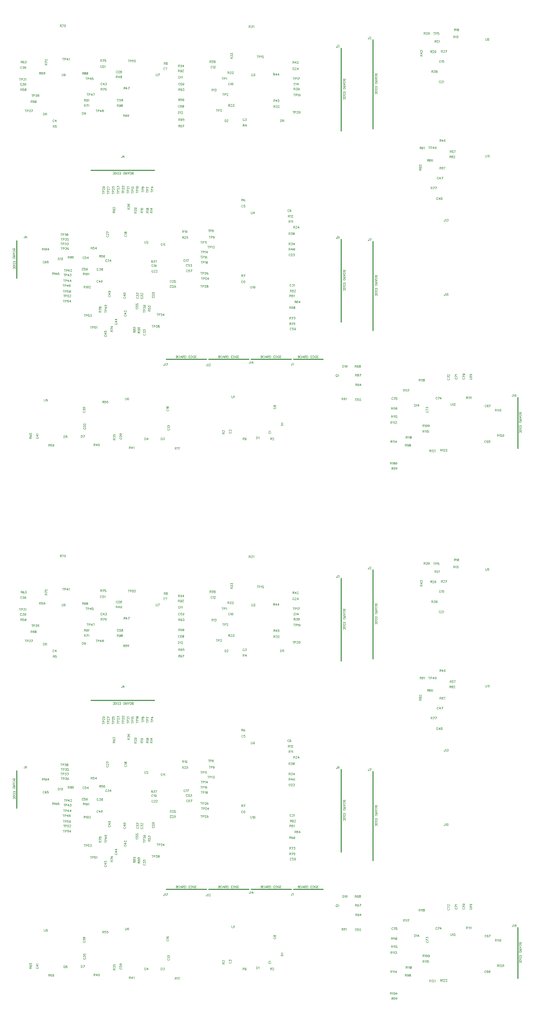
<source format=gbr>
G04 DipTrace 2.4.0.2*
%INTopAssy.gbr*%
%MOMM*%
%ADD10C,0.25*%
%ADD12C,0.076*%
%FSLAX53Y53*%
G04*
G71*
G90*
G75*
G01*
%LNTopAssy*%
%LPD*%
X66310Y4060D2*
D10*
X73390D1*
X85340Y80490D2*
Y59210D1*
X77720Y78460D2*
Y58700D1*
X33000Y49280D2*
X17800D1*
X-35Y32430D2*
Y23430D1*
X85340Y32230D2*
Y10950D1*
X77720Y32740D2*
Y12980D1*
X45990Y4060D2*
X55610D1*
X56150D2*
X65770D1*
X35830D2*
X45450D1*
X120020Y-5100D2*
Y-17260D1*
X60497Y-13367D2*
D12*
X60449Y-13391D1*
X60400Y-13440D1*
X60376Y-13488D1*
Y-13586D1*
X60400Y-13634D1*
X60449Y-13683D1*
X60497Y-13707D1*
X60570Y-13732D1*
X60692D1*
X60765Y-13707D1*
X60813Y-13683D1*
X60862Y-13634D1*
X60886Y-13586D1*
Y-13488D1*
X60862Y-13440D1*
X60813Y-13391D1*
X60765Y-13367D1*
X60474Y-13210D2*
X60449Y-13161D1*
X60377Y-13088D1*
X60886D1*
X50997Y-13276D2*
X50949Y-13301D1*
X50900Y-13349D1*
X50876Y-13398D1*
Y-13495D1*
X50900Y-13544D1*
X50949Y-13592D1*
X50997Y-13617D1*
X51070Y-13641D1*
X51192D1*
X51265Y-13617D1*
X51313Y-13592D1*
X51362Y-13544D1*
X51386Y-13495D1*
Y-13398D1*
X51362Y-13349D1*
X51313Y-13301D1*
X51265Y-13276D1*
X50998Y-13095D2*
X50974D1*
X50925Y-13071D1*
X50901Y-13046D1*
X50877Y-12998D1*
Y-12900D1*
X50901Y-12852D1*
X50925Y-12828D1*
X50974Y-12803D1*
X51022D1*
X51071Y-12828D1*
X51143Y-12876D1*
X51386Y-13119D1*
Y-12779D1*
X54524Y61543D2*
X54499Y61591D1*
X54451Y61640D1*
X54402Y61664D1*
X54305D1*
X54256Y61640D1*
X54208Y61591D1*
X54183Y61543D1*
X54159Y61470D1*
Y61348D1*
X54183Y61275D1*
X54208Y61227D1*
X54256Y61178D1*
X54305Y61154D1*
X54402D1*
X54451Y61178D1*
X54499Y61227D1*
X54524Y61275D1*
X54729Y61663D2*
X54996D1*
X54851Y61469D1*
X54924D1*
X54972Y61445D1*
X54996Y61421D1*
X55021Y61348D1*
Y61300D1*
X54996Y61227D1*
X54948Y61178D1*
X54875Y61154D1*
X54802D1*
X54729Y61178D1*
X54705Y61202D1*
X54681Y61251D1*
X8992Y61243D2*
X8967Y61291D1*
X8919Y61340D1*
X8870Y61364D1*
X8773D1*
X8724Y61340D1*
X8676Y61291D1*
X8651Y61243D1*
X8627Y61170D1*
Y61048D1*
X8651Y60975D1*
X8676Y60927D1*
X8724Y60878D1*
X8773Y60854D1*
X8870D1*
X8919Y60878D1*
X8967Y60927D1*
X8992Y60975D1*
X9392Y60854D2*
Y61363D1*
X9148Y61024D1*
X9513D1*
X54224Y40823D2*
X54199Y40871D1*
X54151Y40920D1*
X54102Y40944D1*
X54005D1*
X53956Y40920D1*
X53908Y40871D1*
X53883Y40823D1*
X53859Y40750D1*
Y40628D1*
X53883Y40555D1*
X53908Y40506D1*
X53956Y40458D1*
X54005Y40433D1*
X54102D1*
X54151Y40458D1*
X54199Y40506D1*
X54224Y40555D1*
X54672Y40943D2*
X54429D1*
X54405Y40725D1*
X54429Y40749D1*
X54502Y40774D1*
X54575D1*
X54648Y40749D1*
X54697Y40701D1*
X54721Y40628D1*
Y40579D1*
X54697Y40506D1*
X54648Y40458D1*
X54575Y40433D1*
X54502D1*
X54429Y40458D1*
X54405Y40482D1*
X54381Y40531D1*
X54196Y22743D2*
X54172Y22791D1*
X54123Y22840D1*
X54075Y22864D1*
X53978D1*
X53929Y22840D1*
X53880Y22791D1*
X53856Y22743D1*
X53832Y22670D1*
Y22548D1*
X53856Y22475D1*
X53880Y22427D1*
X53929Y22378D1*
X53978Y22354D1*
X54075D1*
X54123Y22378D1*
X54172Y22427D1*
X54196Y22475D1*
X54644Y22791D2*
X54620Y22839D1*
X54547Y22863D1*
X54499D1*
X54426Y22839D1*
X54377Y22766D1*
X54353Y22645D1*
Y22524D1*
X54377Y22427D1*
X54426Y22378D1*
X54499Y22354D1*
X54523D1*
X54595Y22378D1*
X54644Y22427D1*
X54668Y22500D1*
Y22524D1*
X54644Y22597D1*
X54595Y22645D1*
X54523Y22669D1*
X54499D1*
X54426Y22645D1*
X54377Y22597D1*
X54353Y22524D1*
X35514Y73743D2*
X35489Y73791D1*
X35441Y73840D1*
X35392Y73864D1*
X35295D1*
X35246Y73840D1*
X35198Y73791D1*
X35173Y73743D1*
X35149Y73670D1*
Y73548D1*
X35173Y73475D1*
X35198Y73427D1*
X35246Y73378D1*
X35295Y73354D1*
X35392D1*
X35441Y73378D1*
X35489Y73427D1*
X35514Y73475D1*
X35768Y73354D2*
X36011Y73863D1*
X35671D1*
X61647Y-7426D2*
X61599Y-7450D1*
X61550Y-7499D1*
X61526Y-7547D1*
Y-7645D1*
X61550Y-7693D1*
X61599Y-7742D1*
X61647Y-7766D1*
X61720Y-7791D1*
X61842D1*
X61915Y-7766D1*
X61963Y-7742D1*
X62012Y-7693D1*
X62036Y-7645D1*
Y-7547D1*
X62012Y-7499D1*
X61963Y-7450D1*
X61915Y-7426D1*
X61527Y-7148D2*
X61551Y-7220D1*
X61599Y-7245D1*
X61648D1*
X61696Y-7220D1*
X61721Y-7172D1*
X61745Y-7075D1*
X61769Y-7002D1*
X61818Y-6954D1*
X61866Y-6929D1*
X61939D1*
X61988Y-6954D1*
X62012Y-6978D1*
X62036Y-7051D1*
Y-7148D1*
X62012Y-7220D1*
X61988Y-7245D1*
X61939Y-7269D1*
X61866D1*
X61818Y-7245D1*
X61769Y-7196D1*
X61745Y-7124D1*
X61721Y-7027D1*
X61696Y-6978D1*
X61648Y-6954D1*
X61599D1*
X61551Y-6978D1*
X61527Y-7051D1*
Y-7148D1*
X65246Y39753D2*
X65222Y39801D1*
X65173Y39850D1*
X65124Y39874D1*
X65027D1*
X64978Y39850D1*
X64930Y39801D1*
X64905Y39753D1*
X64881Y39680D1*
Y39558D1*
X64905Y39485D1*
X64930Y39437D1*
X64978Y39388D1*
X65027Y39364D1*
X65124D1*
X65173Y39388D1*
X65222Y39437D1*
X65246Y39485D1*
X65719Y39704D2*
X65694Y39631D1*
X65646Y39582D1*
X65573Y39558D1*
X65549D1*
X65476Y39582D1*
X65427Y39631D1*
X65403Y39704D1*
Y39728D1*
X65427Y39801D1*
X65476Y39849D1*
X65549Y39873D1*
X65573D1*
X65646Y39849D1*
X65694Y39801D1*
X65719Y39704D1*
Y39582D1*
X65694Y39461D1*
X65646Y39388D1*
X65573Y39364D1*
X65524D1*
X65451Y39388D1*
X65427Y39437D1*
X51034Y70093D2*
X51010Y70141D1*
X50961Y70190D1*
X50913Y70214D1*
X50816D1*
X50767Y70190D1*
X50719Y70141D1*
X50694Y70093D1*
X50670Y70020D1*
Y69898D1*
X50694Y69825D1*
X50719Y69777D1*
X50767Y69728D1*
X50816Y69704D1*
X50913D1*
X50961Y69728D1*
X51010Y69777D1*
X51034Y69825D1*
X51191Y70116D2*
X51240Y70141D1*
X51313Y70213D1*
Y69704D1*
X51616Y70213D2*
X51543Y70189D1*
X51494Y70116D1*
X51470Y69995D1*
Y69922D1*
X51494Y69801D1*
X51543Y69728D1*
X51616Y69704D1*
X51664D1*
X51737Y69728D1*
X51785Y69801D1*
X51810Y69922D1*
Y69995D1*
X51785Y70116D1*
X51737Y70189D1*
X51664Y70213D1*
X51616D1*
X51785Y70116D2*
X51494Y69801D1*
X34894Y31653D2*
X34869Y31701D1*
X34821Y31750D1*
X34772Y31774D1*
X34675D1*
X34626Y31750D1*
X34578Y31701D1*
X34553Y31653D1*
X34529Y31580D1*
Y31458D1*
X34553Y31385D1*
X34578Y31337D1*
X34626Y31288D1*
X34675Y31264D1*
X34772D1*
X34821Y31288D1*
X34869Y31337D1*
X34894Y31385D1*
X35050Y31676D2*
X35099Y31701D1*
X35172Y31773D1*
Y31264D1*
X35329Y31676D2*
X35378Y31701D1*
X35451Y31773D1*
Y31264D1*
X46834Y74093D2*
X46810Y74141D1*
X46761Y74190D1*
X46713Y74214D1*
X46616D1*
X46567Y74190D1*
X46519Y74141D1*
X46494Y74093D1*
X46470Y74020D1*
Y73898D1*
X46494Y73825D1*
X46519Y73777D1*
X46567Y73728D1*
X46616Y73704D1*
X46713D1*
X46761Y73728D1*
X46810Y73777D1*
X46834Y73825D1*
X46991Y74116D2*
X47040Y74141D1*
X47113Y74213D1*
Y73704D1*
X47295Y74092D2*
Y74116D1*
X47319Y74165D1*
X47343Y74189D1*
X47392Y74213D1*
X47489D1*
X47537Y74189D1*
X47561Y74165D1*
X47586Y74116D1*
Y74068D1*
X47561Y74019D1*
X47513Y73947D1*
X47270Y73704D1*
X47610D1*
X36223Y-12556D2*
X36174Y-12580D1*
X36125Y-12629D1*
X36101Y-12677D1*
Y-12774D1*
X36125Y-12823D1*
X36174Y-12871D1*
X36223Y-12896D1*
X36296Y-12920D1*
X36417D1*
X36490Y-12896D1*
X36539Y-12871D1*
X36587Y-12823D1*
X36612Y-12774D1*
Y-12677D1*
X36587Y-12629D1*
X36539Y-12580D1*
X36490Y-12556D1*
X36199Y-12399D2*
X36174Y-12350D1*
X36102Y-12277D1*
X36612D1*
X36102Y-12071D2*
Y-11805D1*
X36296Y-11950D1*
Y-11877D1*
X36320Y-11829D1*
X36344Y-11805D1*
X36417Y-11780D1*
X36466D1*
X36539Y-11805D1*
X36588Y-11853D1*
X36612Y-11926D1*
Y-11999D1*
X36588Y-12071D1*
X36563Y-12095D1*
X36515Y-12120D1*
X66722Y70043D2*
X66698Y70091D1*
X66649Y70140D1*
X66601Y70164D1*
X66504D1*
X66455Y70140D1*
X66407Y70091D1*
X66382Y70043D1*
X66358Y69970D1*
Y69848D1*
X66382Y69775D1*
X66407Y69727D1*
X66455Y69678D1*
X66504Y69654D1*
X66601D1*
X66649Y69678D1*
X66698Y69727D1*
X66722Y69775D1*
X66879Y70066D2*
X66928Y70091D1*
X67001Y70163D1*
Y69654D1*
X67401D2*
Y70163D1*
X67158Y69824D1*
X67522D1*
X101574Y75513D2*
X101550Y75561D1*
X101501Y75610D1*
X101453Y75634D1*
X101356D1*
X101307Y75610D1*
X101259Y75561D1*
X101234Y75513D1*
X101210Y75440D1*
Y75318D1*
X101234Y75245D1*
X101259Y75197D1*
X101307Y75148D1*
X101356Y75124D1*
X101453D1*
X101501Y75148D1*
X101550Y75197D1*
X101574Y75245D1*
X101731Y75536D2*
X101780Y75561D1*
X101853Y75633D1*
Y75124D1*
X102301Y75633D2*
X102059D1*
X102035Y75415D1*
X102059Y75439D1*
X102132Y75464D1*
X102204D1*
X102277Y75439D1*
X102326Y75391D1*
X102350Y75318D1*
Y75270D1*
X102326Y75197D1*
X102277Y75148D1*
X102204Y75124D1*
X102132D1*
X102059Y75148D1*
X102035Y75172D1*
X102010Y75221D1*
X36023Y-7943D2*
X35974Y-7968D1*
X35925Y-8016D1*
X35901Y-8065D1*
Y-8162D1*
X35925Y-8211D1*
X35974Y-8259D1*
X36023Y-8284D1*
X36096Y-8308D1*
X36217D1*
X36290Y-8284D1*
X36339Y-8259D1*
X36387Y-8211D1*
X36412Y-8162D1*
Y-8065D1*
X36387Y-8016D1*
X36339Y-7968D1*
X36290Y-7943D1*
X35999Y-7786D2*
X35974Y-7738D1*
X35902Y-7665D1*
X36412D1*
X35974Y-7216D2*
X35926Y-7240D1*
X35902Y-7313D1*
Y-7362D1*
X35926Y-7435D1*
X35999Y-7484D1*
X36120Y-7508D1*
X36242D1*
X36339Y-7484D1*
X36388Y-7435D1*
X36412Y-7362D1*
Y-7338D1*
X36388Y-7265D1*
X36339Y-7216D1*
X36266Y-7192D1*
X36242D1*
X36169Y-7216D1*
X36120Y-7265D1*
X36096Y-7338D1*
Y-7362D1*
X36120Y-7435D1*
X36169Y-7484D1*
X36242Y-7508D1*
X40334Y27803D2*
X40310Y27851D1*
X40261Y27900D1*
X40213Y27924D1*
X40116D1*
X40067Y27900D1*
X40019Y27851D1*
X39994Y27803D1*
X39970Y27730D1*
Y27608D1*
X39994Y27535D1*
X40019Y27487D1*
X40067Y27438D1*
X40116Y27414D1*
X40213D1*
X40261Y27438D1*
X40310Y27487D1*
X40334Y27535D1*
X40491Y27826D2*
X40540Y27851D1*
X40613Y27923D1*
Y27414D1*
X40867D2*
X41110Y27923D1*
X40770D1*
X25927Y33795D2*
X25879Y33770D1*
X25830Y33722D1*
X25806Y33673D1*
Y33576D1*
X25830Y33527D1*
X25879Y33479D1*
X25927Y33454D1*
X26000Y33430D1*
X26122D1*
X26195Y33454D1*
X26243Y33479D1*
X26292Y33527D1*
X26316Y33576D1*
Y33673D1*
X26292Y33722D1*
X26243Y33770D1*
X26195Y33795D1*
X25904Y33951D2*
X25879Y34000D1*
X25807Y34073D1*
X26316D1*
X25807Y34351D2*
X25831Y34279D1*
X25879Y34254D1*
X25928D1*
X25976Y34279D1*
X26001Y34327D1*
X26025Y34424D1*
X26049Y34497D1*
X26098Y34546D1*
X26146Y34570D1*
X26219D1*
X26268Y34546D1*
X26292Y34522D1*
X26316Y34449D1*
Y34351D1*
X26292Y34279D1*
X26268Y34254D1*
X26219Y34230D1*
X26146D1*
X26098Y34254D1*
X26049Y34303D1*
X26025Y34376D1*
X26001Y34473D1*
X25976Y34522D1*
X25928Y34546D1*
X25879D1*
X25831Y34522D1*
X25807Y34449D1*
Y34351D1*
X32646Y26603D2*
X32622Y26651D1*
X32573Y26700D1*
X32525Y26724D1*
X32428D1*
X32379Y26700D1*
X32331Y26651D1*
X32306Y26603D1*
X32282Y26530D1*
Y26408D1*
X32306Y26335D1*
X32331Y26287D1*
X32379Y26238D1*
X32428Y26214D1*
X32525D1*
X32573Y26238D1*
X32622Y26287D1*
X32646Y26335D1*
X32803Y26626D2*
X32852Y26651D1*
X32925Y26723D1*
Y26214D1*
X33398Y26554D2*
X33373Y26481D1*
X33325Y26432D1*
X33252Y26408D1*
X33228D1*
X33155Y26432D1*
X33107Y26481D1*
X33082Y26554D1*
Y26578D1*
X33107Y26651D1*
X33155Y26699D1*
X33228Y26723D1*
X33252D1*
X33325Y26699D1*
X33373Y26651D1*
X33398Y26554D1*
Y26432D1*
X33373Y26311D1*
X33325Y26238D1*
X33252Y26214D1*
X33204D1*
X33131Y26238D1*
X33107Y26287D1*
X24773Y-14715D2*
X24724Y-14739D1*
X24675Y-14788D1*
X24651Y-14836D1*
Y-14933D1*
X24675Y-14982D1*
X24724Y-15031D1*
X24773Y-15055D1*
X24846Y-15079D1*
X24967D1*
X25040Y-15055D1*
X25089Y-15031D1*
X25137Y-14982D1*
X25162Y-14933D1*
Y-14836D1*
X25137Y-14788D1*
X25089Y-14739D1*
X25040Y-14715D1*
X24773Y-14533D2*
X24749D1*
X24700Y-14509D1*
X24676Y-14485D1*
X24652Y-14436D1*
Y-14339D1*
X24676Y-14291D1*
X24700Y-14267D1*
X24749Y-14242D1*
X24797D1*
X24846Y-14267D1*
X24919Y-14315D1*
X25162Y-14558D1*
Y-14218D1*
X24652Y-13915D2*
X24676Y-13988D1*
X24749Y-14037D1*
X24870Y-14061D1*
X24943D1*
X25065Y-14037D1*
X25138Y-13988D1*
X25162Y-13915D1*
Y-13867D1*
X25138Y-13794D1*
X25065Y-13745D1*
X24943Y-13721D1*
X24870D1*
X24749Y-13745D1*
X24676Y-13794D1*
X24652Y-13867D1*
Y-13915D1*
X24749Y-13745D2*
X25065Y-14037D1*
X101524Y70613D2*
X101500Y70661D1*
X101451Y70710D1*
X101403Y70734D1*
X101306D1*
X101257Y70710D1*
X101209Y70661D1*
X101184Y70613D1*
X101160Y70540D1*
Y70418D1*
X101184Y70345D1*
X101209Y70297D1*
X101257Y70248D1*
X101306Y70224D1*
X101403D1*
X101451Y70248D1*
X101500Y70297D1*
X101524Y70345D1*
X101706Y70612D2*
Y70636D1*
X101730Y70685D1*
X101754Y70709D1*
X101803Y70733D1*
X101900D1*
X101948Y70709D1*
X101973Y70685D1*
X101997Y70636D1*
Y70588D1*
X101973Y70539D1*
X101924Y70467D1*
X101681Y70224D1*
X102021D1*
X102178Y70636D2*
X102227Y70661D1*
X102300Y70733D1*
Y70224D1*
X32675Y25303D2*
X32651Y25351D1*
X32602Y25400D1*
X32554Y25424D1*
X32457D1*
X32408Y25400D1*
X32359Y25351D1*
X32335Y25303D1*
X32311Y25230D1*
Y25108D1*
X32335Y25035D1*
X32359Y24987D1*
X32408Y24938D1*
X32457Y24914D1*
X32554D1*
X32602Y24938D1*
X32651Y24987D1*
X32675Y25035D1*
X32857Y25302D2*
Y25326D1*
X32881Y25375D1*
X32905Y25399D1*
X32954Y25423D1*
X33051D1*
X33099Y25399D1*
X33123Y25375D1*
X33148Y25326D1*
Y25278D1*
X33123Y25229D1*
X33075Y25157D1*
X32832Y24914D1*
X33172D1*
X33354Y25302D2*
Y25326D1*
X33378Y25375D1*
X33402Y25399D1*
X33451Y25423D1*
X33548D1*
X33596Y25399D1*
X33621Y25375D1*
X33645Y25326D1*
Y25278D1*
X33621Y25229D1*
X33572Y25157D1*
X33329Y24914D1*
X33669D1*
X65535Y29153D2*
X65511Y29201D1*
X65462Y29250D1*
X65414Y29274D1*
X65317D1*
X65268Y29250D1*
X65219Y29201D1*
X65195Y29153D1*
X65171Y29080D1*
Y28958D1*
X65195Y28885D1*
X65219Y28837D1*
X65268Y28788D1*
X65317Y28764D1*
X65414D1*
X65462Y28788D1*
X65511Y28837D1*
X65535Y28885D1*
X65717Y29152D2*
Y29176D1*
X65741Y29225D1*
X65765Y29249D1*
X65814Y29273D1*
X65911D1*
X65959Y29249D1*
X65983Y29225D1*
X66008Y29176D1*
Y29128D1*
X65983Y29079D1*
X65935Y29007D1*
X65692Y28764D1*
X66032D1*
X66238Y29273D2*
X66505D1*
X66359Y29079D1*
X66432D1*
X66481Y29055D1*
X66505Y29031D1*
X66529Y28958D1*
Y28910D1*
X66505Y28837D1*
X66456Y28788D1*
X66383Y28764D1*
X66310D1*
X66238Y28788D1*
X66214Y28812D1*
X66189Y28861D1*
X66463Y73743D2*
X66439Y73791D1*
X66390Y73840D1*
X66342Y73864D1*
X66245D1*
X66196Y73840D1*
X66147Y73791D1*
X66123Y73743D1*
X66099Y73670D1*
Y73548D1*
X66123Y73475D1*
X66147Y73427D1*
X66196Y73378D1*
X66245Y73354D1*
X66342D1*
X66390Y73378D1*
X66439Y73427D1*
X66463Y73475D1*
X66645Y73742D2*
Y73766D1*
X66669Y73815D1*
X66693Y73839D1*
X66742Y73863D1*
X66839D1*
X66887Y73839D1*
X66911Y73815D1*
X66936Y73766D1*
Y73718D1*
X66911Y73669D1*
X66863Y73597D1*
X66620Y73354D1*
X66960D1*
X67360D2*
Y73863D1*
X67117Y73524D1*
X67481D1*
X37075Y22803D2*
X37051Y22851D1*
X37002Y22900D1*
X36954Y22924D1*
X36857D1*
X36808Y22900D1*
X36759Y22851D1*
X36735Y22803D1*
X36711Y22730D1*
Y22608D1*
X36735Y22535D1*
X36759Y22487D1*
X36808Y22438D1*
X36857Y22414D1*
X36954D1*
X37002Y22438D1*
X37051Y22487D1*
X37075Y22535D1*
X37257Y22802D2*
Y22826D1*
X37281Y22875D1*
X37305Y22899D1*
X37354Y22923D1*
X37451D1*
X37499Y22899D1*
X37523Y22875D1*
X37548Y22826D1*
Y22778D1*
X37523Y22729D1*
X37475Y22657D1*
X37232Y22414D1*
X37572D1*
X38021Y22923D2*
X37778D1*
X37754Y22705D1*
X37778Y22729D1*
X37851Y22754D1*
X37923D1*
X37996Y22729D1*
X38045Y22681D1*
X38069Y22608D1*
Y22560D1*
X38045Y22487D1*
X37996Y22438D1*
X37923Y22414D1*
X37851D1*
X37778Y22438D1*
X37754Y22462D1*
X37729Y22511D1*
X24177Y72943D2*
X24153Y72991D1*
X24104Y73040D1*
X24056Y73064D1*
X23959D1*
X23910Y73040D1*
X23862Y72991D1*
X23837Y72943D1*
X23813Y72870D1*
Y72748D1*
X23837Y72675D1*
X23862Y72627D1*
X23910Y72578D1*
X23959Y72554D1*
X24056D1*
X24104Y72578D1*
X24153Y72627D1*
X24177Y72675D1*
X24359Y72942D2*
Y72966D1*
X24383Y73015D1*
X24407Y73039D1*
X24456Y73063D1*
X24553D1*
X24602Y73039D1*
X24626Y73015D1*
X24650Y72966D1*
Y72918D1*
X24626Y72869D1*
X24577Y72797D1*
X24334Y72554D1*
X24675D1*
X25123Y72991D2*
X25099Y73039D1*
X25026Y73063D1*
X24977D1*
X24904Y73039D1*
X24856Y72966D1*
X24831Y72845D1*
Y72724D1*
X24856Y72627D1*
X24904Y72578D1*
X24977Y72554D1*
X25002D1*
X25074Y72578D1*
X25123Y72627D1*
X25147Y72700D1*
Y72724D1*
X25123Y72797D1*
X25074Y72845D1*
X25002Y72869D1*
X24977D1*
X24904Y72845D1*
X24856Y72797D1*
X24831Y72724D1*
X21577Y33655D2*
X21529Y33631D1*
X21480Y33582D1*
X21456Y33534D1*
Y33437D1*
X21480Y33388D1*
X21529Y33339D1*
X21577Y33315D1*
X21650Y33291D1*
X21772D1*
X21845Y33315D1*
X21893Y33339D1*
X21942Y33388D1*
X21966Y33437D1*
Y33534D1*
X21942Y33582D1*
X21893Y33631D1*
X21845Y33655D1*
X21578Y33837D2*
X21554D1*
X21505Y33861D1*
X21481Y33885D1*
X21457Y33934D1*
Y34031D1*
X21481Y34079D1*
X21505Y34103D1*
X21554Y34128D1*
X21602D1*
X21651Y34103D1*
X21723Y34055D1*
X21966Y33812D1*
Y34152D1*
Y34406D2*
X21457Y34649D1*
Y34309D1*
X37075Y21603D2*
X37051Y21651D1*
X37002Y21700D1*
X36954Y21724D1*
X36857D1*
X36808Y21700D1*
X36760Y21651D1*
X36735Y21603D1*
X36711Y21530D1*
Y21408D1*
X36735Y21335D1*
X36760Y21287D1*
X36808Y21238D1*
X36857Y21214D1*
X36954D1*
X37002Y21238D1*
X37051Y21287D1*
X37075Y21335D1*
X37257Y21602D2*
Y21626D1*
X37281Y21675D1*
X37305Y21699D1*
X37354Y21723D1*
X37451D1*
X37500Y21699D1*
X37524Y21675D1*
X37548Y21626D1*
Y21578D1*
X37524Y21529D1*
X37475Y21457D1*
X37232Y21214D1*
X37572D1*
X37851Y21723D2*
X37778Y21699D1*
X37754Y21651D1*
Y21602D1*
X37778Y21554D1*
X37827Y21529D1*
X37924Y21505D1*
X37997Y21481D1*
X38045Y21432D1*
X38069Y21384D1*
Y21311D1*
X38045Y21262D1*
X38021Y21238D1*
X37948Y21214D1*
X37851D1*
X37778Y21238D1*
X37754Y21262D1*
X37729Y21311D1*
Y21384D1*
X37754Y21432D1*
X37802Y21481D1*
X37875Y21505D1*
X37972Y21529D1*
X38021Y21554D1*
X38045Y21602D1*
Y21651D1*
X38021Y21699D1*
X37948Y21723D1*
X37851D1*
X32567Y19127D2*
X32519Y19103D1*
X32470Y19054D1*
X32446Y19006D1*
Y18909D1*
X32470Y18860D1*
X32519Y18812D1*
X32567Y18787D1*
X32640Y18763D1*
X32762D1*
X32835Y18787D1*
X32883Y18812D1*
X32932Y18860D1*
X32956Y18909D1*
Y19006D1*
X32932Y19054D1*
X32883Y19103D1*
X32835Y19127D1*
X32568Y19309D2*
X32544D1*
X32495Y19333D1*
X32471Y19357D1*
X32447Y19406D1*
Y19503D1*
X32471Y19551D1*
X32495Y19575D1*
X32544Y19600D1*
X32592D1*
X32641Y19575D1*
X32713Y19527D1*
X32956Y19284D1*
Y19624D1*
X32616Y20097D2*
X32689Y20073D1*
X32738Y20024D1*
X32762Y19951D1*
Y19927D1*
X32738Y19854D1*
X32689Y19806D1*
X32616Y19781D1*
X32592D1*
X32519Y19806D1*
X32471Y19854D1*
X32447Y19927D1*
Y19951D1*
X32471Y20024D1*
X32519Y20073D1*
X32616Y20097D1*
X32738D1*
X32859Y20073D1*
X32932Y20024D1*
X32956Y19951D1*
Y19903D1*
X32932Y19830D1*
X32883Y19806D1*
X1205Y69993D2*
X1181Y70041D1*
X1132Y70090D1*
X1084Y70114D1*
X987D1*
X938Y70090D1*
X889Y70041D1*
X865Y69993D1*
X841Y69920D1*
Y69798D1*
X865Y69725D1*
X889Y69677D1*
X938Y69628D1*
X987Y69604D1*
X1084D1*
X1132Y69628D1*
X1181Y69677D1*
X1205Y69725D1*
X1411Y70113D2*
X1678D1*
X1532Y69919D1*
X1605D1*
X1653Y69895D1*
X1678Y69871D1*
X1702Y69798D1*
Y69750D1*
X1678Y69677D1*
X1629Y69628D1*
X1556Y69604D1*
X1483D1*
X1411Y69628D1*
X1387Y69652D1*
X1362Y69701D1*
X2005Y70113D2*
X1932Y70089D1*
X1883Y70016D1*
X1859Y69895D1*
Y69822D1*
X1883Y69701D1*
X1932Y69628D1*
X2005Y69604D1*
X2053D1*
X2126Y69628D1*
X2175Y69701D1*
X2199Y69822D1*
Y69895D1*
X2175Y70016D1*
X2126Y70089D1*
X2053Y70113D1*
X2005D1*
X2175Y70016D2*
X1883Y69701D1*
X65794Y21893D2*
X65770Y21941D1*
X65721Y21990D1*
X65673Y22014D1*
X65576D1*
X65527Y21990D1*
X65479Y21941D1*
X65454Y21893D1*
X65430Y21820D1*
Y21698D1*
X65454Y21625D1*
X65479Y21577D1*
X65527Y21528D1*
X65576Y21504D1*
X65673D1*
X65721Y21528D1*
X65770Y21577D1*
X65794Y21625D1*
X66000Y22013D2*
X66267D1*
X66121Y21819D1*
X66194D1*
X66243Y21795D1*
X66267Y21771D1*
X66291Y21698D1*
Y21650D1*
X66267Y21577D1*
X66218Y21528D1*
X66145Y21504D1*
X66072D1*
X66000Y21528D1*
X65976Y21552D1*
X65951Y21601D1*
X66448Y21916D2*
X66497Y21941D1*
X66570Y22013D1*
Y21504D1*
X29817Y18915D2*
X29769Y18891D1*
X29720Y18842D1*
X29696Y18794D1*
Y18697D1*
X29720Y18648D1*
X29769Y18599D1*
X29817Y18575D1*
X29890Y18551D1*
X30012D1*
X30085Y18575D1*
X30133Y18599D1*
X30182Y18648D1*
X30206Y18697D1*
Y18794D1*
X30182Y18842D1*
X30133Y18891D1*
X30085Y18915D1*
X29697Y19121D2*
Y19388D1*
X29891Y19242D1*
Y19315D1*
X29915Y19363D1*
X29939Y19388D1*
X30012Y19412D1*
X30060D1*
X30133Y19388D1*
X30182Y19339D1*
X30206Y19266D1*
Y19193D1*
X30182Y19121D1*
X30158Y19097D1*
X30109Y19072D1*
X29818Y19594D2*
X29794D1*
X29745Y19618D1*
X29721Y19642D1*
X29697Y19691D1*
Y19788D1*
X29721Y19836D1*
X29745Y19861D1*
X29794Y19885D1*
X29842D1*
X29891Y19861D1*
X29963Y19812D1*
X30206Y19569D1*
Y19909D1*
X30417Y10165D2*
X30369Y10141D1*
X30320Y10092D1*
X30296Y10044D1*
Y9947D1*
X30320Y9898D1*
X30369Y9849D1*
X30417Y9825D1*
X30490Y9801D1*
X30612D1*
X30685Y9825D1*
X30733Y9849D1*
X30782Y9898D1*
X30806Y9947D1*
Y10044D1*
X30782Y10092D1*
X30733Y10141D1*
X30685Y10165D1*
X30297Y10371D2*
Y10638D1*
X30491Y10492D1*
Y10565D1*
X30515Y10613D1*
X30539Y10638D1*
X30612Y10662D1*
X30660D1*
X30733Y10638D1*
X30782Y10589D1*
X30806Y10516D1*
Y10443D1*
X30782Y10371D1*
X30758Y10347D1*
X30709Y10322D1*
X30297Y10868D2*
Y11135D1*
X30491Y10989D1*
Y11062D1*
X30515Y11111D1*
X30539Y11135D1*
X30612Y11159D1*
X30660D1*
X30733Y11135D1*
X30782Y11086D1*
X30806Y11013D1*
Y10940D1*
X30782Y10868D1*
X30758Y10844D1*
X30709Y10819D1*
X21613Y27803D2*
X21589Y27851D1*
X21540Y27900D1*
X21492Y27924D1*
X21395D1*
X21346Y27900D1*
X21297Y27851D1*
X21273Y27803D1*
X21249Y27730D1*
Y27608D1*
X21273Y27535D1*
X21297Y27487D1*
X21346Y27438D1*
X21395Y27414D1*
X21492D1*
X21540Y27438D1*
X21589Y27487D1*
X21613Y27535D1*
X21819Y27923D2*
X22085D1*
X21940Y27729D1*
X22013D1*
X22061Y27705D1*
X22085Y27681D1*
X22110Y27608D1*
Y27560D1*
X22085Y27487D1*
X22037Y27438D1*
X21964Y27414D1*
X21891D1*
X21819Y27438D1*
X21795Y27462D1*
X21770Y27511D1*
X22510Y27414D2*
Y27923D1*
X22267Y27584D1*
X22631D1*
X16093Y-12315D2*
X16044Y-12339D1*
X15995Y-12388D1*
X15971Y-12436D1*
Y-12533D1*
X15995Y-12582D1*
X16044Y-12631D1*
X16093Y-12655D1*
X16166Y-12679D1*
X16287D1*
X16360Y-12655D1*
X16409Y-12631D1*
X16457Y-12582D1*
X16482Y-12533D1*
Y-12436D1*
X16457Y-12388D1*
X16409Y-12339D1*
X16360Y-12315D1*
X15972Y-12109D2*
Y-11842D1*
X16166Y-11988D1*
Y-11915D1*
X16190Y-11867D1*
X16214Y-11842D1*
X16287Y-11818D1*
X16336D1*
X16409Y-11842D1*
X16458Y-11891D1*
X16482Y-11964D1*
Y-12037D1*
X16458Y-12109D1*
X16433Y-12133D1*
X16385Y-12158D1*
X15972Y-11369D2*
Y-11612D1*
X16190Y-11636D1*
X16166Y-11612D1*
X16141Y-11539D1*
Y-11467D1*
X16166Y-11394D1*
X16214Y-11345D1*
X16287Y-11321D1*
X16336D1*
X16409Y-11345D1*
X16458Y-11394D1*
X16482Y-11467D1*
Y-11539D1*
X16458Y-11612D1*
X16433Y-11636D1*
X16385Y-11661D1*
X1217Y73993D2*
X1193Y74041D1*
X1144Y74090D1*
X1096Y74114D1*
X999D1*
X950Y74090D1*
X902Y74041D1*
X877Y73993D1*
X853Y73920D1*
Y73798D1*
X877Y73725D1*
X902Y73677D1*
X950Y73628D1*
X999Y73604D1*
X1096D1*
X1144Y73628D1*
X1193Y73677D1*
X1217Y73725D1*
X1423Y74113D2*
X1690D1*
X1544Y73919D1*
X1617D1*
X1666Y73895D1*
X1690Y73871D1*
X1715Y73798D1*
Y73750D1*
X1690Y73677D1*
X1642Y73628D1*
X1569Y73604D1*
X1496D1*
X1423Y73628D1*
X1399Y73652D1*
X1374Y73701D1*
X2163Y74041D2*
X2139Y74089D1*
X2066Y74113D1*
X2017D1*
X1944Y74089D1*
X1896Y74016D1*
X1871Y73895D1*
Y73774D1*
X1896Y73677D1*
X1944Y73628D1*
X2017Y73604D1*
X2042D1*
X2114Y73628D1*
X2163Y73677D1*
X2187Y73750D1*
Y73774D1*
X2163Y73847D1*
X2114Y73895D1*
X2042Y73919D1*
X2017D1*
X1944Y73895D1*
X1896Y73847D1*
X1871Y73774D1*
X28817Y18965D2*
X28769Y18941D1*
X28720Y18892D1*
X28696Y18844D1*
Y18747D1*
X28720Y18698D1*
X28769Y18649D1*
X28817Y18625D1*
X28890Y18601D1*
X29012D1*
X29085Y18625D1*
X29133Y18649D1*
X29182Y18698D1*
X29206Y18747D1*
Y18844D1*
X29182Y18892D1*
X29133Y18941D1*
X29085Y18965D1*
X28697Y19171D2*
Y19438D1*
X28891Y19292D1*
Y19365D1*
X28915Y19413D1*
X28939Y19438D1*
X29012Y19462D1*
X29060D1*
X29133Y19438D1*
X29182Y19389D1*
X29206Y19316D1*
Y19243D1*
X29182Y19171D1*
X29158Y19147D1*
X29109Y19122D1*
X29206Y19716D2*
X28697Y19959D1*
Y19619D1*
X19575Y25703D2*
X19551Y25751D1*
X19502Y25800D1*
X19454Y25824D1*
X19357D1*
X19308Y25800D1*
X19260Y25751D1*
X19235Y25703D1*
X19211Y25630D1*
Y25508D1*
X19235Y25435D1*
X19260Y25387D1*
X19308Y25338D1*
X19357Y25314D1*
X19454D1*
X19502Y25338D1*
X19551Y25387D1*
X19575Y25435D1*
X19781Y25823D2*
X20048D1*
X19902Y25629D1*
X19975D1*
X20024Y25605D1*
X20048Y25581D1*
X20073Y25508D1*
Y25460D1*
X20048Y25387D1*
X20000Y25338D1*
X19927Y25314D1*
X19854D1*
X19781Y25338D1*
X19757Y25362D1*
X19732Y25411D1*
X20351Y25823D2*
X20278Y25799D1*
X20254Y25751D1*
Y25702D1*
X20278Y25654D1*
X20327Y25629D1*
X20424Y25605D1*
X20497Y25581D1*
X20545Y25532D1*
X20569Y25484D1*
Y25411D1*
X20545Y25362D1*
X20521Y25338D1*
X20448Y25314D1*
X20351D1*
X20278Y25338D1*
X20254Y25362D1*
X20229Y25411D1*
Y25484D1*
X20254Y25532D1*
X20302Y25581D1*
X20375Y25605D1*
X20472Y25629D1*
X20521Y25654D1*
X20545Y25702D1*
Y25751D1*
X20521Y25799D1*
X20448Y25823D1*
X20351D1*
X15993Y-8353D2*
X15944Y-8377D1*
X15895Y-8426D1*
X15871Y-8474D1*
Y-8571D1*
X15895Y-8620D1*
X15944Y-8668D1*
X15993Y-8693D1*
X16066Y-8717D1*
X16187D1*
X16260Y-8693D1*
X16309Y-8668D1*
X16357Y-8620D1*
X16382Y-8571D1*
Y-8474D1*
X16357Y-8426D1*
X16309Y-8377D1*
X16260Y-8353D1*
X15872Y-8147D2*
Y-7880D1*
X16066Y-8026D1*
Y-7953D1*
X16090Y-7905D1*
X16114Y-7880D1*
X16187Y-7856D1*
X16236D1*
X16309Y-7880D1*
X16358Y-7929D1*
X16382Y-8002D1*
Y-8075D1*
X16358Y-8147D1*
X16333Y-8171D1*
X16285Y-8196D1*
X16041Y-7383D2*
X16114Y-7407D1*
X16163Y-7456D1*
X16187Y-7529D1*
Y-7553D1*
X16163Y-7626D1*
X16114Y-7674D1*
X16041Y-7699D1*
X16017D1*
X15944Y-7674D1*
X15896Y-7626D1*
X15872Y-7553D1*
Y-7529D1*
X15896Y-7456D1*
X15944Y-7407D1*
X16041Y-7383D1*
X16163D1*
X16285Y-7407D1*
X16358Y-7456D1*
X16382Y-7529D1*
Y-7577D1*
X16358Y-7650D1*
X16309Y-7674D1*
X25667Y18953D2*
X25619Y18929D1*
X25570Y18880D1*
X25546Y18832D1*
Y18735D1*
X25570Y18686D1*
X25619Y18637D1*
X25667Y18613D1*
X25740Y18589D1*
X25862D1*
X25935Y18613D1*
X25983Y18637D1*
X26032Y18686D1*
X26056Y18735D1*
Y18832D1*
X26032Y18880D1*
X25983Y18929D1*
X25935Y18953D1*
X26056Y19353D2*
X25547D1*
X25886Y19110D1*
Y19474D1*
X25547Y19777D2*
X25571Y19704D1*
X25644Y19655D1*
X25765Y19631D1*
X25838D1*
X25959Y19655D1*
X26032Y19704D1*
X26056Y19777D1*
Y19825D1*
X26032Y19898D1*
X25959Y19947D1*
X25838Y19971D1*
X25765D1*
X25644Y19947D1*
X25571Y19898D1*
X25547Y19825D1*
Y19777D1*
X25644Y19947D2*
X25959Y19655D1*
X4743Y-14568D2*
X4694Y-14592D1*
X4645Y-14641D1*
X4621Y-14689D1*
Y-14786D1*
X4645Y-14835D1*
X4694Y-14883D1*
X4743Y-14908D1*
X4816Y-14932D1*
X4937D1*
X5010Y-14908D1*
X5059Y-14883D1*
X5107Y-14835D1*
X5132Y-14786D1*
Y-14689D1*
X5107Y-14641D1*
X5059Y-14592D1*
X5010Y-14568D1*
X5132Y-14168D2*
X4622D1*
X4962Y-14411D1*
Y-14046D1*
X4719Y-13890D2*
X4694Y-13841D1*
X4622Y-13768D1*
X5132D1*
X25817Y14703D2*
X25769Y14679D1*
X25720Y14630D1*
X25696Y14582D1*
Y14485D1*
X25720Y14436D1*
X25769Y14387D1*
X25817Y14363D1*
X25890Y14339D1*
X26012D1*
X26085Y14363D1*
X26133Y14387D1*
X26182Y14436D1*
X26206Y14485D1*
Y14582D1*
X26182Y14630D1*
X26133Y14679D1*
X26085Y14703D1*
X26206Y15103D2*
X25697D1*
X26036Y14860D1*
Y15224D1*
X25818Y15406D2*
X25794D1*
X25745Y15430D1*
X25721Y15454D1*
X25697Y15503D1*
Y15600D1*
X25721Y15648D1*
X25745Y15673D1*
X25794Y15697D1*
X25842D1*
X25891Y15673D1*
X25963Y15624D1*
X26206Y15381D1*
Y15721D1*
X20493Y70043D2*
X20469Y70091D1*
X20420Y70140D1*
X20372Y70164D1*
X20275D1*
X20226Y70140D1*
X20177Y70091D1*
X20153Y70043D1*
X20129Y69970D1*
Y69848D1*
X20153Y69775D1*
X20177Y69727D1*
X20226Y69678D1*
X20275Y69654D1*
X20372D1*
X20420Y69678D1*
X20469Y69727D1*
X20493Y69775D1*
X20893Y69654D2*
Y70163D1*
X20650Y69824D1*
X21014D1*
X21220Y70163D2*
X21487D1*
X21341Y69969D1*
X21414D1*
X21463Y69945D1*
X21487Y69921D1*
X21511Y69848D1*
Y69800D1*
X21487Y69727D1*
X21438Y69678D1*
X21365Y69654D1*
X21292D1*
X21220Y69678D1*
X21196Y69702D1*
X21171Y69751D1*
X23617Y12691D2*
X23569Y12667D1*
X23520Y12618D1*
X23496Y12570D1*
Y12472D1*
X23520Y12424D1*
X23569Y12375D1*
X23617Y12351D1*
X23690Y12326D1*
X23812D1*
X23885Y12351D1*
X23933Y12375D1*
X23982Y12424D1*
X24006Y12472D1*
Y12570D1*
X23982Y12618D1*
X23933Y12667D1*
X23885Y12691D1*
X24006Y13091D2*
X23497D1*
X23836Y12848D1*
Y13212D1*
X24006Y13612D2*
X23497D1*
X23836Y13369D1*
Y13734D1*
X21117Y9853D2*
X21069Y9829D1*
X21020Y9780D1*
X20996Y9732D1*
Y9635D1*
X21020Y9586D1*
X21069Y9537D1*
X21117Y9513D1*
X21190Y9489D1*
X21312D1*
X21385Y9513D1*
X21433Y9537D1*
X21482Y9586D1*
X21506Y9635D1*
Y9732D1*
X21482Y9780D1*
X21433Y9829D1*
X21385Y9853D1*
X21506Y10253D2*
X20997D1*
X21336Y10010D1*
Y10374D1*
X20997Y10823D2*
Y10580D1*
X21215Y10556D1*
X21191Y10580D1*
X21166Y10653D1*
Y10725D1*
X21191Y10798D1*
X21239Y10847D1*
X21312Y10871D1*
X21360D1*
X21433Y10847D1*
X21482Y10798D1*
X21506Y10725D1*
Y10653D1*
X21482Y10580D1*
X21458Y10556D1*
X21409Y10531D1*
X19525Y22853D2*
X19501Y22901D1*
X19452Y22950D1*
X19404Y22974D1*
X19307D1*
X19258Y22950D1*
X19210Y22901D1*
X19185Y22853D1*
X19161Y22780D1*
Y22658D1*
X19185Y22585D1*
X19210Y22537D1*
X19258Y22488D1*
X19307Y22464D1*
X19404D1*
X19452Y22488D1*
X19501Y22537D1*
X19525Y22585D1*
X19925Y22464D2*
Y22973D1*
X19682Y22634D1*
X20047D1*
X20495Y22901D2*
X20471Y22949D1*
X20398Y22973D1*
X20350D1*
X20277Y22949D1*
X20228Y22876D1*
X20204Y22755D1*
Y22634D1*
X20228Y22537D1*
X20277Y22488D1*
X20350Y22464D1*
X20374D1*
X20446Y22488D1*
X20495Y22537D1*
X20519Y22610D1*
Y22634D1*
X20495Y22707D1*
X20446Y22755D1*
X20374Y22779D1*
X20350D1*
X20277Y22755D1*
X20228Y22707D1*
X20204Y22634D1*
X101053Y47523D2*
X101029Y47571D1*
X100980Y47620D1*
X100932Y47644D1*
X100835D1*
X100786Y47620D1*
X100737Y47571D1*
X100713Y47523D1*
X100689Y47450D1*
Y47328D1*
X100713Y47255D1*
X100737Y47207D1*
X100786Y47158D1*
X100835Y47134D1*
X100932D1*
X100980Y47158D1*
X101029Y47207D1*
X101053Y47255D1*
X101453Y47134D2*
Y47643D1*
X101210Y47304D1*
X101574D1*
X101828Y47134D2*
X102071Y47643D1*
X101731D1*
X100903Y42673D2*
X100879Y42721D1*
X100830Y42770D1*
X100782Y42794D1*
X100685D1*
X100636Y42770D1*
X100588Y42721D1*
X100563Y42673D1*
X100539Y42600D1*
Y42478D1*
X100563Y42405D1*
X100588Y42357D1*
X100636Y42308D1*
X100685Y42284D1*
X100782D1*
X100830Y42308D1*
X100879Y42357D1*
X100903Y42405D1*
X101303Y42284D2*
Y42793D1*
X101060Y42454D1*
X101425D1*
X101703Y42793D2*
X101630Y42769D1*
X101606Y42721D1*
Y42672D1*
X101630Y42624D1*
X101679Y42599D1*
X101776Y42575D1*
X101849Y42551D1*
X101897Y42502D1*
X101921Y42454D1*
Y42381D1*
X101897Y42332D1*
X101873Y42308D1*
X101800Y42284D1*
X101703D1*
X101630Y42308D1*
X101606Y42332D1*
X101581Y42381D1*
Y42454D1*
X101606Y42502D1*
X101654Y42551D1*
X101727Y42575D1*
X101824Y42599D1*
X101873Y42624D1*
X101897Y42672D1*
Y42721D1*
X101873Y42769D1*
X101800Y42793D1*
X101703D1*
X22017Y19365D2*
X21969Y19341D1*
X21920Y19292D1*
X21896Y19244D1*
Y19147D1*
X21920Y19098D1*
X21969Y19049D1*
X22017Y19025D1*
X22090Y19001D1*
X22212D1*
X22285Y19025D1*
X22333Y19049D1*
X22382Y19098D1*
X22406Y19147D1*
Y19244D1*
X22382Y19292D1*
X22333Y19341D1*
X22285Y19365D1*
X22406Y19765D2*
X21897D1*
X22236Y19522D1*
Y19886D1*
X22066Y20359D2*
X22139Y20335D1*
X22188Y20286D1*
X22212Y20213D1*
Y20189D1*
X22188Y20116D1*
X22139Y20068D1*
X22066Y20043D1*
X22042D1*
X21969Y20068D1*
X21921Y20116D1*
X21897Y20189D1*
Y20213D1*
X21921Y20286D1*
X21969Y20335D1*
X22066Y20359D1*
X22188D1*
X22309Y20335D1*
X22382Y20286D1*
X22406Y20213D1*
Y20165D1*
X22382Y20092D1*
X22333Y20068D1*
X65835Y11443D2*
X65811Y11491D1*
X65762Y11540D1*
X65714Y11564D1*
X65617D1*
X65568Y11540D1*
X65519Y11491D1*
X65495Y11443D1*
X65471Y11370D1*
Y11248D1*
X65495Y11175D1*
X65519Y11127D1*
X65568Y11078D1*
X65617Y11054D1*
X65714D1*
X65762Y11078D1*
X65811Y11127D1*
X65835Y11175D1*
X66283Y11563D2*
X66041D1*
X66017Y11345D1*
X66041Y11369D1*
X66114Y11394D1*
X66186D1*
X66259Y11369D1*
X66308Y11321D1*
X66332Y11248D1*
Y11200D1*
X66308Y11127D1*
X66259Y11078D1*
X66186Y11054D1*
X66114D1*
X66041Y11078D1*
X66017Y11102D1*
X65992Y11151D1*
X66635Y11563D2*
X66562Y11539D1*
X66513Y11466D1*
X66489Y11345D1*
Y11272D1*
X66513Y11151D1*
X66562Y11078D1*
X66635Y11054D1*
X66683D1*
X66756Y11078D1*
X66805Y11151D1*
X66829Y11272D1*
Y11345D1*
X66805Y11466D1*
X66756Y11539D1*
X66683Y11563D1*
X66635D1*
X66805Y11466D2*
X66513Y11151D1*
X20364Y74193D2*
X20340Y74241D1*
X20291Y74290D1*
X20243Y74314D1*
X20146D1*
X20097Y74290D1*
X20049Y74241D1*
X20024Y74193D1*
X20000Y74120D1*
Y73998D1*
X20024Y73925D1*
X20049Y73877D1*
X20097Y73828D1*
X20146Y73804D1*
X20243D1*
X20291Y73828D1*
X20340Y73877D1*
X20364Y73925D1*
X20813Y74313D2*
X20570D1*
X20546Y74095D1*
X20570Y74119D1*
X20643Y74144D1*
X20715D1*
X20788Y74119D1*
X20837Y74071D1*
X20861Y73998D1*
Y73950D1*
X20837Y73877D1*
X20788Y73828D1*
X20715Y73804D1*
X20643D1*
X20570Y73828D1*
X20546Y73852D1*
X20521Y73901D1*
X21018Y74216D2*
X21067Y74241D1*
X21140Y74313D1*
Y73804D1*
X81435Y-5477D2*
X81411Y-5429D1*
X81362Y-5380D1*
X81314Y-5356D1*
X81217D1*
X81168Y-5380D1*
X81119Y-5429D1*
X81095Y-5477D1*
X81071Y-5550D1*
Y-5672D1*
X81095Y-5745D1*
X81119Y-5793D1*
X81168Y-5842D1*
X81217Y-5866D1*
X81314D1*
X81362Y-5842D1*
X81411Y-5793D1*
X81435Y-5745D1*
X81883Y-5357D2*
X81641D1*
X81617Y-5575D1*
X81641Y-5551D1*
X81714Y-5526D1*
X81786D1*
X81859Y-5551D1*
X81908Y-5599D1*
X81932Y-5672D1*
Y-5720D1*
X81908Y-5793D1*
X81859Y-5842D1*
X81786Y-5866D1*
X81714D1*
X81641Y-5842D1*
X81617Y-5818D1*
X81592Y-5769D1*
X82114Y-5478D2*
Y-5454D1*
X82138Y-5405D1*
X82162Y-5381D1*
X82211Y-5357D1*
X82308D1*
X82356Y-5381D1*
X82381Y-5405D1*
X82405Y-5454D1*
Y-5502D1*
X82381Y-5551D1*
X82332Y-5623D1*
X82089Y-5866D1*
X82429D1*
X40925Y26653D2*
X40901Y26701D1*
X40852Y26750D1*
X40804Y26774D1*
X40707D1*
X40658Y26750D1*
X40609Y26701D1*
X40585Y26653D1*
X40561Y26580D1*
Y26458D1*
X40585Y26385D1*
X40609Y26337D1*
X40658Y26288D1*
X40707Y26264D1*
X40804D1*
X40852Y26288D1*
X40901Y26337D1*
X40925Y26385D1*
X41373Y26773D2*
X41131D1*
X41107Y26555D1*
X41131Y26579D1*
X41204Y26604D1*
X41276D1*
X41349Y26579D1*
X41398Y26531D1*
X41422Y26458D1*
Y26410D1*
X41398Y26337D1*
X41349Y26288D1*
X41276Y26264D1*
X41204D1*
X41131Y26288D1*
X41107Y26312D1*
X41082Y26361D1*
X41628Y26773D2*
X41895D1*
X41749Y26579D1*
X41822D1*
X41871Y26555D1*
X41895Y26531D1*
X41919Y26458D1*
Y26410D1*
X41895Y26337D1*
X41846Y26288D1*
X41773Y26264D1*
X41700D1*
X41628Y26288D1*
X41604Y26312D1*
X41579Y26361D1*
X16163Y28503D2*
X16139Y28551D1*
X16090Y28600D1*
X16042Y28624D1*
X15945D1*
X15896Y28600D1*
X15847Y28551D1*
X15823Y28503D1*
X15799Y28430D1*
Y28308D1*
X15823Y28235D1*
X15847Y28187D1*
X15896Y28138D1*
X15945Y28114D1*
X16042D1*
X16090Y28138D1*
X16139Y28187D1*
X16163Y28235D1*
X16611Y28623D2*
X16369D1*
X16345Y28405D1*
X16369Y28429D1*
X16442Y28454D1*
X16514D1*
X16587Y28429D1*
X16636Y28381D1*
X16660Y28308D1*
Y28260D1*
X16636Y28187D1*
X16587Y28138D1*
X16514Y28114D1*
X16442D1*
X16369Y28138D1*
X16345Y28162D1*
X16320Y28211D1*
X17060Y28114D2*
Y28623D1*
X16817Y28284D1*
X17181D1*
X28667Y16415D2*
X28619Y16391D1*
X28570Y16342D1*
X28546Y16294D1*
Y16197D1*
X28570Y16148D1*
X28619Y16099D1*
X28667Y16075D1*
X28740Y16051D1*
X28862D1*
X28935Y16075D1*
X28983Y16099D1*
X29032Y16148D1*
X29056Y16197D1*
Y16294D1*
X29032Y16342D1*
X28983Y16391D1*
X28935Y16415D1*
X28547Y16863D2*
Y16621D1*
X28765Y16597D1*
X28741Y16621D1*
X28716Y16694D1*
Y16766D1*
X28741Y16839D1*
X28789Y16888D1*
X28862Y16912D1*
X28910D1*
X28983Y16888D1*
X29032Y16839D1*
X29056Y16766D1*
Y16694D1*
X29032Y16621D1*
X29008Y16597D1*
X28959Y16572D1*
X28547Y17361D2*
Y17118D1*
X28765Y17094D1*
X28741Y17118D1*
X28716Y17191D1*
Y17263D1*
X28741Y17336D1*
X28789Y17385D1*
X28862Y17409D1*
X28910D1*
X28983Y17385D1*
X29032Y17336D1*
X29056Y17263D1*
Y17191D1*
X29032Y17118D1*
X29008Y17094D1*
X28959Y17069D1*
X15987Y25753D2*
X15963Y25801D1*
X15914Y25850D1*
X15866Y25874D1*
X15769D1*
X15720Y25850D1*
X15672Y25801D1*
X15647Y25753D1*
X15623Y25680D1*
Y25558D1*
X15647Y25485D1*
X15672Y25437D1*
X15720Y25388D1*
X15769Y25364D1*
X15866D1*
X15914Y25388D1*
X15963Y25437D1*
X15987Y25485D1*
X16436Y25873D2*
X16193D1*
X16169Y25655D1*
X16193Y25679D1*
X16266Y25704D1*
X16339D1*
X16412Y25679D1*
X16460Y25631D1*
X16485Y25558D1*
Y25510D1*
X16460Y25437D1*
X16412Y25388D1*
X16339Y25364D1*
X16266D1*
X16193Y25388D1*
X16169Y25412D1*
X16144Y25461D1*
X16933Y25801D2*
X16909Y25849D1*
X16836Y25873D1*
X16787D1*
X16714Y25849D1*
X16666Y25776D1*
X16641Y25655D1*
Y25534D1*
X16666Y25437D1*
X16714Y25388D1*
X16787Y25364D1*
X16812D1*
X16884Y25388D1*
X16933Y25437D1*
X16957Y25510D1*
Y25534D1*
X16933Y25607D1*
X16884Y25655D1*
X16812Y25679D1*
X16787D1*
X16714Y25655D1*
X16666Y25607D1*
X16641Y25534D1*
X40975Y25353D2*
X40951Y25401D1*
X40902Y25450D1*
X40854Y25474D1*
X40757D1*
X40708Y25450D1*
X40659Y25401D1*
X40635Y25353D1*
X40611Y25280D1*
Y25158D1*
X40635Y25085D1*
X40659Y25037D1*
X40708Y24988D1*
X40757Y24964D1*
X40854D1*
X40902Y24988D1*
X40951Y25037D1*
X40975Y25085D1*
X41423Y25473D2*
X41181D1*
X41157Y25255D1*
X41181Y25279D1*
X41254Y25304D1*
X41326D1*
X41399Y25279D1*
X41448Y25231D1*
X41472Y25158D1*
Y25110D1*
X41448Y25037D1*
X41399Y24988D1*
X41326Y24964D1*
X41254D1*
X41181Y24988D1*
X41157Y25012D1*
X41132Y25061D1*
X41726Y24964D2*
X41969Y25473D1*
X41629D1*
X24415Y66193D2*
X24391Y66241D1*
X24342Y66290D1*
X24294Y66314D1*
X24197D1*
X24148Y66290D1*
X24100Y66241D1*
X24075Y66193D1*
X24051Y66120D1*
Y65998D1*
X24075Y65925D1*
X24100Y65877D1*
X24148Y65828D1*
X24197Y65804D1*
X24294D1*
X24342Y65828D1*
X24391Y65877D1*
X24415Y65925D1*
X24864Y66313D2*
X24621D1*
X24597Y66095D1*
X24621Y66119D1*
X24694Y66144D1*
X24766D1*
X24840Y66119D1*
X24888Y66071D1*
X24912Y65998D1*
Y65950D1*
X24888Y65877D1*
X24840Y65828D1*
X24766Y65804D1*
X24694D1*
X24621Y65828D1*
X24597Y65852D1*
X24572Y65901D1*
X25191Y66313D2*
X25118Y66289D1*
X25094Y66241D1*
Y66192D1*
X25118Y66144D1*
X25167Y66119D1*
X25264Y66095D1*
X25337Y66071D1*
X25385Y66022D1*
X25409Y65974D1*
Y65901D1*
X25385Y65852D1*
X25361Y65828D1*
X25288Y65804D1*
X25191D1*
X25118Y65828D1*
X25094Y65852D1*
X25069Y65901D1*
Y65974D1*
X25094Y66022D1*
X25142Y66071D1*
X25215Y66095D1*
X25312Y66119D1*
X25361Y66144D1*
X25385Y66192D1*
Y66241D1*
X25361Y66289D1*
X25288Y66313D1*
X25191D1*
X39077Y70043D2*
X39053Y70091D1*
X39004Y70140D1*
X38956Y70164D1*
X38859D1*
X38810Y70140D1*
X38762Y70091D1*
X38737Y70043D1*
X38713Y69970D1*
Y69848D1*
X38737Y69775D1*
X38762Y69727D1*
X38810Y69678D1*
X38859Y69654D1*
X38956D1*
X39004Y69678D1*
X39053Y69727D1*
X39077Y69775D1*
X39525Y70163D2*
X39283D1*
X39259Y69945D1*
X39283Y69969D1*
X39356Y69994D1*
X39428D1*
X39501Y69969D1*
X39550Y69921D1*
X39574Y69848D1*
Y69800D1*
X39550Y69727D1*
X39501Y69678D1*
X39428Y69654D1*
X39356D1*
X39283Y69678D1*
X39259Y69702D1*
X39234Y69751D1*
X40047Y69994D2*
X40023Y69921D1*
X39974Y69872D1*
X39901Y69848D1*
X39877D1*
X39804Y69872D1*
X39756Y69921D1*
X39731Y69994D1*
Y70018D1*
X39756Y70091D1*
X39804Y70139D1*
X39877Y70163D1*
X39901D1*
X39974Y70139D1*
X40023Y70091D1*
X40047Y69994D1*
Y69872D1*
X40023Y69751D1*
X39974Y69678D1*
X39901Y69654D1*
X39853D1*
X39780Y69678D1*
X39756Y69727D1*
X39027Y64743D2*
X39003Y64791D1*
X38954Y64840D1*
X38906Y64864D1*
X38809D1*
X38760Y64840D1*
X38712Y64791D1*
X38687Y64743D1*
X38663Y64670D1*
Y64548D1*
X38687Y64475D1*
X38712Y64427D1*
X38760Y64378D1*
X38809Y64354D1*
X38906D1*
X38954Y64378D1*
X39003Y64427D1*
X39027Y64475D1*
X39476Y64791D2*
X39452Y64839D1*
X39379Y64863D1*
X39330D1*
X39257Y64839D1*
X39208Y64766D1*
X39184Y64645D1*
Y64524D1*
X39208Y64427D1*
X39257Y64378D1*
X39330Y64354D1*
X39354D1*
X39427Y64378D1*
X39476Y64427D1*
X39500Y64500D1*
Y64524D1*
X39476Y64597D1*
X39427Y64645D1*
X39354Y64669D1*
X39330D1*
X39257Y64645D1*
X39208Y64597D1*
X39184Y64524D1*
X39803Y64863D2*
X39730Y64839D1*
X39681Y64766D1*
X39657Y64645D1*
Y64572D1*
X39681Y64451D1*
X39730Y64378D1*
X39803Y64354D1*
X39851D1*
X39924Y64378D1*
X39972Y64451D1*
X39997Y64572D1*
Y64645D1*
X39972Y64766D1*
X39924Y64839D1*
X39851Y64863D1*
X39803D1*
X39972Y64766D2*
X39681Y64451D1*
X6637Y27453D2*
X6613Y27501D1*
X6564Y27550D1*
X6516Y27574D1*
X6419D1*
X6370Y27550D1*
X6322Y27501D1*
X6297Y27453D1*
X6273Y27380D1*
Y27258D1*
X6297Y27185D1*
X6322Y27137D1*
X6370Y27088D1*
X6419Y27064D1*
X6516D1*
X6564Y27088D1*
X6613Y27137D1*
X6637Y27185D1*
X7086Y27501D2*
X7062Y27549D1*
X6989Y27573D1*
X6940D1*
X6867Y27549D1*
X6818Y27476D1*
X6794Y27355D1*
Y27234D1*
X6818Y27137D1*
X6867Y27088D1*
X6940Y27064D1*
X6964D1*
X7037Y27088D1*
X7086Y27137D1*
X7110Y27210D1*
Y27234D1*
X7086Y27307D1*
X7037Y27355D1*
X6964Y27379D1*
X6940D1*
X6867Y27355D1*
X6818Y27307D1*
X6794Y27234D1*
X7558Y27573D2*
X7316D1*
X7291Y27355D1*
X7316Y27379D1*
X7389Y27404D1*
X7461D1*
X7534Y27379D1*
X7583Y27331D1*
X7607Y27258D1*
Y27210D1*
X7583Y27137D1*
X7534Y27088D1*
X7461Y27064D1*
X7389D1*
X7316Y27088D1*
X7291Y27112D1*
X7267Y27161D1*
X112497Y-6997D2*
X112473Y-6949D1*
X112424Y-6900D1*
X112376Y-6876D1*
X112279D1*
X112230Y-6900D1*
X112182Y-6949D1*
X112157Y-6997D1*
X112133Y-7070D1*
Y-7192D1*
X112157Y-7265D1*
X112182Y-7313D1*
X112230Y-7362D1*
X112279Y-7386D1*
X112376D1*
X112424Y-7362D1*
X112473Y-7313D1*
X112497Y-7265D1*
X112946Y-6949D2*
X112922Y-6901D1*
X112849Y-6877D1*
X112800D1*
X112727Y-6901D1*
X112678Y-6974D1*
X112654Y-7095D1*
Y-7216D1*
X112678Y-7313D1*
X112727Y-7362D1*
X112800Y-7386D1*
X112824D1*
X112897Y-7362D1*
X112946Y-7313D1*
X112970Y-7240D1*
Y-7216D1*
X112946Y-7143D1*
X112897Y-7095D1*
X112824Y-7071D1*
X112800D1*
X112727Y-7095D1*
X112678Y-7143D1*
X112654Y-7216D1*
X113224Y-7386D2*
X113467Y-6877D1*
X113127D1*
X112398Y-15497D2*
X112374Y-15449D1*
X112325Y-15400D1*
X112276Y-15376D1*
X112179D1*
X112130Y-15400D1*
X112082Y-15449D1*
X112057Y-15497D1*
X112033Y-15570D1*
Y-15692D1*
X112057Y-15765D1*
X112082Y-15813D1*
X112130Y-15862D1*
X112179Y-15886D1*
X112276D1*
X112325Y-15862D1*
X112374Y-15813D1*
X112398Y-15765D1*
X112846Y-15449D2*
X112822Y-15401D1*
X112749Y-15377D1*
X112701D1*
X112628Y-15401D1*
X112579Y-15474D1*
X112555Y-15595D1*
Y-15716D1*
X112579Y-15813D1*
X112628Y-15862D1*
X112701Y-15886D1*
X112725D1*
X112797Y-15862D1*
X112846Y-15813D1*
X112870Y-15740D1*
Y-15716D1*
X112846Y-15643D1*
X112797Y-15595D1*
X112725Y-15571D1*
X112701D1*
X112628Y-15595D1*
X112579Y-15643D1*
X112555Y-15716D1*
X113148Y-15377D2*
X113076Y-15401D1*
X113051Y-15449D1*
Y-15498D1*
X113076Y-15546D1*
X113124Y-15571D1*
X113221Y-15595D1*
X113294Y-15619D1*
X113343Y-15668D1*
X113367Y-15716D1*
Y-15789D1*
X113343Y-15838D1*
X113318Y-15862D1*
X113245Y-15886D1*
X113148D1*
X113076Y-15862D1*
X113051Y-15838D1*
X113027Y-15789D1*
Y-15716D1*
X113051Y-15668D1*
X113100Y-15619D1*
X113172Y-15595D1*
X113270Y-15571D1*
X113318Y-15546D1*
X113343Y-15498D1*
Y-15449D1*
X113318Y-15401D1*
X113245Y-15377D1*
X113148D1*
X108627Y-411D2*
X108579Y-435D1*
X108530Y-484D1*
X108506Y-532D1*
Y-629D1*
X108530Y-678D1*
X108579Y-726D1*
X108627Y-751D1*
X108700Y-775D1*
X108822D1*
X108895Y-751D1*
X108943Y-726D1*
X108992Y-678D1*
X109016Y-629D1*
Y-532D1*
X108992Y-484D1*
X108943Y-435D1*
X108895Y-411D1*
X108579Y38D2*
X108531Y14D1*
X108507Y-59D1*
Y-108D1*
X108531Y-181D1*
X108604Y-229D1*
X108725Y-254D1*
X108846D1*
X108943Y-229D1*
X108992Y-181D1*
X109016Y-108D1*
Y-83D1*
X108992Y-11D1*
X108943Y38D1*
X108870Y62D1*
X108846D1*
X108773Y38D1*
X108725Y-11D1*
X108701Y-83D1*
Y-108D1*
X108725Y-181D1*
X108773Y-229D1*
X108846Y-254D1*
X108676Y535D2*
X108749Y510D1*
X108798Y462D1*
X108822Y389D1*
Y365D1*
X108798Y292D1*
X108749Y244D1*
X108676Y219D1*
X108652D1*
X108579Y244D1*
X108531Y292D1*
X108507Y365D1*
Y389D1*
X108531Y462D1*
X108579Y510D1*
X108676Y535D1*
X108798D1*
X108919Y510D1*
X108992Y462D1*
X109016Y389D1*
Y341D1*
X108992Y268D1*
X108943Y244D1*
X106927Y-385D2*
X106879Y-409D1*
X106830Y-458D1*
X106806Y-506D1*
Y-603D1*
X106830Y-652D1*
X106879Y-701D1*
X106927Y-725D1*
X107000Y-749D1*
X107122D1*
X107195Y-725D1*
X107243Y-701D1*
X107292Y-652D1*
X107316Y-603D1*
Y-506D1*
X107292Y-458D1*
X107243Y-409D1*
X107195Y-385D1*
X107316Y-131D2*
X106807Y112D1*
Y-228D1*
Y415D2*
X106831Y342D1*
X106904Y293D1*
X107025Y269D1*
X107098D1*
X107219Y293D1*
X107292Y342D1*
X107316Y415D1*
Y463D1*
X107292Y536D1*
X107219Y585D1*
X107098Y609D1*
X107025D1*
X106904Y585D1*
X106831Y536D1*
X106807Y463D1*
Y415D1*
X106904Y585D2*
X107219Y293D1*
X105127Y-326D2*
X105079Y-350D1*
X105030Y-399D1*
X105006Y-447D1*
Y-544D1*
X105030Y-593D1*
X105079Y-641D1*
X105127Y-666D1*
X105200Y-690D1*
X105322D1*
X105395Y-666D1*
X105443Y-641D1*
X105492Y-593D1*
X105516Y-544D1*
Y-447D1*
X105492Y-399D1*
X105443Y-350D1*
X105395Y-326D1*
X105516Y-72D2*
X105007Y171D1*
Y-169D1*
X105104Y328D2*
X105079Y377D1*
X105007Y450D1*
X105516D1*
X103277Y-535D2*
X103229Y-559D1*
X103180Y-608D1*
X103156Y-656D1*
Y-753D1*
X103180Y-802D1*
X103229Y-851D1*
X103277Y-875D1*
X103350Y-899D1*
X103472D1*
X103545Y-875D1*
X103593Y-851D1*
X103642Y-802D1*
X103666Y-753D1*
Y-656D1*
X103642Y-608D1*
X103593Y-559D1*
X103545Y-535D1*
X103666Y-281D2*
X103157Y-38D1*
Y-378D1*
X103278Y144D2*
X103254D1*
X103205Y168D1*
X103181Y192D1*
X103157Y241D1*
Y338D1*
X103181Y386D1*
X103205Y411D1*
X103254Y435D1*
X103302D1*
X103351Y411D1*
X103423Y362D1*
X103666Y119D1*
Y459D1*
X98177Y-8335D2*
X98129Y-8359D1*
X98080Y-8408D1*
X98056Y-8456D1*
Y-8553D1*
X98080Y-8602D1*
X98129Y-8651D1*
X98177Y-8675D1*
X98250Y-8699D1*
X98372D1*
X98445Y-8675D1*
X98493Y-8651D1*
X98542Y-8602D1*
X98566Y-8553D1*
Y-8456D1*
X98542Y-8408D1*
X98493Y-8359D1*
X98445Y-8335D1*
X98566Y-8081D2*
X98057Y-7838D1*
Y-8178D1*
Y-7632D2*
Y-7365D1*
X98251Y-7511D1*
Y-7438D1*
X98275Y-7389D1*
X98299Y-7365D1*
X98372Y-7341D1*
X98420D1*
X98493Y-7365D1*
X98542Y-7414D1*
X98566Y-7487D1*
Y-7560D1*
X98542Y-7632D1*
X98518Y-7656D1*
X98469Y-7681D1*
X100723Y-5147D2*
X100699Y-5099D1*
X100650Y-5050D1*
X100602Y-5026D1*
X100505D1*
X100456Y-5050D1*
X100407Y-5099D1*
X100383Y-5147D1*
X100359Y-5220D1*
Y-5342D1*
X100383Y-5415D1*
X100407Y-5463D1*
X100456Y-5512D1*
X100505Y-5536D1*
X100602D1*
X100650Y-5512D1*
X100699Y-5463D1*
X100723Y-5415D1*
X100977Y-5536D2*
X101220Y-5027D1*
X100880D1*
X101620Y-5536D2*
Y-5027D1*
X101377Y-5366D1*
X101741D1*
X90135Y-5197D2*
X90111Y-5149D1*
X90062Y-5100D1*
X90014Y-5076D1*
X89917D1*
X89868Y-5100D1*
X89819Y-5149D1*
X89795Y-5197D1*
X89771Y-5270D1*
Y-5392D1*
X89795Y-5465D1*
X89819Y-5513D1*
X89868Y-5562D1*
X89917Y-5586D1*
X90014D1*
X90062Y-5562D1*
X90111Y-5513D1*
X90135Y-5465D1*
X90389Y-5586D2*
X90632Y-5077D1*
X90292D1*
X91081D2*
X90838D1*
X90814Y-5295D1*
X90838Y-5271D1*
X90911Y-5246D1*
X90983D1*
X91056Y-5271D1*
X91105Y-5319D1*
X91129Y-5392D1*
Y-5440D1*
X91105Y-5513D1*
X91056Y-5562D1*
X90983Y-5586D1*
X90911D1*
X90838Y-5562D1*
X90814Y-5538D1*
X90789Y-5489D1*
X57420Y-14456D2*
Y-14967D1*
X57591D1*
X57664Y-14942D1*
X57712Y-14894D1*
X57737Y-14845D1*
X57761Y-14772D1*
Y-14650D1*
X57737Y-14577D1*
X57712Y-14529D1*
X57664Y-14480D1*
X57591Y-14456D1*
X57420D1*
X57918Y-14554D2*
X57966Y-14529D1*
X58039Y-14457D1*
Y-14967D1*
X49821Y61414D2*
Y60904D1*
X49991D1*
X50064Y60928D1*
X50113Y60977D1*
X50137Y61025D1*
X50162Y61098D1*
Y61220D1*
X50137Y61293D1*
X50113Y61341D1*
X50064Y61390D1*
X49991Y61414D1*
X49821D1*
X50343Y61292D2*
Y61316D1*
X50367Y61365D1*
X50391Y61389D1*
X50440Y61413D1*
X50537D1*
X50586Y61389D1*
X50610Y61365D1*
X50635Y61316D1*
Y61268D1*
X50610Y61219D1*
X50562Y61147D1*
X50318Y60904D1*
X50659D1*
X34547Y-14706D2*
Y-15217D1*
X34717D1*
X34790Y-15192D1*
X34839Y-15144D1*
X34863Y-15095D1*
X34887Y-15022D1*
Y-14900D1*
X34863Y-14827D1*
X34839Y-14779D1*
X34790Y-14730D1*
X34717Y-14706D1*
X34547D1*
X35093Y-14707D2*
X35359D1*
X35214Y-14901D1*
X35287D1*
X35335Y-14925D1*
X35359Y-14949D1*
X35384Y-15022D1*
Y-15071D1*
X35359Y-15144D1*
X35311Y-15192D1*
X35238Y-15217D1*
X35165D1*
X35093Y-15192D1*
X35068Y-15168D1*
X35044Y-15119D1*
X30644Y-14706D2*
Y-15217D1*
X30815D1*
X30888Y-15192D1*
X30936Y-15144D1*
X30961Y-15095D1*
X30985Y-15022D1*
Y-14900D1*
X30961Y-14827D1*
X30936Y-14779D1*
X30888Y-14730D1*
X30815Y-14706D1*
X30644D1*
X31385Y-15217D2*
Y-14707D1*
X31142Y-15046D1*
X31506D1*
X63171Y61414D2*
Y60904D1*
X63341D1*
X63414Y60928D1*
X63463Y60977D1*
X63487Y61025D1*
X63512Y61098D1*
Y61220D1*
X63487Y61293D1*
X63463Y61341D1*
X63414Y61390D1*
X63341Y61414D1*
X63171D1*
X63960Y61413D2*
X63717D1*
X63693Y61195D1*
X63717Y61219D1*
X63790Y61244D1*
X63863D1*
X63936Y61219D1*
X63985Y61171D1*
X64009Y61098D1*
Y61050D1*
X63985Y60977D1*
X63936Y60928D1*
X63863Y60904D1*
X63790D1*
X63717Y60928D1*
X63693Y60952D1*
X63668Y61001D1*
X6364Y63014D2*
Y62504D1*
X6534D1*
X6607Y62528D1*
X6656Y62577D1*
X6680Y62625D1*
X6704Y62698D1*
Y62820D1*
X6680Y62893D1*
X6656Y62941D1*
X6607Y62990D1*
X6534Y63014D1*
X6364D1*
X7152Y62941D2*
X7128Y62989D1*
X7055Y63013D1*
X7007D1*
X6934Y62989D1*
X6885Y62916D1*
X6861Y62795D1*
Y62674D1*
X6885Y62577D1*
X6934Y62528D1*
X7007Y62504D1*
X7031D1*
X7103Y62528D1*
X7152Y62577D1*
X7176Y62650D1*
Y62674D1*
X7152Y62747D1*
X7103Y62795D1*
X7031Y62819D1*
X7007D1*
X6934Y62795D1*
X6885Y62747D1*
X6861Y62674D1*
X15367Y-14156D2*
Y-14667D1*
X15537D1*
X15610Y-14642D1*
X15659Y-14594D1*
X15683Y-14545D1*
X15707Y-14472D1*
Y-14350D1*
X15683Y-14277D1*
X15659Y-14229D1*
X15610Y-14180D1*
X15537Y-14156D1*
X15367D1*
X15961Y-14667D2*
X16204Y-14157D1*
X15864D1*
X11227Y-14206D2*
Y-14717D1*
X11397D1*
X11470Y-14692D1*
X11519Y-14644D1*
X11543Y-14595D1*
X11567Y-14522D1*
Y-14400D1*
X11543Y-14327D1*
X11519Y-14279D1*
X11470Y-14230D1*
X11397Y-14206D1*
X11227D1*
X11845Y-14207D2*
X11773Y-14231D1*
X11748Y-14279D1*
Y-14328D1*
X11773Y-14376D1*
X11821Y-14401D1*
X11918Y-14425D1*
X11991Y-14449D1*
X12040Y-14498D1*
X12064Y-14546D1*
Y-14619D1*
X12040Y-14668D1*
X12015Y-14692D1*
X11942Y-14717D1*
X11845D1*
X11773Y-14692D1*
X11748Y-14668D1*
X11724Y-14619D1*
Y-14546D1*
X11748Y-14498D1*
X11797Y-14449D1*
X11869Y-14425D1*
X11967Y-14401D1*
X12015Y-14376D1*
X12040Y-14328D1*
Y-14279D1*
X12015Y-14231D1*
X11942Y-14207D1*
X11845D1*
X15663Y63164D2*
Y62654D1*
X15834D1*
X15907Y62678D1*
X15955Y62727D1*
X15980Y62775D1*
X16004Y62848D1*
Y62970D1*
X15980Y63043D1*
X15955Y63091D1*
X15907Y63140D1*
X15834Y63164D1*
X15663D1*
X16477Y62994D2*
X16452Y62921D1*
X16404Y62872D1*
X16331Y62848D1*
X16307D1*
X16234Y62872D1*
X16185Y62921D1*
X16161Y62994D1*
Y63018D1*
X16185Y63091D1*
X16234Y63139D1*
X16307Y63163D1*
X16331D1*
X16404Y63139D1*
X16452Y63091D1*
X16477Y62994D1*
Y62872D1*
X16452Y62751D1*
X16404Y62678D1*
X16331Y62654D1*
X16282D1*
X16209Y62678D1*
X16185Y62727D1*
X78027Y2644D2*
Y2134D1*
X78197D1*
X78270Y2158D1*
X78319Y2207D1*
X78343Y2255D1*
X78367Y2328D1*
Y2450D1*
X78343Y2523D1*
X78319Y2571D1*
X78270Y2620D1*
X78197Y2644D1*
X78027D1*
X78524Y2546D2*
X78573Y2571D1*
X78646Y2643D1*
Y2134D1*
X78949Y2643D2*
X78876Y2619D1*
X78827Y2546D1*
X78803Y2425D1*
Y2352D1*
X78827Y2231D1*
X78876Y2158D1*
X78949Y2134D1*
X78997D1*
X79070Y2158D1*
X79118Y2231D1*
X79143Y2352D1*
Y2425D1*
X79118Y2546D1*
X79070Y2619D1*
X78997Y2643D1*
X78949D1*
X79118Y2546D2*
X78827Y2231D1*
X38761Y71764D2*
Y71253D1*
X38931D1*
X39004Y71278D1*
X39053Y71326D1*
X39077Y71375D1*
X39101Y71448D1*
Y71570D1*
X39077Y71643D1*
X39053Y71691D1*
X39004Y71740D1*
X38931Y71764D1*
X38761D1*
X39258Y71666D2*
X39307Y71691D1*
X39380Y71763D1*
Y71253D1*
X39537Y71666D2*
X39586Y71691D1*
X39659Y71763D1*
Y71253D1*
X38652Y63364D2*
Y62854D1*
X38822D1*
X38895Y62878D1*
X38944Y62927D1*
X38968Y62975D1*
X38992Y63048D1*
Y63170D1*
X38968Y63243D1*
X38944Y63291D1*
X38895Y63340D1*
X38822Y63364D1*
X38652D1*
X39149Y63266D2*
X39198Y63291D1*
X39271Y63363D1*
Y62854D1*
X39452Y63242D2*
Y63266D1*
X39477Y63315D1*
X39501Y63339D1*
X39550Y63363D1*
X39647D1*
X39695Y63339D1*
X39719Y63315D1*
X39744Y63266D1*
Y63218D1*
X39719Y63169D1*
X39671Y63097D1*
X39428Y62854D1*
X39768D1*
X9912Y28324D2*
Y27813D1*
X10082D1*
X10155Y27838D1*
X10204Y27886D1*
X10228Y27935D1*
X10252Y28008D1*
Y28130D1*
X10228Y28203D1*
X10204Y28251D1*
X10155Y28300D1*
X10082Y28324D1*
X9912D1*
X10409Y28226D2*
X10458Y28251D1*
X10531Y28323D1*
Y27813D1*
X10737Y28323D2*
X11003D1*
X10858Y28129D1*
X10931D1*
X10979Y28105D1*
X11003Y28081D1*
X11028Y28008D1*
Y27959D1*
X11003Y27886D1*
X10955Y27838D1*
X10882Y27813D1*
X10809D1*
X10737Y27838D1*
X10712Y27862D1*
X10688Y27911D1*
X95245Y-6726D2*
Y-7236D1*
X95415D1*
X95488Y-7212D1*
X95537Y-7163D1*
X95561Y-7115D1*
X95585Y-7042D1*
Y-6920D1*
X95561Y-6847D1*
X95537Y-6799D1*
X95488Y-6750D1*
X95415Y-6726D1*
X95245D1*
X95742Y-6824D2*
X95791Y-6799D1*
X95864Y-6727D1*
Y-7236D1*
X96264D2*
Y-6727D1*
X96021Y-7066D1*
X96385D1*
X65982Y3124D2*
Y2735D1*
X65958Y2662D1*
X65933Y2638D1*
X65885Y2614D1*
X65836D1*
X65788Y2638D1*
X65764Y2662D1*
X65739Y2735D1*
Y2784D1*
X66139Y3026D2*
X66188Y3051D1*
X66261Y3123D1*
Y2614D1*
X84390Y81234D2*
Y80845D1*
X84366Y80772D1*
X84342Y80748D1*
X84293Y80724D1*
X84244D1*
X84196Y80748D1*
X84172Y80772D1*
X84147Y80845D1*
Y80894D1*
X84572Y81112D2*
Y81136D1*
X84596Y81185D1*
X84620Y81209D1*
X84669Y81233D1*
X84766D1*
X84815Y81209D1*
X84839Y81185D1*
X84864Y81136D1*
Y81088D1*
X84839Y81039D1*
X84791Y80967D1*
X84547Y80724D1*
X84888D1*
X76770Y79204D2*
Y78815D1*
X76746Y78742D1*
X76722Y78718D1*
X76673Y78694D1*
X76624D1*
X76576Y78718D1*
X76552Y78742D1*
X76527Y78815D1*
Y78864D1*
X76976Y79203D2*
X77243D1*
X77098Y79009D1*
X77171D1*
X77219Y78985D1*
X77243Y78961D1*
X77268Y78888D1*
Y78840D1*
X77243Y78767D1*
X77195Y78718D1*
X77122Y78694D1*
X77049D1*
X76976Y78718D1*
X76952Y78742D1*
X76927Y78791D1*
X25261Y52814D2*
Y52425D1*
X25237Y52352D1*
X25212Y52328D1*
X25164Y52304D1*
X25115D1*
X25067Y52328D1*
X25042Y52352D1*
X25018Y52425D1*
Y52474D1*
X25661Y52304D2*
Y52813D1*
X25418Y52474D1*
X25782D1*
X1950Y33574D2*
Y33185D1*
X1926Y33112D1*
X1901Y33088D1*
X1853Y33064D1*
X1804D1*
X1756Y33088D1*
X1732Y33112D1*
X1707Y33185D1*
Y33234D1*
X2399Y33501D2*
X2375Y33549D1*
X2302Y33573D1*
X2253D1*
X2180Y33549D1*
X2131Y33476D1*
X2107Y33355D1*
Y33234D1*
X2131Y33137D1*
X2180Y33088D1*
X2253Y33064D1*
X2277D1*
X2350Y33088D1*
X2399Y33137D1*
X2423Y33210D1*
Y33234D1*
X2399Y33307D1*
X2350Y33355D1*
X2277Y33379D1*
X2253D1*
X2180Y33355D1*
X2131Y33307D1*
X2107Y33234D1*
X84390Y32974D2*
Y32585D1*
X84366Y32512D1*
X84342Y32488D1*
X84293Y32464D1*
X84244D1*
X84196Y32488D1*
X84172Y32512D1*
X84147Y32585D1*
Y32634D1*
X84645Y32464D2*
X84888Y32973D1*
X84547D1*
X76771Y33484D2*
Y33095D1*
X76747Y33022D1*
X76722Y32998D1*
X76674Y32974D1*
X76625D1*
X76576Y32998D1*
X76552Y33022D1*
X76528Y33095D1*
Y33144D1*
X77049Y33483D2*
X76976Y33459D1*
X76952Y33411D1*
Y33362D1*
X76976Y33314D1*
X77025Y33289D1*
X77122Y33265D1*
X77195Y33241D1*
X77243Y33192D1*
X77267Y33144D1*
Y33071D1*
X77243Y33022D1*
X77219Y32998D1*
X77146Y32974D1*
X77049D1*
X76976Y32998D1*
X76952Y33022D1*
X76928Y33071D1*
Y33144D1*
X76952Y33192D1*
X77001Y33241D1*
X77073Y33265D1*
X77170Y33289D1*
X77219Y33314D1*
X77243Y33362D1*
Y33411D1*
X77219Y33459D1*
X77146Y33483D1*
X77049D1*
X45634Y2974D2*
Y2585D1*
X45609Y2512D1*
X45585Y2488D1*
X45536Y2464D1*
X45488D1*
X45439Y2488D1*
X45415Y2512D1*
X45390Y2585D1*
Y2634D1*
X45790Y2876D2*
X45839Y2901D1*
X45912Y2973D1*
Y2464D1*
X46094Y2852D2*
Y2876D1*
X46118Y2925D1*
X46142Y2949D1*
X46191Y2973D1*
X46288D1*
X46337Y2949D1*
X46361Y2925D1*
X46385Y2876D1*
Y2828D1*
X46361Y2779D1*
X46312Y2707D1*
X46069Y2464D1*
X46410D1*
X102604Y37574D2*
Y37185D1*
X102579Y37112D1*
X102555Y37088D1*
X102506Y37064D1*
X102458D1*
X102409Y37088D1*
X102385Y37112D1*
X102360Y37185D1*
Y37234D1*
X102761Y37476D2*
X102809Y37501D1*
X102882Y37573D1*
Y37064D1*
X103088Y37573D2*
X103355D1*
X103209Y37379D1*
X103282D1*
X103331Y37355D1*
X103355Y37331D1*
X103380Y37258D1*
Y37210D1*
X103355Y37137D1*
X103307Y37088D1*
X103234Y37064D1*
X103161D1*
X103088Y37088D1*
X103064Y37112D1*
X103039Y37161D1*
X55882Y3524D2*
Y3135D1*
X55857Y3062D1*
X55833Y3038D1*
X55784Y3014D1*
X55736D1*
X55687Y3038D1*
X55663Y3062D1*
X55638Y3135D1*
Y3184D1*
X56038Y3426D2*
X56087Y3451D1*
X56160Y3523D1*
Y3014D1*
X56560D2*
Y3523D1*
X56317Y3184D1*
X56682D1*
X102604Y19794D2*
Y19405D1*
X102579Y19332D1*
X102555Y19308D1*
X102506Y19284D1*
X102458D1*
X102409Y19308D1*
X102385Y19332D1*
X102360Y19405D1*
Y19454D1*
X102761Y19696D2*
X102809Y19721D1*
X102882Y19793D1*
Y19284D1*
X103331Y19793D2*
X103088D1*
X103064Y19575D1*
X103088Y19599D1*
X103161Y19624D1*
X103234D1*
X103307Y19599D1*
X103355Y19551D1*
X103380Y19478D1*
Y19430D1*
X103355Y19357D1*
X103307Y19308D1*
X103234Y19284D1*
X103161D1*
X103088Y19308D1*
X103064Y19332D1*
X103039Y19381D1*
X35374Y3024D2*
Y2635D1*
X35349Y2562D1*
X35325Y2538D1*
X35276Y2514D1*
X35228D1*
X35179Y2538D1*
X35155Y2562D1*
X35130Y2635D1*
Y2684D1*
X35530Y2926D2*
X35579Y2951D1*
X35652Y3023D1*
Y2514D1*
X35906D2*
X36150Y3023D1*
X35809D1*
X118869Y-4356D2*
Y-4745D1*
X118845Y-4818D1*
X118820Y-4842D1*
X118772Y-4866D1*
X118723D1*
X118675Y-4842D1*
X118650Y-4818D1*
X118626Y-4745D1*
Y-4696D1*
X119026Y-4454D2*
X119075Y-4429D1*
X119148Y-4357D1*
Y-4866D1*
X119426Y-4357D2*
X119353Y-4381D1*
X119329Y-4429D1*
Y-4478D1*
X119353Y-4526D1*
X119402Y-4551D1*
X119499Y-4575D1*
X119572Y-4599D1*
X119620Y-4648D1*
X119644Y-4696D1*
Y-4769D1*
X119620Y-4818D1*
X119596Y-4842D1*
X119523Y-4866D1*
X119426D1*
X119353Y-4842D1*
X119329Y-4818D1*
X119304Y-4769D1*
Y-4696D1*
X119329Y-4648D1*
X119377Y-4599D1*
X119450Y-4575D1*
X119547Y-4551D1*
X119596Y-4526D1*
X119620Y-4478D1*
Y-4429D1*
X119596Y-4381D1*
X119523Y-4357D1*
X119426D1*
X76597Y419D2*
X76549Y395D1*
X76500Y347D1*
X76476Y298D1*
X76451Y225D1*
Y103D1*
X76476Y30D1*
X76500Y-18D1*
X76549Y-67D1*
X76597Y-91D1*
X76695D1*
X76743Y-67D1*
X76792Y-18D1*
X76816Y30D1*
X76841Y103D1*
Y225D1*
X76816Y298D1*
X76792Y347D1*
X76743Y395D1*
X76695Y419D1*
X76597D1*
X76670Y6D2*
X76816Y-140D1*
X76997Y321D2*
X77046Y346D1*
X77119Y418D1*
Y-91D1*
X63599Y-11810D2*
Y-11591D1*
X63574Y-11518D1*
X63550Y-11493D1*
X63502Y-11469D1*
X63453D1*
X63405Y-11493D1*
X63380Y-11518D1*
X63356Y-11591D1*
Y-11810D1*
X63866D1*
X63599Y-11639D2*
X63866Y-11469D1*
X63454Y-11312D2*
X63429Y-11263D1*
X63357Y-11190D1*
X63866D1*
X60781Y-14949D2*
X61000D1*
X61073Y-14924D1*
X61097Y-14900D1*
X61122Y-14852D1*
Y-14803D1*
X61097Y-14755D1*
X61073Y-14730D1*
X61000Y-14706D1*
X60781D1*
Y-15216D1*
X60951Y-14949D2*
X61122Y-15216D1*
X61303Y-14828D2*
Y-14804D1*
X61327Y-14755D1*
X61351Y-14731D1*
X61400Y-14707D1*
X61497D1*
X61546Y-14731D1*
X61570Y-14755D1*
X61595Y-14804D1*
Y-14852D1*
X61570Y-14901D1*
X61522Y-14973D1*
X61278Y-15216D1*
X61619D1*
X49519Y-13779D2*
Y-13560D1*
X49494Y-13487D1*
X49470Y-13463D1*
X49422Y-13438D1*
X49373D1*
X49325Y-13463D1*
X49300Y-13487D1*
X49276Y-13560D1*
Y-13779D1*
X49786D1*
X49519Y-13609D2*
X49786Y-13438D1*
X49277Y-13233D2*
Y-12966D1*
X49471Y-13111D1*
Y-13038D1*
X49495Y-12990D1*
X49519Y-12966D1*
X49592Y-12941D1*
X49640D1*
X49713Y-12966D1*
X49762Y-13014D1*
X49786Y-13087D1*
Y-13160D1*
X49762Y-13233D1*
X49738Y-13257D1*
X49689Y-13282D1*
X54209Y60071D2*
X54428D1*
X54501Y60096D1*
X54525Y60120D1*
X54549Y60168D1*
Y60217D1*
X54525Y60265D1*
X54501Y60290D1*
X54428Y60314D1*
X54209D1*
Y59804D1*
X54379Y60071D2*
X54549Y59804D1*
X54950D2*
Y60313D1*
X54706Y59974D1*
X55071D1*
X8701Y59771D2*
X8920D1*
X8993Y59796D1*
X9017Y59820D1*
X9042Y59868D1*
Y59917D1*
X9017Y59965D1*
X8993Y59990D1*
X8920Y60014D1*
X8701D1*
Y59504D1*
X8871Y59771D2*
X9042Y59504D1*
X9490Y60013D2*
X9247D1*
X9223Y59795D1*
X9247Y59819D1*
X9320Y59844D1*
X9393D1*
X9466Y59819D1*
X9515Y59771D1*
X9539Y59698D1*
Y59650D1*
X9515Y59577D1*
X9466Y59528D1*
X9393Y59504D1*
X9320D1*
X9247Y59528D1*
X9223Y59552D1*
X9198Y59601D1*
X53834Y42151D2*
X54052D1*
X54125Y42175D1*
X54150Y42200D1*
X54174Y42248D1*
Y42297D1*
X54150Y42345D1*
X54125Y42370D1*
X54052Y42394D1*
X53834D1*
Y41883D1*
X54004Y42151D2*
X54174Y41883D1*
X54622Y42321D2*
X54598Y42369D1*
X54525Y42393D1*
X54477D1*
X54404Y42369D1*
X54355Y42296D1*
X54331Y42175D1*
Y42054D1*
X54355Y41956D1*
X54404Y41908D1*
X54477Y41883D1*
X54501D1*
X54573Y41908D1*
X54622Y41956D1*
X54646Y42029D1*
Y42054D1*
X54622Y42127D1*
X54573Y42175D1*
X54501Y42199D1*
X54477D1*
X54404Y42175D1*
X54355Y42127D1*
X54331Y42054D1*
X53831Y24071D2*
X54050D1*
X54123Y24096D1*
X54147Y24120D1*
X54172Y24168D1*
Y24217D1*
X54147Y24265D1*
X54123Y24290D1*
X54050Y24314D1*
X53831D1*
Y23804D1*
X54001Y24071D2*
X54172Y23804D1*
X54426D2*
X54669Y24313D1*
X54328D1*
X35262Y74871D2*
X35480D1*
X35553Y74896D1*
X35578Y74920D1*
X35602Y74968D1*
Y75017D1*
X35578Y75065D1*
X35553Y75090D1*
X35480Y75114D1*
X35262D1*
Y74604D1*
X35432Y74871D2*
X35602Y74604D1*
X35880Y75113D2*
X35808Y75089D1*
X35783Y75041D1*
Y74992D1*
X35808Y74944D1*
X35856Y74919D1*
X35953Y74895D1*
X36026Y74871D1*
X36074Y74822D1*
X36098Y74774D1*
Y74701D1*
X36074Y74652D1*
X36050Y74628D1*
X35977Y74604D1*
X35880D1*
X35808Y74628D1*
X35783Y74652D1*
X35759Y74701D1*
Y74774D1*
X35783Y74822D1*
X35832Y74871D1*
X35904Y74895D1*
X36001Y74919D1*
X36050Y74944D1*
X36074Y74992D1*
Y75041D1*
X36050Y75089D1*
X35977Y75113D1*
X35880D1*
X54163Y-14959D2*
X54382D1*
X54455Y-14934D1*
X54479Y-14910D1*
X54504Y-14862D1*
Y-14813D1*
X54479Y-14765D1*
X54455Y-14740D1*
X54382Y-14716D1*
X54163D1*
Y-15226D1*
X54333Y-14959D2*
X54504Y-15226D1*
X54977Y-14886D2*
X54952Y-14959D1*
X54904Y-15008D1*
X54831Y-15032D1*
X54807D1*
X54734Y-15008D1*
X54685Y-14959D1*
X54661Y-14886D1*
Y-14862D1*
X54685Y-14789D1*
X54734Y-14741D1*
X54807Y-14717D1*
X54831D1*
X54904Y-14741D1*
X54952Y-14789D1*
X54977Y-14886D1*
Y-15008D1*
X54952Y-15129D1*
X54904Y-15202D1*
X54831Y-15226D1*
X54782D1*
X54709Y-15202D1*
X54685Y-15153D1*
X104772Y82891D2*
X104990D1*
X105063Y82916D1*
X105088Y82940D1*
X105112Y82988D1*
Y83037D1*
X105088Y83085D1*
X105063Y83110D1*
X104990Y83134D1*
X104772D1*
Y82624D1*
X104942Y82891D2*
X105112Y82624D1*
X105269Y83036D2*
X105318Y83061D1*
X105391Y83133D1*
Y82624D1*
X105694Y83133D2*
X105621Y83109D1*
X105572Y83036D1*
X105548Y82915D1*
Y82842D1*
X105572Y82721D1*
X105621Y82648D1*
X105694Y82624D1*
X105742D1*
X105815Y82648D1*
X105863Y82721D1*
X105888Y82842D1*
Y82915D1*
X105863Y83036D1*
X105815Y83109D1*
X105742Y83133D1*
X105694D1*
X105863Y83036D2*
X105572Y82721D1*
X65201Y37031D2*
X65420D1*
X65493Y37056D1*
X65517Y37080D1*
X65541Y37128D1*
Y37177D1*
X65517Y37225D1*
X65493Y37250D1*
X65420Y37274D1*
X65201D1*
Y36764D1*
X65371Y37031D2*
X65541Y36764D1*
X65698Y37176D2*
X65747Y37201D1*
X65820Y37273D1*
Y36764D1*
X65977Y37176D2*
X66026Y37201D1*
X66099Y37273D1*
Y36764D1*
X65042Y38281D2*
X65260D1*
X65333Y38306D1*
X65358Y38330D1*
X65382Y38378D1*
Y38427D1*
X65358Y38475D1*
X65333Y38500D1*
X65260Y38524D1*
X65042D1*
Y38014D1*
X65212Y38281D2*
X65382Y38014D1*
X65539Y38426D2*
X65588Y38451D1*
X65661Y38523D1*
Y38014D1*
X65842Y38402D2*
Y38426D1*
X65867Y38475D1*
X65891Y38499D1*
X65940Y38523D1*
X66037D1*
X66085Y38499D1*
X66109Y38475D1*
X66134Y38426D1*
Y38378D1*
X66109Y38329D1*
X66061Y38257D1*
X65818Y38014D1*
X66158D1*
X46682Y68521D2*
X46900D1*
X46973Y68546D1*
X46998Y68570D1*
X47022Y68618D1*
Y68667D1*
X46998Y68715D1*
X46973Y68740D1*
X46900Y68764D1*
X46682D1*
Y68254D1*
X46852Y68521D2*
X47022Y68254D1*
X47179Y68666D2*
X47228Y68691D1*
X47301Y68763D1*
Y68254D1*
X47507Y68763D2*
X47773D1*
X47628Y68569D1*
X47701D1*
X47749Y68545D1*
X47773Y68521D1*
X47798Y68448D1*
Y68400D1*
X47773Y68327D1*
X47725Y68278D1*
X47652Y68254D1*
X47579D1*
X47507Y68278D1*
X47482Y68302D1*
X47458Y68351D1*
X32239Y39110D2*
Y39328D1*
X32214Y39401D1*
X32190Y39426D1*
X32142Y39450D1*
X32093D1*
X32045Y39426D1*
X32020Y39401D1*
X31996Y39328D1*
Y39110D1*
X32506D1*
X32239Y39280D2*
X32506Y39450D1*
X32094Y39607D2*
X32069Y39656D1*
X31997Y39729D1*
X32506D1*
Y40129D2*
X31997D1*
X32336Y39886D1*
Y40250D1*
X104647Y81181D2*
X104865D1*
X104938Y81206D1*
X104963Y81230D1*
X104987Y81278D1*
Y81327D1*
X104963Y81375D1*
X104938Y81400D1*
X104865Y81424D1*
X104647D1*
Y80914D1*
X104817Y81181D2*
X104987Y80914D1*
X105144Y81326D2*
X105193Y81351D1*
X105266Y81423D1*
Y80914D1*
X105714Y81423D2*
X105472D1*
X105447Y81205D1*
X105472Y81229D1*
X105545Y81254D1*
X105617D1*
X105690Y81229D1*
X105739Y81181D1*
X105763Y81108D1*
Y81060D1*
X105739Y80987D1*
X105690Y80938D1*
X105617Y80914D1*
X105545D1*
X105472Y80938D1*
X105447Y80962D1*
X105423Y81011D1*
X39734Y34611D2*
X39953D1*
X40026Y34636D1*
X40050Y34660D1*
X40075Y34708D1*
Y34757D1*
X40050Y34805D1*
X40026Y34830D1*
X39953Y34854D1*
X39734D1*
Y34344D1*
X39904Y34611D2*
X40075Y34344D1*
X40231Y34756D2*
X40280Y34781D1*
X40353Y34853D1*
Y34344D1*
X40802Y34781D2*
X40777Y34829D1*
X40704Y34853D1*
X40656D1*
X40583Y34829D1*
X40534Y34756D1*
X40510Y34635D1*
Y34514D1*
X40534Y34417D1*
X40583Y34368D1*
X40656Y34344D1*
X40680D1*
X40753Y34368D1*
X40802Y34417D1*
X40826Y34490D1*
Y34514D1*
X40802Y34587D1*
X40753Y34635D1*
X40680Y34659D1*
X40656D1*
X40583Y34635D1*
X40534Y34587D1*
X40510Y34514D1*
X37937Y-17249D2*
X38156D1*
X38229Y-17224D1*
X38253Y-17200D1*
X38277Y-17152D1*
Y-17103D1*
X38253Y-17055D1*
X38229Y-17030D1*
X38156Y-17006D1*
X37937D1*
Y-17516D1*
X38107Y-17249D2*
X38277Y-17516D1*
X38434Y-17104D2*
X38483Y-17079D1*
X38556Y-17007D1*
Y-17516D1*
X38810D2*
X39053Y-17007D1*
X38713D1*
X31289Y39122D2*
Y39341D1*
X31264Y39414D1*
X31240Y39438D1*
X31192Y39462D1*
X31143D1*
X31095Y39438D1*
X31070Y39414D1*
X31046Y39341D1*
Y39122D1*
X31556D1*
X31289Y39292D2*
X31556Y39462D1*
X31144Y39619D2*
X31119Y39668D1*
X31047Y39741D1*
X31556D1*
X31047Y40019D2*
X31071Y39947D1*
X31119Y39922D1*
X31168D1*
X31216Y39947D1*
X31241Y39995D1*
X31265Y40092D1*
X31289Y40165D1*
X31338Y40214D1*
X31386Y40238D1*
X31459D1*
X31508Y40214D1*
X31532Y40190D1*
X31556Y40117D1*
Y40019D1*
X31532Y39947D1*
X31508Y39922D1*
X31459Y39898D1*
X31386D1*
X31338Y39922D1*
X31289Y39971D1*
X31265Y40044D1*
X31241Y40141D1*
X31216Y40190D1*
X31168Y40214D1*
X31119D1*
X31071Y40190D1*
X31047Y40117D1*
Y40019D1*
X29939Y39134D2*
Y39352D1*
X29914Y39425D1*
X29890Y39450D1*
X29842Y39474D1*
X29793D1*
X29745Y39450D1*
X29720Y39425D1*
X29696Y39352D1*
Y39134D1*
X30206D1*
X29939Y39304D2*
X30206Y39474D1*
X29794Y39631D2*
X29769Y39680D1*
X29697Y39753D1*
X30206D1*
X29866Y40226D2*
X29939Y40201D1*
X29988Y40153D1*
X30012Y40080D1*
Y40056D1*
X29988Y39983D1*
X29939Y39935D1*
X29866Y39910D1*
X29842D1*
X29769Y39935D1*
X29721Y39983D1*
X29697Y40056D1*
Y40080D1*
X29721Y40153D1*
X29769Y40201D1*
X29866Y40226D1*
X29988D1*
X30109Y40201D1*
X30182Y40153D1*
X30206Y40080D1*
Y40032D1*
X30182Y39959D1*
X30133Y39935D1*
X97563Y82041D2*
X97781D1*
X97854Y82066D1*
X97879Y82090D1*
X97903Y82138D1*
Y82187D1*
X97879Y82235D1*
X97854Y82260D1*
X97781Y82284D1*
X97563D1*
Y81774D1*
X97733Y82041D2*
X97903Y81774D1*
X98085Y82162D2*
Y82186D1*
X98109Y82235D1*
X98133Y82259D1*
X98182Y82283D1*
X98279D1*
X98327Y82259D1*
X98351Y82235D1*
X98376Y82186D1*
Y82138D1*
X98351Y82089D1*
X98303Y82017D1*
X98060Y81774D1*
X98400D1*
X98703Y82283D2*
X98630Y82259D1*
X98581Y82186D1*
X98557Y82065D1*
Y81992D1*
X98581Y81871D1*
X98630Y81798D1*
X98703Y81774D1*
X98751D1*
X98824Y81798D1*
X98873Y81871D1*
X98897Y81992D1*
Y82065D1*
X98873Y82186D1*
X98824Y82259D1*
X98751Y82283D1*
X98703D1*
X98873Y82186D2*
X98581Y81871D1*
X100122Y80091D2*
X100340D1*
X100413Y80116D1*
X100438Y80140D1*
X100462Y80188D1*
Y80237D1*
X100438Y80285D1*
X100413Y80310D1*
X100340Y80334D1*
X100122D1*
Y79824D1*
X100292Y80091D2*
X100462Y79824D1*
X100644Y80212D2*
Y80236D1*
X100668Y80285D1*
X100692Y80309D1*
X100741Y80333D1*
X100838D1*
X100886Y80309D1*
X100911Y80285D1*
X100935Y80236D1*
Y80188D1*
X100911Y80139D1*
X100862Y80067D1*
X100619Y79824D1*
X100959D1*
X101116Y80236D2*
X101165Y80261D1*
X101238Y80333D1*
Y79824D1*
X50573Y72621D2*
X50791D1*
X50864Y72646D1*
X50889Y72670D1*
X50913Y72718D1*
Y72767D1*
X50889Y72815D1*
X50864Y72840D1*
X50791Y72864D1*
X50573D1*
Y72354D1*
X50743Y72621D2*
X50913Y72354D1*
X51095Y72742D2*
Y72766D1*
X51119Y72815D1*
X51143Y72839D1*
X51192Y72863D1*
X51289D1*
X51337Y72839D1*
X51361Y72815D1*
X51386Y72766D1*
Y72718D1*
X51361Y72669D1*
X51313Y72597D1*
X51070Y72354D1*
X51410D1*
X51592Y72742D2*
Y72766D1*
X51616Y72815D1*
X51640Y72839D1*
X51689Y72863D1*
X51786D1*
X51834Y72839D1*
X51858Y72815D1*
X51883Y72766D1*
Y72718D1*
X51858Y72669D1*
X51810Y72597D1*
X51567Y72354D1*
X51907D1*
X50723Y64821D2*
X50941D1*
X51014Y64846D1*
X51039Y64870D1*
X51063Y64918D1*
Y64967D1*
X51039Y65015D1*
X51014Y65040D1*
X50941Y65064D1*
X50723D1*
Y64554D1*
X50893Y64821D2*
X51063Y64554D1*
X51245Y64942D2*
Y64966D1*
X51269Y65015D1*
X51293Y65039D1*
X51342Y65063D1*
X51439D1*
X51487Y65039D1*
X51511Y65015D1*
X51536Y64966D1*
Y64918D1*
X51511Y64869D1*
X51463Y64797D1*
X51220Y64554D1*
X51560D1*
X51766Y65063D2*
X52033D1*
X51887Y64869D1*
X51960D1*
X52008Y64845D1*
X52033Y64821D1*
X52057Y64748D1*
Y64700D1*
X52033Y64627D1*
X51984Y64578D1*
X51911Y64554D1*
X51838D1*
X51766Y64578D1*
X51742Y64602D1*
X51717Y64651D1*
X66321Y35681D2*
X66539D1*
X66612Y35706D1*
X66637Y35730D1*
X66661Y35778D1*
Y35827D1*
X66637Y35875D1*
X66612Y35900D1*
X66539Y35924D1*
X66321D1*
Y35414D1*
X66491Y35681D2*
X66661Y35414D1*
X66842Y35802D2*
Y35826D1*
X66867Y35875D1*
X66891Y35899D1*
X66940Y35923D1*
X67037D1*
X67085Y35899D1*
X67109Y35875D1*
X67134Y35826D1*
Y35778D1*
X67109Y35729D1*
X67061Y35657D1*
X66818Y35414D1*
X67158D1*
X67558D2*
Y35923D1*
X67315Y35584D1*
X67679D1*
X39673Y33231D2*
X39891D1*
X39964Y33256D1*
X39989Y33280D1*
X40013Y33328D1*
Y33377D1*
X39989Y33425D1*
X39964Y33450D1*
X39891Y33474D1*
X39673D1*
Y32964D1*
X39843Y33231D2*
X40013Y32964D1*
X40195Y33352D2*
Y33376D1*
X40219Y33425D1*
X40243Y33449D1*
X40292Y33473D1*
X40389D1*
X40437Y33449D1*
X40461Y33425D1*
X40486Y33376D1*
Y33328D1*
X40461Y33279D1*
X40413Y33207D1*
X40170Y32964D1*
X40510D1*
X40958Y33473D2*
X40716D1*
X40692Y33255D1*
X40716Y33279D1*
X40789Y33304D1*
X40861D1*
X40934Y33279D1*
X40983Y33231D1*
X41007Y33158D1*
Y33110D1*
X40983Y33037D1*
X40934Y32988D1*
X40861Y32964D1*
X40789D1*
X40716Y32988D1*
X40692Y33012D1*
X40667Y33061D1*
X99125Y77691D2*
X99343D1*
X99416Y77716D1*
X99441Y77740D1*
X99465Y77788D1*
Y77837D1*
X99441Y77885D1*
X99416Y77910D1*
X99343Y77934D1*
X99125D1*
Y77424D1*
X99295Y77691D2*
X99465Y77424D1*
X99647Y77812D2*
Y77836D1*
X99671Y77885D1*
X99695Y77909D1*
X99744Y77933D1*
X99841D1*
X99890Y77909D1*
X99914Y77885D1*
X99938Y77836D1*
Y77788D1*
X99914Y77739D1*
X99865Y77667D1*
X99622Y77424D1*
X99963D1*
X100411Y77861D2*
X100387Y77909D1*
X100314Y77933D1*
X100265D1*
X100192Y77909D1*
X100144Y77836D1*
X100119Y77715D1*
Y77594D1*
X100144Y77497D1*
X100192Y77448D1*
X100265Y77424D1*
X100290D1*
X100362Y77448D1*
X100411Y77497D1*
X100435Y77570D1*
Y77594D1*
X100411Y77667D1*
X100362Y77715D1*
X100290Y77739D1*
X100265D1*
X100192Y77715D1*
X100144Y77667D1*
X100119Y77594D1*
X101713Y77741D2*
X101931D1*
X102004Y77766D1*
X102029Y77790D1*
X102053Y77838D1*
Y77887D1*
X102029Y77935D1*
X102004Y77960D1*
X101931Y77984D1*
X101713D1*
Y77474D1*
X101883Y77741D2*
X102053Y77474D1*
X102235Y77862D2*
Y77886D1*
X102259Y77935D1*
X102283Y77959D1*
X102332Y77983D1*
X102429D1*
X102477Y77959D1*
X102501Y77935D1*
X102526Y77886D1*
Y77838D1*
X102501Y77789D1*
X102453Y77717D1*
X102210Y77474D1*
X102550D1*
X102804D2*
X103047Y77983D1*
X102707D1*
X46223Y75271D2*
X46441D1*
X46514Y75296D1*
X46539Y75320D1*
X46563Y75368D1*
Y75417D1*
X46539Y75465D1*
X46514Y75490D1*
X46441Y75514D1*
X46223D1*
Y75004D1*
X46393Y75271D2*
X46563Y75004D1*
X46745Y75392D2*
Y75416D1*
X46769Y75465D1*
X46793Y75489D1*
X46842Y75513D1*
X46939D1*
X46987Y75489D1*
X47012Y75465D1*
X47036Y75416D1*
Y75368D1*
X47012Y75319D1*
X46963Y75247D1*
X46720Y75004D1*
X47060D1*
X47339Y75513D2*
X47266Y75489D1*
X47241Y75441D1*
Y75392D1*
X47266Y75344D1*
X47314Y75319D1*
X47412Y75295D1*
X47485Y75271D1*
X47533Y75222D1*
X47557Y75174D1*
Y75101D1*
X47533Y75052D1*
X47509Y75028D1*
X47436Y75004D1*
X47339D1*
X47266Y75028D1*
X47241Y75052D1*
X47217Y75101D1*
Y75174D1*
X47241Y75222D1*
X47290Y75271D1*
X47363Y75295D1*
X47460Y75319D1*
X47509Y75344D1*
X47533Y75392D1*
Y75441D1*
X47509Y75489D1*
X47436Y75513D1*
X47339D1*
X28439Y39025D2*
Y39243D1*
X28414Y39316D1*
X28390Y39341D1*
X28342Y39365D1*
X28293D1*
X28245Y39341D1*
X28220Y39316D1*
X28196Y39243D1*
Y39025D1*
X28706D1*
X28439Y39195D2*
X28706Y39365D1*
X28318Y39547D2*
X28294D1*
X28245Y39571D1*
X28221Y39595D1*
X28197Y39644D1*
Y39741D1*
X28221Y39789D1*
X28245Y39813D1*
X28294Y39838D1*
X28342D1*
X28391Y39813D1*
X28463Y39765D1*
X28706Y39522D1*
Y39862D1*
X28366Y40335D2*
X28439Y40311D1*
X28488Y40262D1*
X28512Y40189D1*
Y40165D1*
X28488Y40092D1*
X28439Y40044D1*
X28366Y40019D1*
X28342D1*
X28269Y40044D1*
X28221Y40092D1*
X28197Y40165D1*
Y40189D1*
X28221Y40262D1*
X28269Y40311D1*
X28366Y40335D1*
X28488D1*
X28609Y40311D1*
X28682Y40262D1*
X28706Y40189D1*
Y40141D1*
X28682Y40068D1*
X28633Y40044D1*
X65183Y34131D2*
X65401D1*
X65474Y34156D1*
X65499Y34180D1*
X65523Y34228D1*
Y34277D1*
X65499Y34325D1*
X65474Y34350D1*
X65401Y34374D1*
X65183D1*
Y33864D1*
X65353Y34131D2*
X65523Y33864D1*
X65729Y34373D2*
X65995D1*
X65850Y34179D1*
X65923D1*
X65971Y34155D1*
X65995Y34131D1*
X66020Y34058D1*
Y34010D1*
X65995Y33937D1*
X65947Y33888D1*
X65874Y33864D1*
X65801D1*
X65729Y33888D1*
X65705Y33912D1*
X65680Y33961D1*
X66323Y34373D2*
X66250Y34349D1*
X66201Y34276D1*
X66177Y34155D1*
Y34082D1*
X66201Y33961D1*
X66250Y33888D1*
X66323Y33864D1*
X66371D1*
X66444Y33888D1*
X66493Y33961D1*
X66517Y34082D1*
Y34155D1*
X66493Y34276D1*
X66444Y34349D1*
X66371Y34373D1*
X66323D1*
X66493Y34276D2*
X66201Y33961D1*
X55642Y83671D2*
X55860D1*
X55933Y83696D1*
X55958Y83720D1*
X55982Y83768D1*
Y83817D1*
X55958Y83865D1*
X55933Y83890D1*
X55860Y83914D1*
X55642D1*
Y83404D1*
X55812Y83671D2*
X55982Y83404D1*
X56188Y83913D2*
X56455D1*
X56309Y83719D1*
X56382D1*
X56431Y83695D1*
X56455Y83671D1*
X56479Y83598D1*
Y83550D1*
X56455Y83477D1*
X56406Y83428D1*
X56333Y83404D1*
X56260D1*
X56188Y83428D1*
X56164Y83452D1*
X56139Y83501D1*
X56636Y83816D2*
X56685Y83841D1*
X56758Y83913D1*
Y83404D1*
X61573Y64521D2*
X61791D1*
X61864Y64546D1*
X61889Y64570D1*
X61913Y64618D1*
Y64667D1*
X61889Y64715D1*
X61864Y64740D1*
X61791Y64764D1*
X61573D1*
Y64254D1*
X61743Y64521D2*
X61913Y64254D1*
X62119Y64763D2*
X62385D1*
X62240Y64569D1*
X62313D1*
X62361Y64545D1*
X62385Y64521D1*
X62410Y64448D1*
Y64400D1*
X62385Y64327D1*
X62337Y64278D1*
X62264Y64254D1*
X62191D1*
X62119Y64278D1*
X62095Y64302D1*
X62070Y64351D1*
X62592Y64642D2*
Y64666D1*
X62616Y64715D1*
X62640Y64739D1*
X62689Y64763D1*
X62786D1*
X62834Y64739D1*
X62858Y64715D1*
X62883Y64666D1*
Y64618D1*
X62858Y64569D1*
X62810Y64497D1*
X62567Y64254D1*
X62907D1*
X51489Y76003D2*
Y76221D1*
X51464Y76294D1*
X51440Y76319D1*
X51392Y76343D1*
X51343D1*
X51295Y76319D1*
X51270Y76294D1*
X51246Y76221D1*
Y76003D1*
X51756D1*
X51489Y76173D2*
X51756Y76343D1*
X51247Y76549D2*
Y76815D1*
X51441Y76670D1*
Y76743D1*
X51465Y76791D1*
X51489Y76815D1*
X51562Y76840D1*
X51610D1*
X51683Y76815D1*
X51732Y76767D1*
X51756Y76694D1*
Y76621D1*
X51732Y76549D1*
X51708Y76525D1*
X51659Y76500D1*
X51247Y77046D2*
Y77313D1*
X51441Y77167D1*
Y77240D1*
X51465Y77288D1*
X51489Y77313D1*
X51562Y77337D1*
X51610D1*
X51683Y77313D1*
X51732Y77264D1*
X51756Y77191D1*
Y77118D1*
X51732Y77046D1*
X51708Y77022D1*
X51659Y76997D1*
X65221Y31681D2*
X65439D1*
X65512Y31706D1*
X65537Y31730D1*
X65561Y31778D1*
Y31827D1*
X65537Y31875D1*
X65512Y31900D1*
X65439Y31924D1*
X65221D1*
Y31414D1*
X65391Y31681D2*
X65561Y31414D1*
X65767Y31923D2*
X66033D1*
X65888Y31729D1*
X65961D1*
X66009Y31705D1*
X66033Y31681D1*
X66058Y31608D1*
Y31560D1*
X66033Y31487D1*
X65985Y31438D1*
X65912Y31414D1*
X65839D1*
X65767Y31438D1*
X65742Y31462D1*
X65718Y31511D1*
X66458Y31414D2*
Y31923D1*
X66215Y31584D1*
X66579D1*
X23344Y-15217D2*
Y-14999D1*
X23320Y-14926D1*
X23296Y-14901D1*
X23247Y-14877D1*
X23198D1*
X23150Y-14901D1*
X23125Y-14926D1*
X23101Y-14999D1*
Y-15217D1*
X23612D1*
X23344Y-15047D2*
X23612Y-14877D1*
X23102Y-14671D2*
Y-14405D1*
X23296Y-14550D1*
Y-14477D1*
X23320Y-14429D1*
X23344Y-14405D1*
X23417Y-14380D1*
X23466D1*
X23539Y-14405D1*
X23588Y-14453D1*
X23612Y-14526D1*
Y-14599D1*
X23588Y-14671D1*
X23563Y-14695D1*
X23515Y-14720D1*
X23102Y-13932D2*
Y-14174D1*
X23320Y-14198D1*
X23296Y-14174D1*
X23271Y-14101D1*
Y-14029D1*
X23296Y-13956D1*
X23344Y-13907D1*
X23417Y-13883D1*
X23466D1*
X23539Y-13907D1*
X23588Y-13956D1*
X23612Y-14029D1*
Y-14101D1*
X23588Y-14174D1*
X23563Y-14198D1*
X23515Y-14223D1*
X26789Y39925D2*
Y40143D1*
X26764Y40216D1*
X26740Y40241D1*
X26692Y40265D1*
X26643D1*
X26595Y40241D1*
X26570Y40216D1*
X26546Y40143D1*
Y39925D1*
X27056D1*
X26789Y40095D2*
X27056Y40265D1*
X26547Y40471D2*
Y40738D1*
X26741Y40592D1*
Y40665D1*
X26765Y40714D1*
X26789Y40738D1*
X26862Y40763D1*
X26910D1*
X26983Y40738D1*
X27032Y40690D1*
X27056Y40617D1*
Y40544D1*
X27032Y40471D1*
X27008Y40447D1*
X26959Y40422D1*
X26619Y41211D2*
X26571Y41187D1*
X26547Y41114D1*
Y41065D1*
X26571Y40992D1*
X26644Y40944D1*
X26765Y40919D1*
X26886D1*
X26983Y40944D1*
X27032Y40992D1*
X27056Y41065D1*
Y41090D1*
X27032Y41162D1*
X26983Y41211D1*
X26910Y41235D1*
X26886D1*
X26813Y41211D1*
X26765Y41162D1*
X26741Y41090D1*
Y41065D1*
X26765Y40992D1*
X26813Y40944D1*
X26886Y40919D1*
X32223Y27481D2*
X32441D1*
X32514Y27506D1*
X32539Y27530D1*
X32563Y27578D1*
Y27627D1*
X32539Y27675D1*
X32514Y27700D1*
X32441Y27724D1*
X32223D1*
Y27214D1*
X32393Y27481D2*
X32563Y27214D1*
X32769Y27723D2*
X33035D1*
X32890Y27529D1*
X32963D1*
X33011Y27505D1*
X33035Y27481D1*
X33060Y27408D1*
Y27360D1*
X33035Y27287D1*
X32987Y27238D1*
X32914Y27214D1*
X32841D1*
X32769Y27238D1*
X32745Y27262D1*
X32720Y27311D1*
X33314Y27214D2*
X33557Y27723D1*
X33217D1*
X99398Y72891D2*
X99617D1*
X99690Y72916D1*
X99714Y72940D1*
X99738Y72988D1*
Y73037D1*
X99714Y73085D1*
X99690Y73110D1*
X99617Y73134D1*
X99398D1*
Y72624D1*
X99568Y72891D2*
X99738Y72624D1*
X99944Y73133D2*
X100211D1*
X100065Y72939D1*
X100138D1*
X100187Y72915D1*
X100211Y72891D1*
X100236Y72818D1*
Y72770D1*
X100211Y72697D1*
X100163Y72648D1*
X100090Y72624D1*
X100017D1*
X99944Y72648D1*
X99920Y72672D1*
X99895Y72721D1*
X100514Y73133D2*
X100441Y73109D1*
X100417Y73061D1*
Y73012D1*
X100441Y72964D1*
X100490Y72939D1*
X100587Y72915D1*
X100660Y72891D1*
X100708Y72842D1*
X100732Y72794D1*
Y72721D1*
X100708Y72672D1*
X100684Y72648D1*
X100611Y72624D1*
X100514D1*
X100441Y72648D1*
X100417Y72672D1*
X100392Y72721D1*
Y72794D1*
X100417Y72842D1*
X100465Y72891D1*
X100538Y72915D1*
X100635Y72939D1*
X100684Y72964D1*
X100708Y73012D1*
Y73061D1*
X100684Y73109D1*
X100611Y73133D1*
X100514D1*
X66385Y68721D2*
X66603D1*
X66676Y68746D1*
X66701Y68770D1*
X66725Y68818D1*
Y68867D1*
X66701Y68915D1*
X66676Y68940D1*
X66603Y68964D1*
X66385D1*
Y68454D1*
X66555Y68721D2*
X66725Y68454D1*
X66931Y68963D2*
X67198D1*
X67052Y68769D1*
X67125D1*
X67173Y68745D1*
X67198Y68721D1*
X67222Y68648D1*
Y68600D1*
X67198Y68527D1*
X67149Y68478D1*
X67076Y68454D1*
X67003D1*
X66931Y68478D1*
X66907Y68502D1*
X66882Y68551D1*
X67695Y68794D2*
X67671Y68721D1*
X67622Y68672D1*
X67549Y68648D1*
X67525D1*
X67452Y68672D1*
X67404Y68721D1*
X67379Y68794D1*
Y68818D1*
X67404Y68891D1*
X67452Y68939D1*
X67525Y68963D1*
X67549D1*
X67622Y68939D1*
X67671Y68891D1*
X67695Y68794D1*
Y68672D1*
X67671Y68551D1*
X67622Y68478D1*
X67549Y68454D1*
X67501D1*
X67428Y68478D1*
X67404Y68527D1*
X65221Y30381D2*
X65439D1*
X65512Y30406D1*
X65537Y30430D1*
X65561Y30478D1*
Y30527D1*
X65537Y30575D1*
X65512Y30600D1*
X65439Y30624D1*
X65221D1*
Y30114D1*
X65391Y30381D2*
X65561Y30114D1*
X65961D2*
Y30623D1*
X65718Y30284D1*
X66082D1*
X66385Y30623D2*
X66312Y30599D1*
X66263Y30526D1*
X66239Y30405D1*
Y30332D1*
X66263Y30211D1*
X66312Y30138D1*
X66385Y30114D1*
X66433D1*
X66506Y30138D1*
X66555Y30211D1*
X66579Y30332D1*
Y30405D1*
X66555Y30526D1*
X66506Y30599D1*
X66433Y30623D1*
X66385D1*
X66555Y30526D2*
X66263Y30211D1*
X26925Y-17099D2*
X27144D1*
X27217Y-17074D1*
X27241Y-17050D1*
X27265Y-17002D1*
Y-16953D1*
X27241Y-16905D1*
X27217Y-16880D1*
X27144Y-16856D1*
X26925D1*
Y-17366D1*
X27095Y-17099D2*
X27265Y-17366D1*
X27665D2*
Y-16857D1*
X27422Y-17196D1*
X27787D1*
X27944Y-16954D2*
X27992Y-16929D1*
X28065Y-16857D1*
Y-17366D1*
X66111Y75071D2*
X66329D1*
X66402Y75096D1*
X66427Y75120D1*
X66451Y75168D1*
Y75217D1*
X66427Y75265D1*
X66402Y75290D1*
X66329Y75314D1*
X66111D1*
Y74804D1*
X66281Y75071D2*
X66451Y74804D1*
X66851D2*
Y75313D1*
X66608Y74974D1*
X66972D1*
X67154Y75192D2*
Y75216D1*
X67178Y75265D1*
X67202Y75289D1*
X67251Y75313D1*
X67348D1*
X67396Y75289D1*
X67421Y75265D1*
X67445Y75216D1*
Y75168D1*
X67421Y75119D1*
X67372Y75047D1*
X67129Y74804D1*
X67469D1*
X96929Y76611D2*
Y76829D1*
X96904Y76902D1*
X96880Y76927D1*
X96832Y76951D1*
X96783D1*
X96735Y76927D1*
X96710Y76902D1*
X96686Y76829D1*
Y76611D1*
X97196D1*
X96929Y76781D2*
X97196Y76951D1*
Y77351D2*
X96687D1*
X97026Y77108D1*
Y77472D1*
X96687Y77678D2*
Y77945D1*
X96881Y77799D1*
Y77872D1*
X96905Y77921D1*
X96929Y77945D1*
X97002Y77969D1*
X97050D1*
X97123Y77945D1*
X97172Y77896D1*
X97196Y77823D1*
Y77750D1*
X97172Y77678D1*
X97148Y77654D1*
X97099Y77629D1*
X61449Y72271D2*
X61667D1*
X61740Y72296D1*
X61765Y72320D1*
X61789Y72368D1*
Y72417D1*
X61765Y72465D1*
X61740Y72490D1*
X61667Y72514D1*
X61449D1*
Y72004D1*
X61619Y72271D2*
X61789Y72004D1*
X62189D2*
Y72513D1*
X61946Y72174D1*
X62310D1*
X62710Y72004D2*
Y72513D1*
X62467Y72174D1*
X62831D1*
X61511Y65971D2*
X61729D1*
X61802Y65996D1*
X61827Y66020D1*
X61851Y66068D1*
Y66117D1*
X61827Y66165D1*
X61802Y66190D1*
X61729Y66214D1*
X61511D1*
Y65704D1*
X61681Y65971D2*
X61851Y65704D1*
X62251D2*
Y66213D1*
X62008Y65874D1*
X62372D1*
X62821Y66213D2*
X62578D1*
X62554Y65995D1*
X62578Y66019D1*
X62651Y66044D1*
X62723D1*
X62796Y66019D1*
X62845Y65971D1*
X62869Y65898D1*
Y65850D1*
X62845Y65777D1*
X62796Y65728D1*
X62723Y65704D1*
X62651D1*
X62578Y65728D1*
X62554Y65752D1*
X62529Y65801D1*
X101313Y56401D2*
X101531D1*
X101604Y56426D1*
X101629Y56450D1*
X101653Y56498D1*
Y56547D1*
X101629Y56595D1*
X101604Y56620D1*
X101531Y56644D1*
X101313D1*
Y56134D1*
X101483Y56401D2*
X101653Y56134D1*
X102053D2*
Y56643D1*
X101810Y56304D1*
X102175D1*
X102623Y56571D2*
X102599Y56619D1*
X102526Y56643D1*
X102477D1*
X102404Y56619D1*
X102356Y56546D1*
X102331Y56425D1*
Y56304D1*
X102356Y56207D1*
X102404Y56158D1*
X102477Y56134D1*
X102502D1*
X102574Y56158D1*
X102623Y56207D1*
X102647Y56280D1*
Y56304D1*
X102623Y56377D1*
X102574Y56425D1*
X102502Y56449D1*
X102477D1*
X102404Y56425D1*
X102356Y56377D1*
X102331Y56304D1*
X25601Y68921D2*
X25819D1*
X25892Y68946D1*
X25917Y68970D1*
X25941Y69018D1*
Y69067D1*
X25917Y69115D1*
X25892Y69140D1*
X25819Y69164D1*
X25601D1*
Y68654D1*
X25771Y68921D2*
X25941Y68654D1*
X26341D2*
Y69163D1*
X26098Y68824D1*
X26462D1*
X26716Y68654D2*
X26959Y69163D1*
X26619D1*
X23801Y71621D2*
X24019D1*
X24092Y71646D1*
X24117Y71670D1*
X24141Y71718D1*
Y71767D1*
X24117Y71815D1*
X24092Y71840D1*
X24019Y71864D1*
X23801D1*
Y71354D1*
X23971Y71621D2*
X24141Y71354D1*
X24541D2*
Y71863D1*
X24298Y71524D1*
X24662D1*
X24941Y71863D2*
X24868Y71839D1*
X24844Y71791D1*
Y71742D1*
X24868Y71694D1*
X24917Y71669D1*
X25014Y71645D1*
X25087Y71621D1*
X25135Y71572D1*
X25159Y71524D1*
Y71451D1*
X25135Y71402D1*
X25111Y71378D1*
X25038Y71354D1*
X24941D1*
X24868Y71378D1*
X24844Y71402D1*
X24819Y71451D1*
Y71524D1*
X24844Y71572D1*
X24892Y71621D1*
X24965Y71645D1*
X25062Y71669D1*
X25111Y71694D1*
X25135Y71742D1*
Y71791D1*
X25111Y71839D1*
X25038Y71863D1*
X24941D1*
X18448Y-16399D2*
X18666D1*
X18739Y-16374D1*
X18764Y-16350D1*
X18788Y-16302D1*
Y-16253D1*
X18764Y-16205D1*
X18739Y-16180D1*
X18666Y-16156D1*
X18448D1*
Y-16666D1*
X18618Y-16399D2*
X18788Y-16666D1*
X19188D2*
Y-16157D1*
X18945Y-16496D1*
X19310D1*
X19783Y-16326D2*
X19758Y-16399D1*
X19710Y-16448D1*
X19637Y-16472D1*
X19612D1*
X19539Y-16448D1*
X19491Y-16399D1*
X19466Y-16326D1*
Y-16302D1*
X19491Y-16229D1*
X19539Y-16181D1*
X19612Y-16157D1*
X19637D1*
X19710Y-16181D1*
X19758Y-16229D1*
X19783Y-16326D1*
Y-16448D1*
X19758Y-16569D1*
X19710Y-16642D1*
X19637Y-16666D1*
X19588D1*
X19515Y-16642D1*
X19491Y-16593D1*
X903Y68571D2*
X1121D1*
X1194Y68596D1*
X1219Y68620D1*
X1243Y68668D1*
Y68717D1*
X1219Y68765D1*
X1194Y68790D1*
X1121Y68814D1*
X903D1*
Y68304D1*
X1073Y68571D2*
X1243Y68304D1*
X1691Y68813D2*
X1449D1*
X1425Y68595D1*
X1449Y68619D1*
X1522Y68644D1*
X1594D1*
X1667Y68619D1*
X1716Y68571D1*
X1740Y68498D1*
Y68450D1*
X1716Y68377D1*
X1667Y68328D1*
X1594Y68304D1*
X1522D1*
X1449Y68328D1*
X1425Y68352D1*
X1400Y68401D1*
X2043Y68813D2*
X1970Y68789D1*
X1921Y68716D1*
X1897Y68595D1*
Y68522D1*
X1921Y68401D1*
X1970Y68328D1*
X2043Y68304D1*
X2091D1*
X2164Y68328D1*
X2213Y68401D1*
X2237Y68522D1*
Y68595D1*
X2213Y68716D1*
X2164Y68789D1*
X2091Y68813D1*
X2043D1*
X2213Y68716D2*
X1921Y68401D1*
X65392Y19221D2*
X65610D1*
X65683Y19246D1*
X65708Y19270D1*
X65732Y19318D1*
Y19367D1*
X65708Y19415D1*
X65683Y19440D1*
X65610Y19464D1*
X65392D1*
Y18954D1*
X65562Y19221D2*
X65732Y18954D1*
X66181Y19463D2*
X65938D1*
X65914Y19245D1*
X65938Y19269D1*
X66011Y19294D1*
X66083D1*
X66156Y19269D1*
X66205Y19221D1*
X66229Y19148D1*
Y19100D1*
X66205Y19027D1*
X66156Y18978D1*
X66083Y18954D1*
X66011D1*
X65938Y18978D1*
X65914Y19002D1*
X65889Y19051D1*
X66386Y19366D2*
X66435Y19391D1*
X66508Y19463D1*
Y18954D1*
X65483Y20421D2*
X65701D1*
X65774Y20446D1*
X65799Y20470D1*
X65823Y20518D1*
Y20567D1*
X65799Y20615D1*
X65774Y20640D1*
X65701Y20664D1*
X65483D1*
Y20154D1*
X65653Y20421D2*
X65823Y20154D1*
X66271Y20663D2*
X66029D1*
X66005Y20445D1*
X66029Y20469D1*
X66102Y20494D1*
X66174D1*
X66247Y20469D1*
X66296Y20421D1*
X66320Y20348D1*
Y20300D1*
X66296Y20227D1*
X66247Y20178D1*
X66174Y20154D1*
X66102D1*
X66029Y20178D1*
X66005Y20202D1*
X65980Y20251D1*
X66502Y20542D2*
Y20566D1*
X66526Y20615D1*
X66550Y20639D1*
X66599Y20663D1*
X66696D1*
X66744Y20639D1*
X66768Y20615D1*
X66793Y20566D1*
Y20518D1*
X66768Y20469D1*
X66720Y20397D1*
X66477Y20154D1*
X66817D1*
X31709Y15543D2*
Y15761D1*
X31684Y15834D1*
X31660Y15859D1*
X31612Y15883D1*
X31563D1*
X31515Y15859D1*
X31490Y15834D1*
X31466Y15761D1*
Y15543D1*
X31976D1*
X31709Y15713D2*
X31976Y15883D1*
X31467Y16331D2*
Y16089D1*
X31685Y16065D1*
X31661Y16089D1*
X31636Y16162D1*
Y16234D1*
X31661Y16307D1*
X31709Y16356D1*
X31782Y16380D1*
X31830D1*
X31903Y16356D1*
X31952Y16307D1*
X31976Y16234D1*
Y16162D1*
X31952Y16089D1*
X31928Y16065D1*
X31879Y16040D1*
X31467Y16586D2*
Y16853D1*
X31661Y16707D1*
Y16780D1*
X31685Y16828D1*
X31709Y16853D1*
X31782Y16877D1*
X31830D1*
X31903Y16853D1*
X31952Y16804D1*
X31976Y16731D1*
Y16658D1*
X31952Y16586D1*
X31928Y16562D1*
X31879Y16537D1*
X17771Y30651D2*
X17989D1*
X18062Y30676D1*
X18087Y30700D1*
X18111Y30748D1*
Y30797D1*
X18087Y30845D1*
X18062Y30870D1*
X17989Y30894D1*
X17771D1*
Y30384D1*
X17941Y30651D2*
X18111Y30384D1*
X18559Y30893D2*
X18317D1*
X18292Y30675D1*
X18317Y30699D1*
X18390Y30724D1*
X18462D1*
X18535Y30699D1*
X18584Y30651D1*
X18608Y30578D1*
Y30530D1*
X18584Y30457D1*
X18535Y30408D1*
X18462Y30384D1*
X18390D1*
X18317Y30408D1*
X18292Y30432D1*
X18268Y30481D1*
X19008Y30384D2*
Y30893D1*
X18765Y30554D1*
X19129D1*
X20553Y-6139D2*
X20771D1*
X20844Y-6114D1*
X20869Y-6090D1*
X20893Y-6042D1*
Y-5993D1*
X20869Y-5945D1*
X20844Y-5920D1*
X20771Y-5896D1*
X20553D1*
Y-6406D1*
X20723Y-6139D2*
X20893Y-6406D1*
X21341Y-5897D2*
X21099D1*
X21075Y-6115D1*
X21099Y-6091D1*
X21172Y-6066D1*
X21244D1*
X21317Y-6091D1*
X21366Y-6139D1*
X21390Y-6212D1*
Y-6260D1*
X21366Y-6333D1*
X21317Y-6382D1*
X21244Y-6406D1*
X21172D1*
X21099Y-6382D1*
X21075Y-6358D1*
X21050Y-6309D1*
X21838Y-5897D2*
X21596D1*
X21572Y-6115D1*
X21596Y-6091D1*
X21669Y-6066D1*
X21741D1*
X21814Y-6091D1*
X21863Y-6139D1*
X21887Y-6212D1*
Y-6260D1*
X21863Y-6333D1*
X21814Y-6382D1*
X21741Y-6406D1*
X21669D1*
X21596Y-6382D1*
X21572Y-6358D1*
X21547Y-6309D1*
X19795Y28751D2*
X20013D1*
X20086Y28776D1*
X20111Y28800D1*
X20135Y28848D1*
Y28897D1*
X20111Y28945D1*
X20086Y28970D1*
X20013Y28994D1*
X19795D1*
Y28484D1*
X19965Y28751D2*
X20135Y28484D1*
X20584Y28993D2*
X20341D1*
X20317Y28775D1*
X20341Y28799D1*
X20414Y28824D1*
X20487D1*
X20559Y28799D1*
X20608Y28751D1*
X20633Y28678D1*
Y28630D1*
X20608Y28557D1*
X20559Y28508D1*
X20487Y28484D1*
X20414D1*
X20341Y28508D1*
X20317Y28532D1*
X20292Y28581D1*
X21081Y28921D2*
X21057Y28969D1*
X20984Y28993D1*
X20935D1*
X20862Y28969D1*
X20814Y28896D1*
X20789Y28775D1*
Y28654D1*
X20814Y28557D1*
X20862Y28508D1*
X20935Y28484D1*
X20960D1*
X21032Y28508D1*
X21081Y28557D1*
X21105Y28630D1*
Y28654D1*
X21081Y28727D1*
X21032Y28775D1*
X20960Y28799D1*
X20935D1*
X20862Y28775D1*
X20814Y28727D1*
X20789Y28654D1*
X103763Y53751D2*
X103981D1*
X104054Y53776D1*
X104079Y53800D1*
X104103Y53848D1*
Y53897D1*
X104079Y53945D1*
X104054Y53970D1*
X103981Y53994D1*
X103763D1*
Y53484D1*
X103933Y53751D2*
X104103Y53484D1*
X104551Y53993D2*
X104309D1*
X104285Y53775D1*
X104309Y53799D1*
X104382Y53824D1*
X104454D1*
X104527Y53799D1*
X104576Y53751D1*
X104600Y53678D1*
Y53630D1*
X104576Y53557D1*
X104527Y53508D1*
X104454Y53484D1*
X104382D1*
X104309Y53508D1*
X104285Y53532D1*
X104260Y53581D1*
X104854Y53484D2*
X105097Y53993D1*
X104757D1*
X29239Y10363D2*
Y10581D1*
X29214Y10654D1*
X29190Y10679D1*
X29142Y10703D1*
X29093D1*
X29045Y10679D1*
X29020Y10654D1*
X28996Y10581D1*
Y10363D1*
X29506D1*
X29239Y10533D2*
X29506Y10703D1*
X28997Y11152D2*
Y10909D1*
X29215Y10885D1*
X29191Y10909D1*
X29166Y10982D1*
Y11054D1*
X29191Y11127D1*
X29239Y11176D1*
X29312Y11200D1*
X29360D1*
X29433Y11176D1*
X29482Y11127D1*
X29506Y11054D1*
Y10982D1*
X29482Y10909D1*
X29458Y10885D1*
X29409Y10860D1*
X28997Y11479D2*
X29021Y11406D1*
X29069Y11381D1*
X29118D1*
X29166Y11406D1*
X29191Y11454D1*
X29215Y11552D1*
X29239Y11625D1*
X29288Y11673D1*
X29336Y11697D1*
X29409D1*
X29458Y11673D1*
X29482Y11649D1*
X29506Y11576D1*
Y11479D1*
X29482Y11406D1*
X29458Y11381D1*
X29409Y11357D1*
X29336D1*
X29288Y11381D1*
X29239Y11430D1*
X29215Y11503D1*
X29191Y11600D1*
X29166Y11649D1*
X29118Y11673D1*
X29069D1*
X29021Y11649D1*
X28997Y11576D1*
Y11479D1*
X5415Y72521D2*
X5633D1*
X5706Y72546D1*
X5731Y72570D1*
X5755Y72618D1*
Y72667D1*
X5731Y72715D1*
X5706Y72740D1*
X5633Y72764D1*
X5415D1*
Y72254D1*
X5585Y72521D2*
X5755Y72254D1*
X6203Y72763D2*
X5961D1*
X5937Y72545D1*
X5961Y72569D1*
X6034Y72594D1*
X6106D1*
X6179Y72569D1*
X6228Y72521D1*
X6252Y72448D1*
Y72400D1*
X6228Y72327D1*
X6179Y72278D1*
X6106Y72254D1*
X6034D1*
X5961Y72278D1*
X5937Y72302D1*
X5912Y72351D1*
X6725Y72594D2*
X6701Y72521D1*
X6652Y72472D1*
X6579Y72448D1*
X6555D1*
X6482Y72472D1*
X6434Y72521D1*
X6409Y72594D1*
Y72618D1*
X6434Y72691D1*
X6482Y72739D1*
X6555Y72763D1*
X6579D1*
X6652Y72739D1*
X6701Y72691D1*
X6725Y72594D1*
Y72472D1*
X6701Y72351D1*
X6652Y72278D1*
X6579Y72254D1*
X6531D1*
X6458Y72278D1*
X6434Y72327D1*
X3365Y65721D2*
X3583D1*
X3656Y65746D1*
X3681Y65770D1*
X3705Y65818D1*
Y65867D1*
X3681Y65915D1*
X3656Y65940D1*
X3583Y65964D1*
X3365D1*
Y65454D1*
X3535Y65721D2*
X3705Y65454D1*
X4154Y65891D2*
X4130Y65939D1*
X4057Y65963D1*
X4008D1*
X3935Y65939D1*
X3886Y65866D1*
X3862Y65745D1*
Y65624D1*
X3886Y65527D1*
X3935Y65478D1*
X4008Y65454D1*
X4032D1*
X4105Y65478D1*
X4154Y65527D1*
X4178Y65600D1*
Y65624D1*
X4154Y65697D1*
X4105Y65745D1*
X4032Y65769D1*
X4008D1*
X3935Y65745D1*
X3886Y65697D1*
X3862Y65624D1*
X4481Y65963D2*
X4408Y65939D1*
X4359Y65866D1*
X4335Y65745D1*
Y65672D1*
X4359Y65551D1*
X4408Y65478D1*
X4481Y65454D1*
X4529D1*
X4602Y65478D1*
X4650Y65551D1*
X4675Y65672D1*
Y65745D1*
X4650Y65866D1*
X4602Y65939D1*
X4529Y65963D1*
X4481D1*
X4650Y65866D2*
X4359Y65551D1*
X96584Y54651D2*
X96803D1*
X96876Y54676D1*
X96900Y54700D1*
X96925Y54748D1*
Y54797D1*
X96900Y54845D1*
X96876Y54870D1*
X96803Y54894D1*
X96584D1*
Y54384D1*
X96754Y54651D2*
X96925Y54384D1*
X97373Y54821D2*
X97349Y54869D1*
X97276Y54893D1*
X97227D1*
X97154Y54869D1*
X97106Y54796D1*
X97081Y54675D1*
Y54554D1*
X97106Y54457D1*
X97154Y54408D1*
X97227Y54384D1*
X97252D1*
X97324Y54408D1*
X97373Y54457D1*
X97397Y54530D1*
Y54554D1*
X97373Y54627D1*
X97324Y54675D1*
X97252Y54699D1*
X97227D1*
X97154Y54675D1*
X97106Y54627D1*
X97081Y54554D1*
X97554Y54796D2*
X97603Y54821D1*
X97676Y54893D1*
Y54384D1*
X103675Y52501D2*
X103893D1*
X103966Y52526D1*
X103991Y52550D1*
X104015Y52598D1*
Y52647D1*
X103991Y52695D1*
X103966Y52720D1*
X103893Y52744D1*
X103675D1*
Y52234D1*
X103845Y52501D2*
X104015Y52234D1*
X104464Y52671D2*
X104440Y52719D1*
X104367Y52743D1*
X104318D1*
X104245Y52719D1*
X104196Y52646D1*
X104172Y52525D1*
Y52404D1*
X104196Y52307D1*
X104245Y52258D1*
X104318Y52234D1*
X104342D1*
X104415Y52258D1*
X104464Y52307D1*
X104488Y52380D1*
Y52404D1*
X104464Y52477D1*
X104415Y52525D1*
X104342Y52549D1*
X104318D1*
X104245Y52525D1*
X104196Y52477D1*
X104172Y52404D1*
X104669Y52622D2*
Y52646D1*
X104694Y52695D1*
X104718Y52719D1*
X104767Y52743D1*
X104864D1*
X104912Y52719D1*
X104936Y52695D1*
X104961Y52646D1*
Y52598D1*
X104936Y52549D1*
X104888Y52477D1*
X104645Y52234D1*
X104985D1*
X965Y75171D2*
X1183D1*
X1256Y75196D1*
X1281Y75220D1*
X1305Y75268D1*
Y75317D1*
X1281Y75365D1*
X1256Y75390D1*
X1183Y75414D1*
X965D1*
Y74904D1*
X1135Y75171D2*
X1305Y74904D1*
X1754Y75341D2*
X1729Y75389D1*
X1657Y75413D1*
X1608D1*
X1535Y75389D1*
X1486Y75316D1*
X1462Y75195D1*
Y75074D1*
X1486Y74977D1*
X1535Y74928D1*
X1608Y74904D1*
X1632D1*
X1705Y74928D1*
X1754Y74977D1*
X1778Y75050D1*
Y75074D1*
X1754Y75147D1*
X1705Y75195D1*
X1632Y75219D1*
X1608D1*
X1535Y75195D1*
X1486Y75147D1*
X1462Y75074D1*
X1984Y75413D2*
X2250D1*
X2105Y75219D1*
X2178D1*
X2226Y75195D1*
X2250Y75171D1*
X2275Y75098D1*
Y75050D1*
X2250Y74977D1*
X2202Y74928D1*
X2129Y74904D1*
X2056D1*
X1984Y74928D1*
X1959Y74952D1*
X1935Y75001D1*
X66583Y17821D2*
X66801D1*
X66874Y17846D1*
X66899Y17870D1*
X66923Y17918D1*
Y17967D1*
X66899Y18015D1*
X66874Y18040D1*
X66801Y18064D1*
X66583D1*
Y17554D1*
X66753Y17821D2*
X66923Y17554D1*
X67372Y17991D2*
X67347Y18039D1*
X67274Y18063D1*
X67226D1*
X67153Y18039D1*
X67104Y17966D1*
X67080Y17845D1*
Y17724D1*
X67104Y17627D1*
X67153Y17578D1*
X67226Y17554D1*
X67250D1*
X67323Y17578D1*
X67372Y17627D1*
X67396Y17700D1*
Y17724D1*
X67372Y17797D1*
X67323Y17845D1*
X67250Y17869D1*
X67226D1*
X67153Y17845D1*
X67104Y17797D1*
X67080Y17724D1*
X67796Y17554D2*
Y18063D1*
X67553Y17724D1*
X67917D1*
X3314Y-14905D2*
Y-14687D1*
X3290Y-14614D1*
X3266Y-14589D1*
X3217Y-14565D1*
X3168D1*
X3120Y-14589D1*
X3095Y-14614D1*
X3071Y-14687D1*
Y-14905D1*
X3582D1*
X3314Y-14735D2*
X3582Y-14565D1*
X3144Y-14116D2*
X3096Y-14140D1*
X3072Y-14213D1*
Y-14262D1*
X3096Y-14335D1*
X3169Y-14384D1*
X3290Y-14408D1*
X3412D1*
X3509Y-14384D1*
X3558Y-14335D1*
X3582Y-14262D1*
Y-14238D1*
X3558Y-14165D1*
X3509Y-14116D1*
X3436Y-14092D1*
X3412D1*
X3339Y-14116D1*
X3290Y-14165D1*
X3266Y-14238D1*
Y-14262D1*
X3290Y-14335D1*
X3339Y-14384D1*
X3412Y-14408D1*
X3072Y-13644D2*
Y-13886D1*
X3290Y-13911D1*
X3266Y-13886D1*
X3241Y-13813D1*
Y-13741D1*
X3266Y-13668D1*
X3314Y-13619D1*
X3387Y-13595D1*
X3436D1*
X3509Y-13619D1*
X3558Y-13668D1*
X3582Y-13741D1*
Y-13813D1*
X3558Y-13886D1*
X3533Y-13911D1*
X3485Y-13935D1*
X98337Y51651D2*
X98556D1*
X98629Y51676D1*
X98654Y51700D1*
X98678Y51748D1*
Y51797D1*
X98654Y51845D1*
X98629Y51870D1*
X98556Y51894D1*
X98337D1*
Y51384D1*
X98508Y51651D2*
X98678Y51384D1*
X99126Y51821D2*
X99102Y51869D1*
X99029Y51893D1*
X98981D1*
X98908Y51869D1*
X98859Y51796D1*
X98835Y51675D1*
Y51554D1*
X98859Y51457D1*
X98908Y51408D1*
X98981Y51384D1*
X99005D1*
X99077Y51408D1*
X99126Y51457D1*
X99150Y51530D1*
Y51554D1*
X99126Y51627D1*
X99077Y51675D1*
X99005Y51699D1*
X98981D1*
X98908Y51675D1*
X98859Y51627D1*
X98835Y51554D1*
X99598Y51821D2*
X99574Y51869D1*
X99501Y51893D1*
X99453D1*
X99380Y51869D1*
X99331Y51796D1*
X99307Y51675D1*
Y51554D1*
X99331Y51457D1*
X99380Y51408D1*
X99453Y51384D1*
X99477D1*
X99550Y51408D1*
X99598Y51457D1*
X99623Y51530D1*
Y51554D1*
X99598Y51627D1*
X99550Y51675D1*
X99477Y51699D1*
X99453D1*
X99380Y51675D1*
X99331Y51627D1*
X99307Y51554D1*
X101325Y49801D2*
X101543D1*
X101616Y49826D1*
X101641Y49850D1*
X101665Y49898D1*
Y49947D1*
X101641Y49995D1*
X101616Y50020D1*
X101543Y50044D1*
X101325D1*
Y49534D1*
X101495Y49801D2*
X101665Y49534D1*
X102114Y49971D2*
X102090Y50019D1*
X102017Y50043D1*
X101968D1*
X101895Y50019D1*
X101846Y49946D1*
X101822Y49825D1*
Y49704D1*
X101846Y49607D1*
X101895Y49558D1*
X101968Y49534D1*
X101992D1*
X102065Y49558D1*
X102114Y49607D1*
X102138Y49680D1*
Y49704D1*
X102114Y49777D1*
X102065Y49825D1*
X101992Y49849D1*
X101968D1*
X101895Y49825D1*
X101846Y49777D1*
X101822Y49704D1*
X102392Y49534D2*
X102635Y50043D1*
X102295D1*
X65345Y16421D2*
X65564D1*
X65637Y16446D1*
X65661Y16470D1*
X65686Y16518D1*
Y16567D1*
X65661Y16615D1*
X65637Y16640D1*
X65564Y16664D1*
X65345D1*
Y16154D1*
X65515Y16421D2*
X65686Y16154D1*
X66134Y16591D2*
X66110Y16639D1*
X66037Y16663D1*
X65988D1*
X65915Y16639D1*
X65867Y16566D1*
X65842Y16445D1*
Y16324D1*
X65867Y16227D1*
X65915Y16178D1*
X65988Y16154D1*
X66013D1*
X66085Y16178D1*
X66134Y16227D1*
X66158Y16300D1*
Y16324D1*
X66134Y16397D1*
X66085Y16445D1*
X66013Y16469D1*
X65988D1*
X65915Y16445D1*
X65867Y16397D1*
X65842Y16324D1*
X66436Y16663D2*
X66364Y16639D1*
X66339Y16591D1*
Y16542D1*
X66364Y16494D1*
X66412Y16469D1*
X66509Y16445D1*
X66582Y16421D1*
X66631Y16372D1*
X66655Y16324D1*
Y16251D1*
X66631Y16202D1*
X66606Y16178D1*
X66533Y16154D1*
X66436D1*
X66364Y16178D1*
X66339Y16202D1*
X66315Y16251D1*
Y16324D1*
X66339Y16372D1*
X66388Y16421D1*
X66460Y16445D1*
X66558Y16469D1*
X66606Y16494D1*
X66631Y16542D1*
Y16591D1*
X66606Y16639D1*
X66533Y16663D1*
X66436D1*
X7622Y-16499D2*
X7841D1*
X7914Y-16474D1*
X7939Y-16450D1*
X7963Y-16402D1*
Y-16353D1*
X7939Y-16305D1*
X7914Y-16280D1*
X7841Y-16256D1*
X7622D1*
Y-16766D1*
X7793Y-16499D2*
X7963Y-16766D1*
X8411Y-16329D2*
X8387Y-16281D1*
X8314Y-16257D1*
X8266D1*
X8193Y-16281D1*
X8144Y-16354D1*
X8120Y-16475D1*
Y-16596D1*
X8144Y-16693D1*
X8193Y-16742D1*
X8266Y-16766D1*
X8290D1*
X8362Y-16742D1*
X8411Y-16693D1*
X8435Y-16620D1*
Y-16596D1*
X8411Y-16523D1*
X8362Y-16475D1*
X8290Y-16451D1*
X8266D1*
X8193Y-16475D1*
X8144Y-16523D1*
X8120Y-16596D1*
X8908Y-16426D2*
X8883Y-16499D1*
X8835Y-16548D1*
X8762Y-16572D1*
X8738D1*
X8665Y-16548D1*
X8617Y-16499D1*
X8592Y-16426D1*
Y-16402D1*
X8617Y-16329D1*
X8665Y-16281D1*
X8738Y-16257D1*
X8762D1*
X8835Y-16281D1*
X8883Y-16329D1*
X8908Y-16426D1*
Y-16548D1*
X8883Y-16669D1*
X8835Y-16742D1*
X8762Y-16766D1*
X8714D1*
X8641Y-16742D1*
X8617Y-16693D1*
X10363Y83871D2*
X10581D1*
X10654Y83896D1*
X10679Y83920D1*
X10703Y83968D1*
Y84017D1*
X10679Y84065D1*
X10654Y84090D1*
X10581Y84114D1*
X10363D1*
Y83604D1*
X10533Y83871D2*
X10703Y83604D1*
X10957D2*
X11200Y84113D1*
X10860D1*
X11503D2*
X11430Y84089D1*
X11381Y84016D1*
X11357Y83895D1*
Y83822D1*
X11381Y83701D1*
X11430Y83628D1*
X11503Y83604D1*
X11551D1*
X11624Y83628D1*
X11673Y83701D1*
X11697Y83822D1*
Y83895D1*
X11673Y84016D1*
X11624Y84089D1*
X11551Y84113D1*
X11503D1*
X11673Y84016D2*
X11381Y83701D1*
X16162Y64771D2*
X16380D1*
X16453Y64796D1*
X16478Y64820D1*
X16502Y64868D1*
Y64917D1*
X16478Y64965D1*
X16453Y64990D1*
X16380Y65014D1*
X16162D1*
Y64504D1*
X16332Y64771D2*
X16502Y64504D1*
X16756D2*
X16999Y65013D1*
X16659D1*
X17156Y64916D2*
X17205Y64941D1*
X17278Y65013D1*
Y64504D1*
X7019Y74503D2*
Y74721D1*
X6994Y74794D1*
X6970Y74819D1*
X6922Y74843D1*
X6873D1*
X6825Y74819D1*
X6800Y74794D1*
X6776Y74721D1*
Y74503D1*
X7286D1*
X7019Y74673D2*
X7286Y74843D1*
Y75097D2*
X6777Y75340D1*
Y75000D1*
X6898Y75522D2*
X6874D1*
X6825Y75546D1*
X6801Y75570D1*
X6777Y75619D1*
Y75716D1*
X6801Y75764D1*
X6825Y75788D1*
X6874Y75813D1*
X6922D1*
X6971Y75788D1*
X7043Y75740D1*
X7286Y75497D1*
Y75837D1*
X65333Y13921D2*
X65551D1*
X65624Y13946D1*
X65649Y13970D1*
X65673Y14018D1*
Y14067D1*
X65649Y14115D1*
X65624Y14140D1*
X65551Y14164D1*
X65333D1*
Y13654D1*
X65503Y13921D2*
X65673Y13654D1*
X65927D2*
X66170Y14163D1*
X65830D1*
X66376D2*
X66643D1*
X66497Y13969D1*
X66570D1*
X66618Y13945D1*
X66643Y13921D1*
X66667Y13848D1*
Y13800D1*
X66643Y13727D1*
X66594Y13678D1*
X66521Y13654D1*
X66448D1*
X66376Y13678D1*
X66352Y13702D1*
X66327Y13751D1*
X22739Y10651D2*
Y10869D1*
X22714Y10942D1*
X22690Y10967D1*
X22642Y10991D1*
X22593D1*
X22545Y10967D1*
X22520Y10942D1*
X22496Y10869D1*
Y10651D1*
X23006D1*
X22739Y10821D2*
X23006Y10991D1*
Y11245D2*
X22497Y11488D1*
Y11148D1*
X23006Y11888D2*
X22497D1*
X22836Y11645D1*
Y12009D1*
X20053Y75521D2*
X20271D1*
X20344Y75546D1*
X20369Y75570D1*
X20393Y75618D1*
Y75667D1*
X20369Y75715D1*
X20344Y75740D1*
X20271Y75764D1*
X20053D1*
Y75254D1*
X20223Y75521D2*
X20393Y75254D1*
X20647D2*
X20890Y75763D1*
X20550D1*
X21338D2*
X21096D1*
X21072Y75545D1*
X21096Y75569D1*
X21169Y75594D1*
X21241D1*
X21314Y75569D1*
X21363Y75521D1*
X21387Y75448D1*
Y75400D1*
X21363Y75327D1*
X21314Y75278D1*
X21241Y75254D1*
X21169D1*
X21096Y75278D1*
X21072Y75302D1*
X21047Y75351D1*
X20165Y68671D2*
X20383D1*
X20456Y68696D1*
X20481Y68720D1*
X20505Y68768D1*
Y68817D1*
X20481Y68865D1*
X20456Y68890D1*
X20383Y68914D1*
X20165D1*
Y68404D1*
X20335Y68671D2*
X20505Y68404D1*
X20759D2*
X21003Y68913D1*
X20662D1*
X21451Y68841D2*
X21427Y68889D1*
X21354Y68913D1*
X21305D1*
X21232Y68889D1*
X21184Y68816D1*
X21159Y68695D1*
Y68574D1*
X21184Y68477D1*
X21232Y68428D1*
X21305Y68404D1*
X21330D1*
X21402Y68428D1*
X21451Y68477D1*
X21475Y68550D1*
Y68574D1*
X21451Y68647D1*
X21402Y68695D1*
X21330Y68719D1*
X21305D1*
X21232Y68695D1*
X21184Y68647D1*
X21159Y68574D1*
X99213Y45051D2*
X99431D1*
X99504Y45076D1*
X99529Y45100D1*
X99553Y45148D1*
Y45197D1*
X99529Y45245D1*
X99504Y45270D1*
X99431Y45294D1*
X99213D1*
Y44784D1*
X99383Y45051D2*
X99553Y44784D1*
X99807D2*
X100050Y45293D1*
X99710D1*
X100304Y44784D2*
X100547Y45293D1*
X100207D1*
X19939Y15313D2*
Y15531D1*
X19914Y15604D1*
X19890Y15629D1*
X19842Y15653D1*
X19793D1*
X19745Y15629D1*
X19720Y15604D1*
X19696Y15531D1*
Y15313D1*
X20206D1*
X19939Y15483D2*
X20206Y15653D1*
Y15907D2*
X19697Y16150D1*
Y15810D1*
Y16429D2*
X19721Y16356D1*
X19769Y16331D1*
X19818D1*
X19866Y16356D1*
X19891Y16404D1*
X19915Y16502D1*
X19939Y16575D1*
X19988Y16623D1*
X20036Y16647D1*
X20109D1*
X20158Y16623D1*
X20182Y16599D1*
X20206Y16526D1*
Y16429D1*
X20182Y16356D1*
X20158Y16331D1*
X20109Y16307D1*
X20036D1*
X19988Y16331D1*
X19939Y16380D1*
X19915Y16453D1*
X19891Y16550D1*
X19866Y16599D1*
X19818Y16623D1*
X19769D1*
X19721Y16599D1*
X19697Y16526D1*
Y16429D1*
X65345Y12571D2*
X65563D1*
X65636Y12596D1*
X65661Y12620D1*
X65685Y12668D1*
Y12717D1*
X65661Y12765D1*
X65636Y12790D1*
X65563Y12814D1*
X65345D1*
Y12304D1*
X65515Y12571D2*
X65685Y12304D1*
X65939D2*
X66182Y12813D1*
X65842D1*
X66655Y12644D2*
X66631Y12571D1*
X66582Y12522D1*
X66509Y12498D1*
X66485D1*
X66412Y12522D1*
X66364Y12571D1*
X66339Y12644D1*
Y12668D1*
X66364Y12741D1*
X66412Y12789D1*
X66485Y12813D1*
X66509D1*
X66582Y12789D1*
X66631Y12741D1*
X66655Y12644D1*
Y12522D1*
X66631Y12401D1*
X66582Y12328D1*
X66509Y12304D1*
X66461D1*
X66388Y12328D1*
X66364Y12377D1*
X15703Y72471D2*
X15921D1*
X15994Y72496D1*
X16019Y72520D1*
X16043Y72568D1*
Y72617D1*
X16019Y72665D1*
X15994Y72690D1*
X15921Y72714D1*
X15703D1*
Y72204D1*
X15873Y72471D2*
X16043Y72204D1*
X16321Y72713D2*
X16249Y72689D1*
X16224Y72641D1*
Y72592D1*
X16249Y72544D1*
X16297Y72519D1*
X16394Y72495D1*
X16467Y72471D1*
X16516Y72422D1*
X16540Y72374D1*
Y72301D1*
X16516Y72252D1*
X16492Y72228D1*
X16419Y72204D1*
X16321D1*
X16249Y72228D1*
X16224Y72252D1*
X16200Y72301D1*
Y72374D1*
X16224Y72422D1*
X16273Y72471D1*
X16346Y72495D1*
X16443Y72519D1*
X16492Y72544D1*
X16516Y72592D1*
Y72641D1*
X16492Y72689D1*
X16419Y72713D1*
X16321D1*
X16843D2*
X16770Y72689D1*
X16721Y72616D1*
X16697Y72495D1*
Y72422D1*
X16721Y72301D1*
X16770Y72228D1*
X16843Y72204D1*
X16891D1*
X16964Y72228D1*
X17012Y72301D1*
X17037Y72422D1*
Y72495D1*
X17012Y72616D1*
X16964Y72689D1*
X16891Y72713D1*
X16843D1*
X17012Y72616D2*
X16721Y72301D1*
X16162Y66021D2*
X16381D1*
X16454Y66046D1*
X16478Y66070D1*
X16502Y66118D1*
Y66167D1*
X16478Y66215D1*
X16454Y66240D1*
X16381Y66264D1*
X16162D1*
Y65754D1*
X16332Y66021D2*
X16502Y65754D1*
X16781Y66263D2*
X16708Y66239D1*
X16683Y66191D1*
Y66142D1*
X16708Y66094D1*
X16756Y66069D1*
X16854Y66045D1*
X16927Y66021D1*
X16975Y65972D1*
X16999Y65924D1*
Y65851D1*
X16975Y65802D1*
X16951Y65778D1*
X16878Y65754D1*
X16781D1*
X16708Y65778D1*
X16683Y65802D1*
X16659Y65851D1*
Y65924D1*
X16683Y65972D1*
X16732Y66021D1*
X16805Y66045D1*
X16902Y66069D1*
X16951Y66094D1*
X16975Y66142D1*
Y66191D1*
X16951Y66239D1*
X16878Y66263D1*
X16781D1*
X17156Y66166D2*
X17205Y66191D1*
X17278Y66263D1*
Y65754D1*
X96679Y49283D2*
Y49501D1*
X96654Y49574D1*
X96630Y49599D1*
X96582Y49623D1*
X96533D1*
X96485Y49599D1*
X96460Y49574D1*
X96436Y49501D1*
Y49283D1*
X96946D1*
X96679Y49453D2*
X96946Y49623D1*
X96437Y49901D2*
X96461Y49829D1*
X96509Y49804D1*
X96558D1*
X96606Y49829D1*
X96631Y49877D1*
X96655Y49974D1*
X96679Y50047D1*
X96728Y50096D1*
X96776Y50120D1*
X96849D1*
X96898Y50096D1*
X96922Y50072D1*
X96946Y49999D1*
Y49901D1*
X96922Y49829D1*
X96898Y49804D1*
X96849Y49780D1*
X96776D1*
X96728Y49804D1*
X96679Y49853D1*
X96655Y49926D1*
X96631Y50023D1*
X96606Y50072D1*
X96558Y50096D1*
X96509D1*
X96461Y50072D1*
X96437Y49999D1*
Y49901D1*
X96558Y50301D2*
X96534D1*
X96485Y50326D1*
X96461Y50350D1*
X96437Y50399D1*
Y50496D1*
X96461Y50544D1*
X96485Y50568D1*
X96534Y50593D1*
X96582D1*
X96631Y50568D1*
X96703Y50520D1*
X96946Y50277D1*
Y50617D1*
X23289Y39113D2*
Y39331D1*
X23264Y39404D1*
X23240Y39429D1*
X23192Y39453D1*
X23143D1*
X23095Y39429D1*
X23070Y39404D1*
X23046Y39331D1*
Y39113D1*
X23556D1*
X23289Y39283D2*
X23556Y39453D1*
X23047Y39731D2*
X23071Y39659D1*
X23119Y39634D1*
X23168D1*
X23216Y39659D1*
X23241Y39707D1*
X23265Y39804D1*
X23289Y39877D1*
X23338Y39926D1*
X23386Y39950D1*
X23459D1*
X23508Y39926D1*
X23532Y39902D1*
X23556Y39829D1*
Y39731D1*
X23532Y39659D1*
X23508Y39634D1*
X23459Y39610D1*
X23386D1*
X23338Y39634D1*
X23289Y39683D1*
X23265Y39756D1*
X23241Y39853D1*
X23216Y39902D1*
X23168Y39926D1*
X23119D1*
X23071Y39902D1*
X23047Y39829D1*
Y39731D1*
Y40156D2*
Y40422D1*
X23241Y40277D1*
Y40350D1*
X23265Y40398D1*
X23289Y40422D1*
X23362Y40447D1*
X23410D1*
X23483Y40422D1*
X23532Y40374D1*
X23556Y40301D1*
Y40228D1*
X23532Y40156D1*
X23508Y40131D1*
X23459Y40107D1*
X81171Y-2049D2*
X81389D1*
X81462Y-2024D1*
X81487Y-2000D1*
X81511Y-1952D1*
Y-1903D1*
X81487Y-1855D1*
X81462Y-1830D1*
X81389Y-1806D1*
X81171D1*
Y-2316D1*
X81341Y-2049D2*
X81511Y-2316D1*
X81789Y-1807D2*
X81717Y-1831D1*
X81692Y-1879D1*
Y-1928D1*
X81717Y-1976D1*
X81765Y-2001D1*
X81862Y-2025D1*
X81935Y-2049D1*
X81984Y-2098D1*
X82008Y-2146D1*
Y-2219D1*
X81984Y-2268D1*
X81960Y-2292D1*
X81886Y-2316D1*
X81789D1*
X81717Y-2292D1*
X81692Y-2268D1*
X81668Y-2219D1*
Y-2146D1*
X81692Y-2098D1*
X81741Y-2049D1*
X81814Y-2025D1*
X81911Y-2001D1*
X81960Y-1976D1*
X81984Y-1928D1*
Y-1879D1*
X81960Y-1831D1*
X81886Y-1807D1*
X81789D1*
X82408Y-2316D2*
Y-1807D1*
X82165Y-2146D1*
X82529D1*
X28139Y10463D2*
Y10681D1*
X28114Y10754D1*
X28090Y10779D1*
X28042Y10803D1*
X27993D1*
X27945Y10779D1*
X27920Y10754D1*
X27896Y10681D1*
Y10463D1*
X28406D1*
X28139Y10633D2*
X28406Y10803D1*
X27897Y11081D2*
X27921Y11009D1*
X27969Y10984D1*
X28018D1*
X28066Y11009D1*
X28091Y11057D1*
X28115Y11154D1*
X28139Y11227D1*
X28188Y11276D1*
X28236Y11300D1*
X28309D1*
X28358Y11276D1*
X28382Y11252D1*
X28406Y11179D1*
Y11081D1*
X28382Y11009D1*
X28358Y10984D1*
X28309Y10960D1*
X28236D1*
X28188Y10984D1*
X28139Y11033D1*
X28115Y11106D1*
X28091Y11203D1*
X28066Y11252D1*
X28018Y11276D1*
X27969D1*
X27921Y11252D1*
X27897Y11179D1*
Y11081D1*
Y11748D2*
Y11506D1*
X28115Y11481D1*
X28091Y11506D1*
X28066Y11579D1*
Y11651D1*
X28091Y11724D1*
X28139Y11773D1*
X28212Y11797D1*
X28260D1*
X28333Y11773D1*
X28382Y11724D1*
X28406Y11651D1*
Y11579D1*
X28382Y11506D1*
X28358Y11481D1*
X28309Y11457D1*
X12285Y28481D2*
X12504D1*
X12577Y28506D1*
X12601Y28530D1*
X12626Y28578D1*
Y28627D1*
X12601Y28675D1*
X12577Y28700D1*
X12504Y28724D1*
X12285D1*
Y28214D1*
X12455Y28481D2*
X12626Y28214D1*
X12904Y28723D2*
X12831Y28699D1*
X12807Y28651D1*
Y28602D1*
X12831Y28554D1*
X12880Y28529D1*
X12977Y28505D1*
X13050Y28481D1*
X13098Y28432D1*
X13122Y28384D1*
Y28311D1*
X13098Y28262D1*
X13074Y28238D1*
X13001Y28214D1*
X12904D1*
X12831Y28238D1*
X12807Y28262D1*
X12782Y28311D1*
Y28384D1*
X12807Y28432D1*
X12855Y28481D1*
X12928Y28505D1*
X13025Y28529D1*
X13074Y28554D1*
X13098Y28602D1*
Y28651D1*
X13074Y28699D1*
X13001Y28723D1*
X12904D1*
X13571Y28651D2*
X13546Y28699D1*
X13473Y28723D1*
X13425D1*
X13352Y28699D1*
X13303Y28626D1*
X13279Y28505D1*
Y28384D1*
X13303Y28287D1*
X13352Y28238D1*
X13425Y28214D1*
X13449D1*
X13522Y28238D1*
X13571Y28287D1*
X13595Y28360D1*
Y28384D1*
X13571Y28457D1*
X13522Y28505D1*
X13449Y28529D1*
X13425D1*
X13352Y28505D1*
X13303Y28457D1*
X13279Y28384D1*
X81083Y251D2*
X81301D1*
X81374Y276D1*
X81399Y300D1*
X81423Y348D1*
Y397D1*
X81399Y445D1*
X81374Y470D1*
X81301Y494D1*
X81083D1*
Y-16D1*
X81253Y251D2*
X81423Y-16D1*
X81701Y493D2*
X81629Y469D1*
X81604Y421D1*
Y372D1*
X81629Y324D1*
X81677Y299D1*
X81774Y275D1*
X81847Y251D1*
X81896Y202D1*
X81920Y154D1*
Y81D1*
X81896Y32D1*
X81872Y8D1*
X81799Y-16D1*
X81701D1*
X81629Y8D1*
X81604Y32D1*
X81580Y81D1*
Y154D1*
X81604Y202D1*
X81653Y251D1*
X81726Y275D1*
X81823Y299D1*
X81872Y324D1*
X81896Y372D1*
Y421D1*
X81872Y469D1*
X81799Y493D1*
X81701D1*
X82174Y-16D2*
X82417Y493D1*
X82077D1*
X81033Y2351D2*
X81252D1*
X81325Y2376D1*
X81349Y2400D1*
X81374Y2448D1*
Y2497D1*
X81349Y2545D1*
X81325Y2570D1*
X81252Y2594D1*
X81033D1*
Y2084D1*
X81203Y2351D2*
X81374Y2084D1*
X81652Y2593D2*
X81579Y2569D1*
X81555Y2521D1*
Y2472D1*
X81579Y2424D1*
X81628Y2399D1*
X81725Y2375D1*
X81798Y2351D1*
X81846Y2302D1*
X81870Y2254D1*
Y2181D1*
X81846Y2132D1*
X81822Y2108D1*
X81749Y2084D1*
X81652D1*
X81579Y2108D1*
X81555Y2132D1*
X81530Y2181D1*
Y2254D1*
X81555Y2302D1*
X81603Y2351D1*
X81676Y2375D1*
X81773Y2399D1*
X81822Y2424D1*
X81846Y2472D1*
Y2521D1*
X81822Y2569D1*
X81749Y2593D1*
X81652D1*
X82148D2*
X82076Y2569D1*
X82051Y2521D1*
Y2472D1*
X82076Y2424D1*
X82124Y2399D1*
X82221Y2375D1*
X82294Y2351D1*
X82343Y2302D1*
X82367Y2254D1*
Y2181D1*
X82343Y2132D1*
X82318Y2108D1*
X82245Y2084D1*
X82148D1*
X82076Y2108D1*
X82051Y2132D1*
X82027Y2181D1*
Y2254D1*
X82051Y2302D1*
X82100Y2351D1*
X82172Y2375D1*
X82270Y2399D1*
X82318Y2424D1*
X82343Y2472D1*
Y2521D1*
X82318Y2569D1*
X82245Y2593D1*
X82148D1*
X25525Y62371D2*
X25743D1*
X25816Y62396D1*
X25841Y62420D1*
X25865Y62468D1*
Y62517D1*
X25841Y62565D1*
X25816Y62590D1*
X25743Y62614D1*
X25525D1*
Y62104D1*
X25695Y62371D2*
X25865Y62104D1*
X26143Y62613D2*
X26071Y62589D1*
X26046Y62541D1*
Y62492D1*
X26071Y62444D1*
X26119Y62419D1*
X26216Y62395D1*
X26289Y62371D1*
X26338Y62322D1*
X26362Y62274D1*
Y62201D1*
X26338Y62152D1*
X26314Y62128D1*
X26241Y62104D1*
X26143D1*
X26071Y62128D1*
X26046Y62152D1*
X26022Y62201D1*
Y62274D1*
X26046Y62322D1*
X26095Y62371D1*
X26168Y62395D1*
X26265Y62419D1*
X26314Y62444D1*
X26338Y62492D1*
Y62541D1*
X26314Y62589D1*
X26241Y62613D1*
X26143D1*
X26835Y62444D2*
X26810Y62371D1*
X26762Y62322D1*
X26689Y62298D1*
X26665D1*
X26592Y62322D1*
X26544Y62371D1*
X26519Y62444D1*
Y62468D1*
X26544Y62541D1*
X26592Y62589D1*
X26665Y62613D1*
X26689D1*
X26762Y62589D1*
X26810Y62541D1*
X26835Y62444D1*
Y62322D1*
X26810Y62201D1*
X26762Y62128D1*
X26689Y62104D1*
X26641D1*
X26568Y62128D1*
X26544Y62177D1*
X24025Y64771D2*
X24243D1*
X24316Y64796D1*
X24341Y64820D1*
X24365Y64868D1*
Y64917D1*
X24341Y64965D1*
X24316Y64990D1*
X24243Y65014D1*
X24025D1*
Y64504D1*
X24195Y64771D2*
X24365Y64504D1*
X24838Y64844D2*
X24813Y64771D1*
X24765Y64722D1*
X24692Y64698D1*
X24668D1*
X24595Y64722D1*
X24547Y64771D1*
X24522Y64844D1*
Y64868D1*
X24547Y64941D1*
X24595Y64989D1*
X24668Y65013D1*
X24692D1*
X24765Y64989D1*
X24813Y64941D1*
X24838Y64844D1*
Y64722D1*
X24813Y64601D1*
X24765Y64528D1*
X24692Y64504D1*
X24644D1*
X24571Y64528D1*
X24547Y64577D1*
X25141Y65013D2*
X25068Y64989D1*
X25019Y64916D1*
X24995Y64795D1*
Y64722D1*
X25019Y64601D1*
X25068Y64528D1*
X25141Y64504D1*
X25189D1*
X25262Y64528D1*
X25311Y64601D1*
X25335Y64722D1*
Y64795D1*
X25311Y64916D1*
X25262Y64989D1*
X25189Y65013D1*
X25141D1*
X25311Y64916D2*
X25019Y64601D1*
X77854Y-5449D2*
X78072D1*
X78145Y-5424D1*
X78170Y-5400D1*
X78194Y-5352D1*
Y-5303D1*
X78170Y-5255D1*
X78145Y-5230D1*
X78072Y-5206D1*
X77854D1*
Y-5716D1*
X78024Y-5449D2*
X78194Y-5716D1*
X78667Y-5376D2*
X78643Y-5449D1*
X78594Y-5498D1*
X78521Y-5522D1*
X78497D1*
X78424Y-5498D1*
X78376Y-5449D1*
X78351Y-5376D1*
Y-5352D1*
X78376Y-5279D1*
X78424Y-5231D1*
X78497Y-5207D1*
X78521D1*
X78594Y-5231D1*
X78643Y-5279D1*
X78667Y-5376D1*
Y-5498D1*
X78643Y-5619D1*
X78594Y-5692D1*
X78521Y-5716D1*
X78473D1*
X78400Y-5692D1*
X78376Y-5643D1*
X78824Y-5304D2*
X78873Y-5279D1*
X78946Y-5207D1*
Y-5716D1*
X38675Y73071D2*
X38893D1*
X38966Y73096D1*
X38991Y73120D1*
X39015Y73168D1*
Y73217D1*
X38991Y73265D1*
X38966Y73290D1*
X38893Y73314D1*
X38675D1*
Y72804D1*
X38845Y73071D2*
X39015Y72804D1*
X39488Y73144D2*
X39463Y73071D1*
X39415Y73022D1*
X39342Y72998D1*
X39318D1*
X39245Y73022D1*
X39197Y73071D1*
X39172Y73144D1*
Y73168D1*
X39197Y73241D1*
X39245Y73289D1*
X39318Y73313D1*
X39342D1*
X39415Y73289D1*
X39463Y73241D1*
X39488Y73144D1*
Y73022D1*
X39463Y72901D1*
X39415Y72828D1*
X39342Y72804D1*
X39294D1*
X39221Y72828D1*
X39197Y72877D1*
X39670Y73192D2*
Y73216D1*
X39694Y73265D1*
X39718Y73289D1*
X39767Y73313D1*
X39864D1*
X39912Y73289D1*
X39936Y73265D1*
X39961Y73216D1*
Y73168D1*
X39936Y73119D1*
X39888Y73047D1*
X39645Y72804D1*
X39985D1*
X38775Y68571D2*
X38993D1*
X39066Y68596D1*
X39091Y68620D1*
X39115Y68668D1*
Y68717D1*
X39091Y68765D1*
X39066Y68790D1*
X38993Y68814D1*
X38775D1*
Y68304D1*
X38945Y68571D2*
X39115Y68304D1*
X39588Y68644D2*
X39563Y68571D1*
X39515Y68522D1*
X39442Y68498D1*
X39418D1*
X39345Y68522D1*
X39297Y68571D1*
X39272Y68644D1*
Y68668D1*
X39297Y68741D1*
X39345Y68789D1*
X39418Y68813D1*
X39442D1*
X39515Y68789D1*
X39563Y68741D1*
X39588Y68644D1*
Y68522D1*
X39563Y68401D1*
X39515Y68328D1*
X39442Y68304D1*
X39394D1*
X39321Y68328D1*
X39297Y68377D1*
X39794Y68813D2*
X40061D1*
X39915Y68619D1*
X39988D1*
X40036Y68595D1*
X40061Y68571D1*
X40085Y68498D1*
Y68450D1*
X40061Y68377D1*
X40012Y68328D1*
X39939Y68304D1*
X39866D1*
X39794Y68328D1*
X39770Y68352D1*
X39745Y68401D1*
X38713Y74271D2*
X38931D1*
X39004Y74296D1*
X39029Y74320D1*
X39053Y74368D1*
Y74417D1*
X39029Y74465D1*
X39004Y74490D1*
X38931Y74514D1*
X38713D1*
Y74004D1*
X38883Y74271D2*
X39053Y74004D1*
X39526Y74344D2*
X39501Y74271D1*
X39453Y74222D1*
X39380Y74198D1*
X39356D1*
X39283Y74222D1*
X39235Y74271D1*
X39210Y74344D1*
Y74368D1*
X39235Y74441D1*
X39283Y74489D1*
X39356Y74513D1*
X39380D1*
X39453Y74489D1*
X39501Y74441D1*
X39526Y74344D1*
Y74222D1*
X39501Y74101D1*
X39453Y74028D1*
X39380Y74004D1*
X39332D1*
X39259Y74028D1*
X39235Y74077D1*
X39926Y74004D2*
Y74513D1*
X39683Y74174D1*
X40047D1*
X38775Y61421D2*
X38993D1*
X39066Y61446D1*
X39091Y61470D1*
X39115Y61518D1*
Y61567D1*
X39091Y61615D1*
X39066Y61640D1*
X38993Y61664D1*
X38775D1*
Y61154D1*
X38945Y61421D2*
X39115Y61154D1*
X39588Y61494D2*
X39563Y61421D1*
X39515Y61372D1*
X39442Y61348D1*
X39418D1*
X39345Y61372D1*
X39297Y61421D1*
X39272Y61494D1*
Y61518D1*
X39297Y61591D1*
X39345Y61639D1*
X39418Y61663D1*
X39442D1*
X39515Y61639D1*
X39563Y61591D1*
X39588Y61494D1*
Y61372D1*
X39563Y61251D1*
X39515Y61178D1*
X39442Y61154D1*
X39394D1*
X39321Y61178D1*
X39297Y61227D1*
X40036Y61663D2*
X39794D1*
X39770Y61445D1*
X39794Y61469D1*
X39867Y61494D1*
X39939D1*
X40012Y61469D1*
X40061Y61421D1*
X40085Y61348D1*
Y61300D1*
X40061Y61227D1*
X40012Y61178D1*
X39939Y61154D1*
X39867D1*
X39794Y61178D1*
X39770Y61202D1*
X39745Y61251D1*
X38787Y66171D2*
X39006D1*
X39079Y66196D1*
X39103Y66220D1*
X39127Y66268D1*
Y66317D1*
X39103Y66365D1*
X39079Y66390D1*
X39006Y66414D1*
X38787D1*
Y65904D1*
X38957Y66171D2*
X39127Y65904D1*
X39600Y66244D2*
X39576Y66171D1*
X39527Y66122D1*
X39454Y66098D1*
X39430D1*
X39357Y66122D1*
X39309Y66171D1*
X39284Y66244D1*
Y66268D1*
X39309Y66341D1*
X39357Y66389D1*
X39430Y66413D1*
X39454D1*
X39527Y66389D1*
X39576Y66341D1*
X39600Y66244D1*
Y66122D1*
X39576Y66001D1*
X39527Y65928D1*
X39454Y65904D1*
X39406D1*
X39333Y65928D1*
X39309Y65977D1*
X40049Y66341D2*
X40025Y66389D1*
X39952Y66413D1*
X39903D1*
X39830Y66389D1*
X39781Y66316D1*
X39757Y66195D1*
Y66074D1*
X39781Y65977D1*
X39830Y65928D1*
X39903Y65904D1*
X39927D1*
X40000Y65928D1*
X40049Y65977D1*
X40073Y66050D1*
Y66074D1*
X40049Y66147D1*
X40000Y66195D1*
X39927Y66219D1*
X39903D1*
X39830Y66195D1*
X39781Y66147D1*
X39757Y66074D1*
X38725Y59871D2*
X38943D1*
X39016Y59896D1*
X39041Y59920D1*
X39065Y59968D1*
Y60017D1*
X39041Y60065D1*
X39016Y60090D1*
X38943Y60114D1*
X38725D1*
Y59604D1*
X38895Y59871D2*
X39065Y59604D1*
X39538Y59944D2*
X39513Y59871D1*
X39465Y59822D1*
X39392Y59798D1*
X39368D1*
X39295Y59822D1*
X39247Y59871D1*
X39222Y59944D1*
Y59968D1*
X39247Y60041D1*
X39295Y60089D1*
X39368Y60113D1*
X39392D1*
X39465Y60089D1*
X39513Y60041D1*
X39538Y59944D1*
Y59822D1*
X39513Y59701D1*
X39465Y59628D1*
X39392Y59604D1*
X39344D1*
X39271Y59628D1*
X39247Y59677D1*
X39792Y59604D2*
X40035Y60113D1*
X39695D1*
X6071Y30381D2*
X6290D1*
X6363Y30406D1*
X6387Y30430D1*
X6412Y30478D1*
Y30527D1*
X6387Y30575D1*
X6363Y30600D1*
X6290Y30624D1*
X6071D1*
Y30114D1*
X6241Y30381D2*
X6412Y30114D1*
X6568Y30526D2*
X6617Y30551D1*
X6690Y30623D1*
Y30114D1*
X6993Y30623D2*
X6920Y30599D1*
X6871Y30526D1*
X6847Y30405D1*
Y30332D1*
X6871Y30211D1*
X6920Y30138D1*
X6993Y30114D1*
X7041D1*
X7114Y30138D1*
X7163Y30211D1*
X7187Y30332D1*
Y30405D1*
X7163Y30526D1*
X7114Y30599D1*
X7041Y30623D1*
X6993D1*
X7163Y30526D2*
X6871Y30211D1*
X7587Y30114D2*
Y30623D1*
X7344Y30284D1*
X7709D1*
X8533Y24531D2*
X8752D1*
X8825Y24556D1*
X8849Y24580D1*
X8874Y24628D1*
Y24677D1*
X8849Y24725D1*
X8825Y24750D1*
X8752Y24774D1*
X8533D1*
Y24264D1*
X8703Y24531D2*
X8874Y24264D1*
X9030Y24676D2*
X9079Y24701D1*
X9152Y24773D1*
Y24264D1*
X9455Y24773D2*
X9382Y24749D1*
X9333Y24676D1*
X9309Y24555D1*
Y24482D1*
X9333Y24361D1*
X9382Y24288D1*
X9455Y24264D1*
X9504D1*
X9577Y24288D1*
X9625Y24361D1*
X9650Y24482D1*
Y24555D1*
X9625Y24676D1*
X9577Y24749D1*
X9504Y24773D1*
X9455D1*
X9625Y24676D2*
X9333Y24361D1*
X10098Y24773D2*
X9855D1*
X9831Y24555D1*
X9855Y24579D1*
X9928Y24604D1*
X10001D1*
X10074Y24579D1*
X10123Y24531D1*
X10147Y24458D1*
Y24410D1*
X10123Y24337D1*
X10074Y24288D1*
X10001Y24264D1*
X9928D1*
X9855Y24288D1*
X9831Y24312D1*
X9806Y24361D1*
X97255Y-11819D2*
X97474D1*
X97547Y-11794D1*
X97572Y-11770D1*
X97596Y-11722D1*
Y-11673D1*
X97572Y-11625D1*
X97547Y-11600D1*
X97474Y-11576D1*
X97255D1*
Y-12086D1*
X97426Y-11819D2*
X97596Y-12086D1*
X97753Y-11674D2*
X97801Y-11649D1*
X97874Y-11577D1*
Y-12086D1*
X98177Y-11577D2*
X98104Y-11601D1*
X98055Y-11674D1*
X98031Y-11795D1*
Y-11868D1*
X98055Y-11989D1*
X98104Y-12062D1*
X98177Y-12086D1*
X98226D1*
X98299Y-12062D1*
X98347Y-11989D1*
X98372Y-11868D1*
Y-11795D1*
X98347Y-11674D1*
X98299Y-11601D1*
X98226Y-11577D1*
X98177D1*
X98347Y-11674D2*
X98055Y-11989D1*
X98845Y-11746D2*
X98820Y-11819D1*
X98772Y-11868D1*
X98699Y-11892D1*
X98674D1*
X98601Y-11868D1*
X98553Y-11819D1*
X98528Y-11746D1*
Y-11722D1*
X98553Y-11649D1*
X98601Y-11601D1*
X98674Y-11577D1*
X98699D1*
X98772Y-11601D1*
X98820Y-11649D1*
X98845Y-11746D1*
Y-11868D1*
X98820Y-11989D1*
X98772Y-12062D1*
X98699Y-12086D1*
X98650D1*
X98577Y-12062D1*
X98553Y-12013D1*
X93203Y-14619D2*
X93421D1*
X93494Y-14594D1*
X93519Y-14570D1*
X93543Y-14522D1*
Y-14473D1*
X93519Y-14425D1*
X93494Y-14400D1*
X93421Y-14376D1*
X93203D1*
Y-14886D1*
X93373Y-14619D2*
X93543Y-14886D1*
X93700Y-14474D2*
X93749Y-14449D1*
X93822Y-14377D1*
Y-14886D1*
X93978Y-14474D2*
X94027Y-14449D1*
X94100Y-14377D1*
Y-14886D1*
X94403Y-14377D2*
X94330Y-14401D1*
X94281Y-14474D1*
X94257Y-14595D1*
Y-14668D1*
X94281Y-14789D1*
X94330Y-14862D1*
X94403Y-14886D1*
X94451D1*
X94524Y-14862D1*
X94573Y-14789D1*
X94597Y-14668D1*
Y-14595D1*
X94573Y-14474D1*
X94524Y-14401D1*
X94451Y-14377D1*
X94403D1*
X94573Y-14474D2*
X94281Y-14789D1*
X107712Y-5119D2*
X107930D1*
X108003Y-5094D1*
X108028Y-5070D1*
X108052Y-5022D1*
Y-4973D1*
X108028Y-4925D1*
X108003Y-4900D1*
X107930Y-4876D1*
X107712D1*
Y-5386D1*
X107882Y-5119D2*
X108052Y-5386D1*
X108209Y-4974D2*
X108258Y-4949D1*
X108331Y-4877D1*
Y-5386D1*
X108488Y-4974D2*
X108537Y-4949D1*
X108610Y-4877D1*
Y-5386D1*
X108766Y-4974D2*
X108815Y-4949D1*
X108888Y-4877D1*
Y-5386D1*
X89753Y-9669D2*
X89971D1*
X90044Y-9644D1*
X90069Y-9620D1*
X90093Y-9572D1*
Y-9523D1*
X90069Y-9475D1*
X90044Y-9450D1*
X89971Y-9426D1*
X89753D1*
Y-9936D1*
X89923Y-9669D2*
X90093Y-9936D1*
X90250Y-9524D2*
X90299Y-9499D1*
X90372Y-9427D1*
Y-9936D1*
X90528Y-9524D2*
X90577Y-9499D1*
X90650Y-9427D1*
Y-9936D1*
X90832Y-9548D2*
Y-9524D1*
X90856Y-9475D1*
X90880Y-9451D1*
X90929Y-9427D1*
X91026D1*
X91074Y-9451D1*
X91099Y-9475D1*
X91123Y-9524D1*
Y-9572D1*
X91099Y-9621D1*
X91050Y-9693D1*
X90807Y-9936D1*
X91147D1*
X89603Y-11069D2*
X89821D1*
X89894Y-11044D1*
X89919Y-11020D1*
X89943Y-10972D1*
Y-10923D1*
X89919Y-10875D1*
X89894Y-10850D1*
X89821Y-10826D1*
X89603D1*
Y-11336D1*
X89773Y-11069D2*
X89943Y-11336D1*
X90100Y-10924D2*
X90149Y-10899D1*
X90222Y-10827D1*
Y-11336D1*
X90378Y-10924D2*
X90427Y-10899D1*
X90500Y-10827D1*
Y-11336D1*
X90706Y-10827D2*
X90973D1*
X90827Y-11021D1*
X90900D1*
X90949Y-11045D1*
X90973Y-11069D1*
X90997Y-11142D1*
Y-11190D1*
X90973Y-11263D1*
X90924Y-11312D1*
X90851Y-11336D1*
X90778D1*
X90706Y-11312D1*
X90682Y-11288D1*
X90657Y-11239D1*
X89590Y-15619D2*
X89809D1*
X89882Y-15594D1*
X89907Y-15570D1*
X89931Y-15522D1*
Y-15473D1*
X89907Y-15425D1*
X89882Y-15400D1*
X89809Y-15376D1*
X89590D1*
Y-15886D1*
X89761Y-15619D2*
X89931Y-15886D1*
X90088Y-15474D2*
X90136Y-15449D1*
X90209Y-15377D1*
Y-15886D1*
X90366Y-15474D2*
X90415Y-15449D1*
X90488Y-15377D1*
Y-15886D1*
X90888D2*
Y-15377D1*
X90645Y-15716D1*
X91010D1*
X97303Y-13219D2*
X97521D1*
X97594Y-13194D1*
X97619Y-13170D1*
X97643Y-13122D1*
Y-13073D1*
X97619Y-13025D1*
X97594Y-13000D1*
X97521Y-12976D1*
X97303D1*
Y-13486D1*
X97473Y-13219D2*
X97643Y-13486D1*
X97800Y-13074D2*
X97849Y-13049D1*
X97922Y-12977D1*
Y-13486D1*
X98078Y-13074D2*
X98127Y-13049D1*
X98200Y-12977D1*
Y-13486D1*
X98649Y-12977D2*
X98406D1*
X98382Y-13195D1*
X98406Y-13171D1*
X98479Y-13146D1*
X98551D1*
X98624Y-13171D1*
X98673Y-13219D1*
X98697Y-13292D1*
Y-13340D1*
X98673Y-13413D1*
X98624Y-13462D1*
X98551Y-13486D1*
X98479D1*
X98406Y-13462D1*
X98382Y-13438D1*
X98357Y-13389D1*
X89715Y-7719D2*
X89933D1*
X90006Y-7694D1*
X90031Y-7670D1*
X90055Y-7622D1*
Y-7573D1*
X90031Y-7525D1*
X90006Y-7500D1*
X89933Y-7476D1*
X89715D1*
Y-7986D1*
X89885Y-7719D2*
X90055Y-7986D1*
X90212Y-7574D2*
X90261Y-7549D1*
X90334Y-7477D1*
Y-7986D1*
X90491Y-7574D2*
X90540Y-7549D1*
X90613Y-7477D1*
Y-7986D1*
X91061Y-7549D2*
X91037Y-7501D1*
X90964Y-7477D1*
X90916D1*
X90843Y-7501D1*
X90794Y-7574D1*
X90770Y-7695D1*
Y-7816D1*
X90794Y-7913D1*
X90843Y-7962D1*
X90916Y-7986D1*
X90940D1*
X91012Y-7962D1*
X91061Y-7913D1*
X91085Y-7840D1*
Y-7816D1*
X91061Y-7743D1*
X91012Y-7695D1*
X90940Y-7671D1*
X90916D1*
X90843Y-7695D1*
X90794Y-7743D1*
X90770Y-7816D1*
X92603Y-3349D2*
X92821D1*
X92894Y-3324D1*
X92919Y-3300D1*
X92943Y-3252D1*
Y-3203D1*
X92919Y-3155D1*
X92894Y-3130D1*
X92821Y-3106D1*
X92603D1*
Y-3616D1*
X92773Y-3349D2*
X92943Y-3616D1*
X93100Y-3204D2*
X93149Y-3179D1*
X93222Y-3107D1*
Y-3616D1*
X93378Y-3204D2*
X93427Y-3179D1*
X93500Y-3107D1*
Y-3616D1*
X93754D2*
X93997Y-3107D1*
X93657D1*
X96303Y-949D2*
X96521D1*
X96594Y-924D1*
X96619Y-900D1*
X96643Y-852D1*
Y-803D1*
X96619Y-755D1*
X96594Y-730D1*
X96521Y-706D1*
X96303D1*
Y-1216D1*
X96473Y-949D2*
X96643Y-1216D1*
X96800Y-804D2*
X96849Y-779D1*
X96922Y-707D1*
Y-1216D1*
X97079Y-804D2*
X97128Y-779D1*
X97201Y-707D1*
Y-1216D1*
X97479Y-707D2*
X97406Y-731D1*
X97382Y-779D1*
Y-828D1*
X97406Y-876D1*
X97455Y-901D1*
X97552Y-925D1*
X97625Y-949D1*
X97673Y-998D1*
X97697Y-1046D1*
Y-1119D1*
X97673Y-1168D1*
X97649Y-1192D1*
X97576Y-1216D1*
X97479D1*
X97406Y-1192D1*
X97382Y-1168D1*
X97357Y-1119D1*
Y-1046D1*
X97382Y-998D1*
X97430Y-949D1*
X97503Y-925D1*
X97600Y-901D1*
X97649Y-876D1*
X97673Y-828D1*
Y-779D1*
X97649Y-731D1*
X97576Y-707D1*
X97479D1*
X114615Y-8119D2*
X114833D1*
X114906Y-8094D1*
X114931Y-8070D1*
X114955Y-8022D1*
Y-7973D1*
X114931Y-7925D1*
X114906Y-7900D1*
X114833Y-7876D1*
X114615D1*
Y-8386D1*
X114785Y-8119D2*
X114955Y-8386D1*
X115112Y-7974D2*
X115161Y-7949D1*
X115234Y-7877D1*
Y-8386D1*
X115391Y-7974D2*
X115439Y-7949D1*
X115512Y-7877D1*
Y-8386D1*
X115985Y-8046D2*
X115961Y-8119D1*
X115912Y-8168D1*
X115839Y-8192D1*
X115815D1*
X115742Y-8168D1*
X115694Y-8119D1*
X115669Y-8046D1*
Y-8022D1*
X115694Y-7949D1*
X115742Y-7901D1*
X115815Y-7877D1*
X115839D1*
X115912Y-7901D1*
X115961Y-7949D1*
X115985Y-8046D1*
Y-8168D1*
X115961Y-8289D1*
X115912Y-8362D1*
X115839Y-8386D1*
X115791D1*
X115718Y-8362D1*
X115694Y-8313D1*
X115093Y-14169D2*
X115312D1*
X115385Y-14144D1*
X115409Y-14120D1*
X115434Y-14072D1*
Y-14023D1*
X115409Y-13975D1*
X115385Y-13950D1*
X115312Y-13926D1*
X115093D1*
Y-14436D1*
X115263Y-14169D2*
X115434Y-14436D1*
X115590Y-14024D2*
X115639Y-13999D1*
X115712Y-13927D1*
Y-14436D1*
X115894Y-14048D2*
Y-14024D1*
X115918Y-13975D1*
X115942Y-13951D1*
X115991Y-13927D1*
X116088D1*
X116137Y-13951D1*
X116161Y-13975D1*
X116185Y-14024D1*
Y-14072D1*
X116161Y-14121D1*
X116112Y-14193D1*
X115869Y-14436D1*
X116210D1*
X116512Y-13927D2*
X116439Y-13951D1*
X116391Y-14024D1*
X116366Y-14145D1*
Y-14218D1*
X116391Y-14339D1*
X116439Y-14412D1*
X116512Y-14436D1*
X116561D1*
X116634Y-14412D1*
X116682Y-14339D1*
X116707Y-14218D1*
Y-14145D1*
X116682Y-14024D1*
X116634Y-13951D1*
X116561Y-13927D1*
X116512D1*
X116682Y-14024D2*
X116391Y-14339D1*
X98853Y-17819D2*
X99071D1*
X99144Y-17794D1*
X99169Y-17770D1*
X99193Y-17722D1*
Y-17673D1*
X99169Y-17625D1*
X99144Y-17600D1*
X99071Y-17576D1*
X98853D1*
Y-18086D1*
X99023Y-17819D2*
X99193Y-18086D1*
X99350Y-17674D2*
X99399Y-17649D1*
X99472Y-17577D1*
Y-18086D1*
X99653Y-17698D2*
Y-17674D1*
X99677Y-17625D1*
X99701Y-17601D1*
X99750Y-17577D1*
X99847D1*
X99896Y-17601D1*
X99920Y-17625D1*
X99945Y-17674D1*
Y-17722D1*
X99920Y-17771D1*
X99872Y-17843D1*
X99628Y-18086D1*
X99969D1*
X100126Y-17674D2*
X100174Y-17649D1*
X100247Y-17577D1*
Y-18086D1*
X101493Y-17719D2*
X101712D1*
X101785Y-17694D1*
X101809Y-17670D1*
X101834Y-17622D1*
Y-17573D1*
X101809Y-17525D1*
X101785Y-17500D1*
X101712Y-17476D1*
X101493D1*
Y-17986D1*
X101663Y-17719D2*
X101834Y-17986D1*
X101990Y-17574D2*
X102039Y-17549D1*
X102112Y-17477D1*
Y-17986D1*
X102294Y-17598D2*
Y-17574D1*
X102318Y-17525D1*
X102342Y-17501D1*
X102391Y-17477D1*
X102488D1*
X102537Y-17501D1*
X102561Y-17525D1*
X102585Y-17574D1*
Y-17622D1*
X102561Y-17671D1*
X102512Y-17743D1*
X102269Y-17986D1*
X102610D1*
X102791Y-17598D2*
Y-17574D1*
X102815Y-17525D1*
X102839Y-17501D1*
X102888Y-17477D1*
X102985D1*
X103034Y-17501D1*
X103058Y-17525D1*
X103083Y-17574D1*
Y-17622D1*
X103058Y-17671D1*
X103010Y-17743D1*
X102766Y-17986D1*
X103107D1*
X49302Y71481D2*
Y70971D1*
X49132Y71481D2*
X49472D1*
X49629Y71214D2*
X49848D1*
X49921Y71238D1*
X49945Y71263D1*
X49969Y71311D1*
Y71384D1*
X49945Y71433D1*
X49921Y71457D1*
X49848Y71481D1*
X49629D1*
Y70971D1*
X50126Y71384D2*
X50175Y71408D1*
X50248Y71481D1*
Y70971D1*
X49443Y67681D2*
Y67171D1*
X49273Y67681D2*
X49613D1*
X49770Y67414D2*
X49989D1*
X50061Y67438D1*
X50086Y67463D1*
X50110Y67511D1*
Y67584D1*
X50086Y67633D1*
X50061Y67657D1*
X49989Y67681D1*
X49770D1*
Y67171D1*
X50292Y67560D2*
Y67584D1*
X50316Y67633D1*
X50340Y67657D1*
X50389Y67681D1*
X50486D1*
X50534Y67657D1*
X50558Y67633D1*
X50583Y67584D1*
Y67535D1*
X50558Y67487D1*
X50510Y67414D1*
X50267Y67171D1*
X50607D1*
X47893Y63831D2*
Y63321D1*
X47723Y63831D2*
X48063D1*
X48220Y63564D2*
X48439D1*
X48511Y63588D1*
X48536Y63613D1*
X48560Y63661D1*
Y63734D1*
X48536Y63783D1*
X48511Y63807D1*
X48439Y63831D1*
X48220D1*
Y63321D1*
X48766Y63831D2*
X49033D1*
X48887Y63637D1*
X48960D1*
X49008Y63612D1*
X49033Y63588D1*
X49057Y63515D1*
Y63467D1*
X49033Y63394D1*
X48984Y63345D1*
X48911Y63321D1*
X48838D1*
X48766Y63345D1*
X48742Y63370D1*
X48717Y63418D1*
X32146Y44188D2*
X32656D1*
X32146Y44018D2*
Y44358D1*
X32413Y44515D2*
Y44734D1*
X32389Y44807D1*
X32364Y44831D1*
X32316Y44856D1*
X32243D1*
X32195Y44831D1*
X32170Y44807D1*
X32146Y44734D1*
Y44515D1*
X32656D1*
Y45256D2*
X32147D1*
X32486Y45012D1*
Y45377D1*
X99983Y82251D2*
Y81741D1*
X99813Y82251D2*
X100153D1*
X100310Y81984D2*
X100529D1*
X100601Y82008D1*
X100626Y82033D1*
X100650Y82081D1*
Y82154D1*
X100626Y82203D1*
X100601Y82227D1*
X100529Y82251D1*
X100310D1*
Y81741D1*
X101098Y82251D2*
X100856D1*
X100832Y82032D1*
X100856Y82057D1*
X100929Y82081D1*
X101001D1*
X101074Y82057D1*
X101123Y82008D1*
X101147Y81935D1*
Y81887D1*
X101123Y81814D1*
X101074Y81765D1*
X101001Y81741D1*
X100929D1*
X100856Y81765D1*
X100832Y81790D1*
X100807Y81838D1*
X46005Y35041D2*
Y34531D1*
X45835Y35041D2*
X46175D1*
X46332Y34774D2*
X46551D1*
X46624Y34798D1*
X46648Y34823D1*
X46673Y34871D1*
Y34944D1*
X46648Y34993D1*
X46624Y35017D1*
X46551Y35041D1*
X46332D1*
Y34531D1*
X47121Y34968D2*
X47097Y35017D1*
X47024Y35041D1*
X46975D1*
X46902Y35017D1*
X46854Y34944D1*
X46829Y34822D1*
Y34701D1*
X46854Y34604D1*
X46902Y34555D1*
X46975Y34531D1*
X47000D1*
X47072Y34555D1*
X47121Y34604D1*
X47145Y34677D1*
Y34701D1*
X47121Y34774D1*
X47072Y34822D1*
X47000Y34847D1*
X46975D1*
X46902Y34822D1*
X46854Y34774D1*
X46829Y34701D1*
X31046Y44150D2*
X31556D1*
X31046Y43980D2*
Y44320D1*
X31313Y44477D2*
Y44696D1*
X31289Y44769D1*
X31264Y44794D1*
X31216Y44818D1*
X31143D1*
X31095Y44794D1*
X31070Y44769D1*
X31046Y44696D1*
Y44477D1*
X31556D1*
Y45072D2*
X31047Y45315D1*
Y44975D1*
X29946Y44201D2*
X30456D1*
X29946Y44030D2*
Y44371D1*
X30213Y44528D2*
Y44747D1*
X30189Y44819D1*
X30164Y44844D1*
X30116Y44868D1*
X30043D1*
X29995Y44844D1*
X29970Y44819D1*
X29946Y44747D1*
Y44528D1*
X30456D1*
X29947Y45146D2*
X29971Y45074D1*
X30019Y45049D1*
X30068D1*
X30116Y45074D1*
X30141Y45122D1*
X30165Y45219D1*
X30189Y45292D1*
X30238Y45340D1*
X30286Y45365D1*
X30359D1*
X30408Y45340D1*
X30432Y45316D1*
X30456Y45243D1*
Y45146D1*
X30432Y45074D1*
X30408Y45049D1*
X30359Y45025D1*
X30286D1*
X30238Y45049D1*
X30189Y45098D1*
X30165Y45170D1*
X30141Y45267D1*
X30116Y45316D1*
X30068Y45340D1*
X30019D1*
X29971Y45316D1*
X29947Y45243D1*
Y45146D1*
X46205Y33541D2*
Y33031D1*
X46035Y33541D2*
X46375D1*
X46532Y33274D2*
X46751D1*
X46823Y33298D1*
X46848Y33323D1*
X46872Y33371D1*
Y33444D1*
X46848Y33493D1*
X46823Y33517D1*
X46751Y33541D1*
X46532D1*
Y33031D1*
X47345Y33371D2*
X47321Y33298D1*
X47272Y33249D1*
X47199Y33225D1*
X47175D1*
X47102Y33249D1*
X47054Y33298D1*
X47029Y33371D1*
Y33395D1*
X47054Y33468D1*
X47102Y33517D1*
X47175Y33541D1*
X47199D1*
X47272Y33517D1*
X47321Y33468D1*
X47345Y33371D1*
Y33249D1*
X47321Y33128D1*
X47272Y33055D1*
X47199Y33031D1*
X47151D1*
X47078Y33055D1*
X47054Y33104D1*
X28596Y44011D2*
X29106D1*
X28596Y43841D2*
Y44181D1*
X28863Y44338D2*
Y44557D1*
X28839Y44629D1*
X28814Y44654D1*
X28766Y44678D1*
X28693D1*
X28645Y44654D1*
X28620Y44629D1*
X28596Y44557D1*
Y44338D1*
X29106D1*
X28694Y44835D2*
X28669Y44884D1*
X28597Y44957D1*
X29106D1*
X28597Y45260D2*
X28621Y45187D1*
X28694Y45138D1*
X28815Y45114D1*
X28888D1*
X29009Y45138D1*
X29082Y45187D1*
X29106Y45260D1*
Y45308D1*
X29082Y45381D1*
X29009Y45429D1*
X28888Y45454D1*
X28815D1*
X28694Y45429D1*
X28621Y45381D1*
X28597Y45308D1*
Y45260D1*
X28694Y45429D2*
X29009Y45138D1*
X44213Y32291D2*
Y31781D1*
X44043Y32291D2*
X44383D1*
X44540Y32024D2*
X44759D1*
X44831Y32048D1*
X44856Y32073D1*
X44880Y32121D1*
Y32194D1*
X44856Y32243D1*
X44831Y32267D1*
X44759Y32291D1*
X44540D1*
Y31781D1*
X45037Y32194D2*
X45086Y32218D1*
X45159Y32291D1*
Y31781D1*
X45316Y32194D2*
X45364Y32218D1*
X45437Y32291D1*
Y31781D1*
X57703Y76681D2*
Y76171D1*
X57533Y76681D2*
X57874D1*
X58030Y76414D2*
X58249D1*
X58322Y76438D1*
X58347Y76463D1*
X58371Y76511D1*
Y76584D1*
X58347Y76633D1*
X58322Y76657D1*
X58249Y76681D1*
X58030D1*
Y76171D1*
X58528Y76584D2*
X58577Y76608D1*
X58650Y76681D1*
Y76171D1*
X58831Y76560D2*
Y76584D1*
X58855Y76633D1*
X58879Y76657D1*
X58928Y76681D1*
X59025D1*
X59074Y76657D1*
X59098Y76633D1*
X59123Y76584D1*
Y76535D1*
X59098Y76487D1*
X59050Y76414D1*
X58806Y76171D1*
X59147D1*
X45903Y31141D2*
Y30631D1*
X45733Y31141D2*
X46074D1*
X46230Y30874D2*
X46449D1*
X46522Y30898D1*
X46547Y30923D1*
X46571Y30971D1*
Y31044D1*
X46547Y31093D1*
X46522Y31117D1*
X46449Y31141D1*
X46230D1*
Y30631D1*
X46728Y31044D2*
X46777Y31068D1*
X46850Y31141D1*
Y30631D1*
X47055Y31141D2*
X47322D1*
X47177Y30947D1*
X47250D1*
X47298Y30922D1*
X47322Y30898D1*
X47347Y30825D1*
Y30777D1*
X47322Y30704D1*
X47274Y30655D1*
X47201Y30631D1*
X47128D1*
X47055Y30655D1*
X47031Y30680D1*
X47006Y30728D1*
X44241Y29991D2*
Y29481D1*
X44071Y29991D2*
X44412D1*
X44568Y29724D2*
X44787D1*
X44860Y29748D1*
X44885Y29773D1*
X44909Y29821D1*
Y29894D1*
X44885Y29943D1*
X44860Y29967D1*
X44787Y29991D1*
X44568D1*
Y29481D1*
X45066Y29894D2*
X45114Y29918D1*
X45187Y29991D1*
Y29481D1*
X45587D2*
Y29991D1*
X45344Y29651D1*
X45709D1*
X27496Y43961D2*
X28006D1*
X27496Y43791D2*
Y44131D1*
X27763Y44288D2*
Y44507D1*
X27739Y44579D1*
X27714Y44604D1*
X27666Y44628D1*
X27593D1*
X27545Y44604D1*
X27520Y44579D1*
X27496Y44507D1*
Y44288D1*
X28006D1*
X27594Y44785D2*
X27569Y44834D1*
X27497Y44907D1*
X28006D1*
X27497Y45355D2*
Y45113D1*
X27715Y45089D1*
X27691Y45113D1*
X27666Y45186D1*
Y45258D1*
X27691Y45331D1*
X27739Y45380D1*
X27812Y45404D1*
X27860D1*
X27933Y45380D1*
X27982Y45331D1*
X28006Y45258D1*
Y45186D1*
X27982Y45113D1*
X27958Y45089D1*
X27909Y45064D1*
X44166Y28741D2*
Y28231D1*
X43996Y28741D2*
X44336D1*
X44493Y28474D2*
X44712D1*
X44784Y28498D1*
X44809Y28523D1*
X44833Y28571D1*
Y28644D1*
X44809Y28693D1*
X44784Y28717D1*
X44712Y28741D1*
X44493D1*
Y28231D1*
X44990Y28644D2*
X45039Y28668D1*
X45112Y28741D1*
Y28231D1*
X45560Y28668D2*
X45536Y28717D1*
X45463Y28741D1*
X45415D1*
X45342Y28717D1*
X45293Y28644D1*
X45269Y28522D1*
Y28401D1*
X45293Y28304D1*
X45342Y28255D1*
X45415Y28231D1*
X45439D1*
X45511Y28255D1*
X45560Y28304D1*
X45584Y28377D1*
Y28401D1*
X45560Y28474D1*
X45511Y28522D1*
X45439Y28547D1*
X45415D1*
X45342Y28522D1*
X45293Y28474D1*
X45269Y28401D1*
X66303Y71481D2*
Y70971D1*
X66133Y71481D2*
X66474D1*
X66630Y71214D2*
X66849D1*
X66922Y71238D1*
X66947Y71263D1*
X66971Y71311D1*
Y71384D1*
X66947Y71433D1*
X66922Y71457D1*
X66849Y71481D1*
X66630D1*
Y70971D1*
X67128Y71384D2*
X67177Y71408D1*
X67250Y71481D1*
Y70971D1*
X67504D2*
X67747Y71481D1*
X67406D1*
X44304Y27491D2*
Y26981D1*
X44134Y27491D2*
X44474D1*
X44631Y27224D2*
X44850D1*
X44922Y27248D1*
X44947Y27273D1*
X44971Y27321D1*
Y27394D1*
X44947Y27443D1*
X44922Y27467D1*
X44850Y27491D1*
X44631D1*
Y26981D1*
X45128Y27394D2*
X45177Y27418D1*
X45250Y27491D1*
Y26981D1*
X45528Y27491D2*
X45456Y27467D1*
X45431Y27418D1*
Y27370D1*
X45456Y27321D1*
X45504Y27297D1*
X45601Y27272D1*
X45674Y27248D1*
X45722Y27199D1*
X45746Y27151D1*
Y27078D1*
X45722Y27030D1*
X45698Y27005D1*
X45625Y26981D1*
X45528D1*
X45456Y27005D1*
X45431Y27030D1*
X45407Y27078D1*
Y27151D1*
X45431Y27199D1*
X45480Y27248D1*
X45552Y27272D1*
X45649Y27297D1*
X45698Y27321D1*
X45722Y27370D1*
Y27418D1*
X45698Y27467D1*
X45625Y27491D1*
X45528D1*
X66466Y67531D2*
Y67021D1*
X66295Y67531D2*
X66636D1*
X66793Y67264D2*
X67012D1*
X67084Y67288D1*
X67109Y67313D1*
X67133Y67361D1*
Y67434D1*
X67109Y67483D1*
X67084Y67507D1*
X67012Y67531D1*
X66793D1*
Y67021D1*
X67290Y67434D2*
X67339Y67458D1*
X67412Y67531D1*
Y67021D1*
X67885Y67361D2*
X67860Y67288D1*
X67812Y67239D1*
X67739Y67215D1*
X67714D1*
X67641Y67239D1*
X67593Y67288D1*
X67568Y67361D1*
Y67385D1*
X67593Y67458D1*
X67641Y67507D1*
X67714Y67531D1*
X67739D1*
X67812Y67507D1*
X67860Y67458D1*
X67885Y67361D1*
Y67239D1*
X67860Y67118D1*
X67812Y67045D1*
X67739Y67021D1*
X67690D1*
X67617Y67045D1*
X67593Y67094D1*
X66244Y63431D2*
Y62921D1*
X66074Y63431D2*
X66414D1*
X66571Y63164D2*
X66790D1*
X66863Y63188D1*
X66887Y63213D1*
X66912Y63261D1*
Y63334D1*
X66887Y63383D1*
X66863Y63407D1*
X66790Y63431D1*
X66571D1*
Y62921D1*
X67093Y63310D2*
Y63334D1*
X67117Y63383D1*
X67141Y63407D1*
X67190Y63431D1*
X67287D1*
X67336Y63407D1*
X67360Y63383D1*
X67385Y63334D1*
Y63285D1*
X67360Y63237D1*
X67312Y63164D1*
X67068Y62921D1*
X67409D1*
X67712Y63431D2*
X67639Y63407D1*
X67590Y63334D1*
X67566Y63212D1*
Y63139D1*
X67590Y63018D1*
X67639Y62945D1*
X67712Y62921D1*
X67760D1*
X67833Y62945D1*
X67881Y63018D1*
X67906Y63139D1*
Y63212D1*
X67881Y63334D1*
X67833Y63407D1*
X67760Y63431D1*
X67712D1*
X67881Y63334D2*
X67590Y63018D1*
X26396Y43961D2*
X26906D1*
X26396Y43791D2*
Y44131D1*
X26663Y44288D2*
Y44507D1*
X26639Y44579D1*
X26614Y44604D1*
X26566Y44628D1*
X26493D1*
X26445Y44604D1*
X26420Y44579D1*
X26396Y44507D1*
Y44288D1*
X26906D1*
X26518Y44810D2*
X26494D1*
X26445Y44834D1*
X26421Y44858D1*
X26397Y44907D1*
Y45004D1*
X26421Y45052D1*
X26445Y45077D1*
X26494Y45101D1*
X26542D1*
X26591Y45077D1*
X26663Y45028D1*
X26906Y44785D1*
Y45125D1*
X26494Y45282D2*
X26469Y45331D1*
X26397Y45404D1*
X26906D1*
X25246Y43902D2*
X25756D1*
X25246Y43732D2*
Y44072D1*
X25513Y44229D2*
Y44448D1*
X25489Y44520D1*
X25464Y44545D1*
X25416Y44569D1*
X25343D1*
X25295Y44545D1*
X25270Y44520D1*
X25246Y44448D1*
Y44229D1*
X25756D1*
X25368Y44751D2*
X25344D1*
X25295Y44775D1*
X25271Y44799D1*
X25247Y44848D1*
Y44945D1*
X25271Y44993D1*
X25295Y45017D1*
X25344Y45042D1*
X25392D1*
X25441Y45017D1*
X25513Y44969D1*
X25756Y44726D1*
Y45066D1*
X25368Y45248D2*
X25344D1*
X25295Y45272D1*
X25271Y45296D1*
X25247Y45345D1*
Y45442D1*
X25271Y45490D1*
X25295Y45515D1*
X25344Y45539D1*
X25392D1*
X25441Y45515D1*
X25513Y45466D1*
X25756Y45223D1*
Y45563D1*
X23996Y43852D2*
X24506D1*
X23996Y43682D2*
Y44022D1*
X24263Y44179D2*
Y44398D1*
X24239Y44470D1*
X24214Y44495D1*
X24166Y44519D1*
X24093D1*
X24045Y44495D1*
X24020Y44470D1*
X23996Y44398D1*
Y44179D1*
X24506D1*
X24118Y44701D2*
X24094D1*
X24045Y44725D1*
X24021Y44749D1*
X23997Y44798D1*
Y44895D1*
X24021Y44943D1*
X24045Y44967D1*
X24094Y44992D1*
X24142D1*
X24191Y44967D1*
X24263Y44919D1*
X24506Y44676D1*
Y45016D1*
X23997Y45222D2*
Y45489D1*
X24191Y45343D1*
Y45416D1*
X24215Y45465D1*
X24239Y45489D1*
X24312Y45513D1*
X24360D1*
X24433Y45489D1*
X24482Y45440D1*
X24506Y45367D1*
Y45294D1*
X24482Y45222D1*
X24458Y45198D1*
X24409Y45173D1*
X44342Y23611D2*
Y23101D1*
X44172Y23611D2*
X44512D1*
X44669Y23344D2*
X44888D1*
X44961Y23368D1*
X44985Y23393D1*
X45009Y23441D1*
Y23514D1*
X44985Y23563D1*
X44961Y23587D1*
X44888Y23611D1*
X44669D1*
Y23101D1*
X45191Y23490D2*
Y23514D1*
X45215Y23563D1*
X45239Y23587D1*
X45288Y23611D1*
X45385D1*
X45434Y23587D1*
X45458Y23563D1*
X45483Y23514D1*
Y23465D1*
X45458Y23417D1*
X45410Y23344D1*
X45166Y23101D1*
X45507D1*
X45907D2*
Y23611D1*
X45664Y23271D1*
X46028D1*
X22846Y43802D2*
X23356D1*
X22846Y43632D2*
Y43972D1*
X23113Y44129D2*
Y44348D1*
X23089Y44420D1*
X23064Y44445D1*
X23016Y44469D1*
X22943D1*
X22895Y44445D1*
X22870Y44420D1*
X22846Y44348D1*
Y44129D1*
X23356D1*
X22968Y44651D2*
X22944D1*
X22895Y44675D1*
X22871Y44699D1*
X22847Y44748D1*
Y44845D1*
X22871Y44893D1*
X22895Y44917D1*
X22944Y44942D1*
X22992D1*
X23041Y44917D1*
X23113Y44869D1*
X23356Y44626D1*
Y44966D1*
X22847Y45415D2*
Y45172D1*
X23065Y45148D1*
X23041Y45172D1*
X23016Y45245D1*
Y45317D1*
X23041Y45390D1*
X23089Y45439D1*
X23162Y45463D1*
X23210D1*
X23283Y45439D1*
X23332Y45390D1*
X23356Y45317D1*
Y45245D1*
X23332Y45172D1*
X23308Y45148D1*
X23259Y45123D1*
X44217Y24861D2*
Y24351D1*
X44046Y24861D2*
X44387D1*
X44544Y24594D2*
X44763D1*
X44835Y24618D1*
X44860Y24643D1*
X44884Y24691D1*
Y24764D1*
X44860Y24813D1*
X44835Y24837D1*
X44763Y24861D1*
X44544D1*
Y24351D1*
X45065Y24740D2*
Y24764D1*
X45090Y24813D1*
X45114Y24837D1*
X45163Y24861D1*
X45260D1*
X45308Y24837D1*
X45332Y24813D1*
X45357Y24764D1*
Y24715D1*
X45332Y24667D1*
X45284Y24594D1*
X45041Y24351D1*
X45381D1*
X45829Y24788D2*
X45805Y24837D1*
X45732Y24861D1*
X45684D1*
X45611Y24837D1*
X45562Y24764D1*
X45538Y24642D1*
Y24521D1*
X45562Y24424D1*
X45611Y24375D1*
X45684Y24351D1*
X45708D1*
X45781Y24375D1*
X45829Y24424D1*
X45854Y24497D1*
Y24521D1*
X45829Y24594D1*
X45781Y24642D1*
X45708Y24667D1*
X45684D1*
X45611Y24642D1*
X45562Y24594D1*
X45538Y24521D1*
X21646Y43752D2*
X22156D1*
X21646Y43582D2*
Y43922D1*
X21913Y44079D2*
Y44298D1*
X21889Y44370D1*
X21864Y44395D1*
X21816Y44419D1*
X21743D1*
X21695Y44395D1*
X21670Y44370D1*
X21646Y44298D1*
Y44079D1*
X22156D1*
X21768Y44601D2*
X21744D1*
X21695Y44625D1*
X21671Y44649D1*
X21647Y44698D1*
Y44795D1*
X21671Y44843D1*
X21695Y44867D1*
X21744Y44892D1*
X21792D1*
X21841Y44867D1*
X21913Y44819D1*
X22156Y44576D1*
Y44916D1*
Y45170D2*
X21647Y45413D1*
Y45073D1*
X44195Y21741D2*
Y21231D1*
X44024Y21741D2*
X44365D1*
X44522Y21474D2*
X44741D1*
X44813Y21498D1*
X44838Y21523D1*
X44862Y21571D1*
Y21644D1*
X44838Y21693D1*
X44813Y21717D1*
X44741Y21741D1*
X44522D1*
Y21231D1*
X45043Y21620D2*
Y21644D1*
X45068Y21693D1*
X45092Y21717D1*
X45141Y21741D1*
X45238D1*
X45286Y21717D1*
X45310Y21693D1*
X45335Y21644D1*
Y21595D1*
X45310Y21547D1*
X45262Y21474D1*
X45019Y21231D1*
X45359D1*
X45637Y21741D2*
X45565Y21717D1*
X45540Y21668D1*
Y21620D1*
X45565Y21571D1*
X45613Y21547D1*
X45710Y21522D1*
X45783Y21498D1*
X45831Y21449D1*
X45856Y21401D1*
Y21328D1*
X45831Y21280D1*
X45807Y21255D1*
X45734Y21231D1*
X45637D1*
X45565Y21255D1*
X45540Y21280D1*
X45516Y21328D1*
Y21401D1*
X45540Y21449D1*
X45589Y21498D1*
X45661Y21522D1*
X45758Y21547D1*
X45807Y21571D1*
X45831Y21620D1*
Y21668D1*
X45807Y21717D1*
X45734Y21741D1*
X45637D1*
X20546Y43764D2*
X21056D1*
X20546Y43594D2*
Y43934D1*
X20813Y44091D2*
Y44310D1*
X20789Y44382D1*
X20764Y44407D1*
X20716Y44431D1*
X20643D1*
X20595Y44407D1*
X20570Y44382D1*
X20546Y44310D1*
Y44091D1*
X21056D1*
X20668Y44613D2*
X20644D1*
X20595Y44637D1*
X20571Y44661D1*
X20547Y44710D1*
Y44807D1*
X20571Y44855D1*
X20595Y44879D1*
X20644Y44904D1*
X20692D1*
X20741Y44879D1*
X20813Y44831D1*
X21056Y44588D1*
Y44928D1*
X20716Y45401D2*
X20789Y45377D1*
X20838Y45328D1*
X20862Y45255D1*
Y45231D1*
X20838Y45158D1*
X20789Y45110D1*
X20716Y45085D1*
X20692D1*
X20619Y45110D1*
X20571Y45158D1*
X20547Y45231D1*
Y45255D1*
X20571Y45328D1*
X20619Y45377D1*
X20716Y45401D1*
X20838D1*
X20959Y45377D1*
X21032Y45328D1*
X21056Y45255D1*
Y45207D1*
X21032Y45134D1*
X20983Y45110D1*
X10644Y34141D2*
Y33631D1*
X10474Y34141D2*
X10814D1*
X10971Y33874D2*
X11190D1*
X11263Y33898D1*
X11287Y33923D1*
X11312Y33971D1*
Y34044D1*
X11287Y34093D1*
X11263Y34117D1*
X11190Y34141D1*
X10971D1*
Y33631D1*
X11517Y34141D2*
X11784D1*
X11639Y33947D1*
X11712D1*
X11760Y33922D1*
X11784Y33898D1*
X11809Y33825D1*
Y33777D1*
X11784Y33704D1*
X11736Y33655D1*
X11663Y33631D1*
X11590D1*
X11517Y33655D1*
X11493Y33680D1*
X11468Y33728D1*
X12112Y34141D2*
X12039Y34117D1*
X11990Y34044D1*
X11966Y33922D1*
Y33849D1*
X11990Y33728D1*
X12039Y33655D1*
X12112Y33631D1*
X12160D1*
X12233Y33655D1*
X12281Y33728D1*
X12306Y33849D1*
Y33922D1*
X12281Y34044D1*
X12233Y34117D1*
X12160Y34141D1*
X12112D1*
X12281Y34044D2*
X11990Y33728D1*
X783Y71281D2*
Y70771D1*
X613Y71281D2*
X954D1*
X1110Y71014D2*
X1329D1*
X1402Y71038D1*
X1427Y71063D1*
X1451Y71111D1*
Y71184D1*
X1427Y71233D1*
X1402Y71257D1*
X1329Y71281D1*
X1110D1*
Y70771D1*
X1657Y71281D2*
X1923D1*
X1778Y71087D1*
X1851D1*
X1899Y71062D1*
X1923Y71038D1*
X1948Y70965D1*
Y70917D1*
X1923Y70844D1*
X1875Y70795D1*
X1802Y70771D1*
X1729D1*
X1657Y70795D1*
X1632Y70820D1*
X1608Y70868D1*
X2105Y71184D2*
X2154Y71208D1*
X2227Y71281D1*
Y70771D1*
X10744Y32991D2*
Y32481D1*
X10574Y32991D2*
X10914D1*
X11071Y32724D2*
X11290D1*
X11363Y32748D1*
X11387Y32773D1*
X11412Y32821D1*
Y32894D1*
X11387Y32943D1*
X11363Y32967D1*
X11290Y32991D1*
X11071D1*
Y32481D1*
X11617Y32991D2*
X11884D1*
X11739Y32797D1*
X11812D1*
X11860Y32772D1*
X11884Y32748D1*
X11909Y32675D1*
Y32627D1*
X11884Y32554D1*
X11836Y32505D1*
X11763Y32481D1*
X11690D1*
X11617Y32505D1*
X11593Y32530D1*
X11568Y32578D1*
X12090Y32870D2*
Y32894D1*
X12114Y32943D1*
X12139Y32967D1*
X12187Y32991D1*
X12285D1*
X12333Y32967D1*
X12357Y32943D1*
X12382Y32894D1*
Y32845D1*
X12357Y32797D1*
X12309Y32724D1*
X12066Y32481D1*
X12406D1*
X10694Y31941D2*
Y31431D1*
X10524Y31941D2*
X10864D1*
X11021Y31674D2*
X11240D1*
X11313Y31698D1*
X11337Y31723D1*
X11362Y31771D1*
Y31844D1*
X11337Y31893D1*
X11313Y31917D1*
X11240Y31941D1*
X11021D1*
Y31431D1*
X11567Y31941D2*
X11834D1*
X11689Y31747D1*
X11762D1*
X11810Y31722D1*
X11834Y31698D1*
X11859Y31625D1*
Y31577D1*
X11834Y31504D1*
X11786Y31455D1*
X11713Y31431D1*
X11640D1*
X11567Y31455D1*
X11543Y31480D1*
X11518Y31528D1*
X12064Y31941D2*
X12331D1*
X12186Y31747D1*
X12259D1*
X12307Y31722D1*
X12331Y31698D1*
X12356Y31625D1*
Y31577D1*
X12331Y31504D1*
X12283Y31455D1*
X12210Y31431D1*
X12137D1*
X12064Y31455D1*
X12040Y31480D1*
X12016Y31528D1*
X33682Y14991D2*
Y14481D1*
X33512Y14991D2*
X33852D1*
X34009Y14724D2*
X34228D1*
X34301Y14748D1*
X34325Y14773D1*
X34349Y14821D1*
Y14894D1*
X34325Y14943D1*
X34301Y14967D1*
X34228Y14991D1*
X34009D1*
Y14481D1*
X34555Y14991D2*
X34822D1*
X34677Y14797D1*
X34750D1*
X34798Y14772D1*
X34822Y14748D1*
X34847Y14675D1*
Y14627D1*
X34822Y14554D1*
X34774Y14505D1*
X34701Y14481D1*
X34628D1*
X34555Y14505D1*
X34531Y14530D1*
X34506Y14578D1*
X35247Y14481D2*
Y14991D1*
X35004Y14651D1*
X35368D1*
X3674Y67431D2*
Y66921D1*
X3504Y67431D2*
X3844D1*
X4001Y67164D2*
X4220D1*
X4293Y67188D1*
X4317Y67213D1*
X4342Y67261D1*
Y67334D1*
X4317Y67383D1*
X4293Y67407D1*
X4220Y67431D1*
X4001D1*
Y66921D1*
X4547Y67431D2*
X4814D1*
X4669Y67237D1*
X4742D1*
X4790Y67212D1*
X4814Y67188D1*
X4839Y67115D1*
Y67067D1*
X4814Y66994D1*
X4766Y66945D1*
X4693Y66921D1*
X4620D1*
X4547Y66945D1*
X4523Y66970D1*
X4498Y67018D1*
X5287Y67431D2*
X5044D1*
X5020Y67212D1*
X5044Y67237D1*
X5117Y67261D1*
X5190D1*
X5263Y67237D1*
X5312Y67188D1*
X5336Y67115D1*
Y67067D1*
X5312Y66994D1*
X5263Y66945D1*
X5190Y66921D1*
X5117D1*
X5044Y66945D1*
X5020Y66970D1*
X4996Y67018D1*
X10757Y30791D2*
Y30281D1*
X10586Y30791D2*
X10927D1*
X11084Y30524D2*
X11303D1*
X11375Y30548D1*
X11400Y30573D1*
X11424Y30621D1*
Y30694D1*
X11400Y30743D1*
X11375Y30767D1*
X11303Y30791D1*
X11084D1*
Y30281D1*
X11630Y30791D2*
X11896D1*
X11751Y30597D1*
X11824D1*
X11872Y30572D1*
X11896Y30548D1*
X11921Y30475D1*
Y30427D1*
X11896Y30354D1*
X11848Y30305D1*
X11775Y30281D1*
X11702D1*
X11630Y30305D1*
X11605Y30330D1*
X11581Y30378D1*
X12369Y30718D2*
X12345Y30767D1*
X12272Y30791D1*
X12224D1*
X12151Y30767D1*
X12102Y30694D1*
X12078Y30572D1*
Y30451D1*
X12102Y30354D1*
X12151Y30305D1*
X12224Y30281D1*
X12248D1*
X12321Y30305D1*
X12369Y30354D1*
X12394Y30427D1*
Y30451D1*
X12369Y30524D1*
X12321Y30572D1*
X12248Y30597D1*
X12224D1*
X12151Y30572D1*
X12102Y30524D1*
X12078Y30451D1*
X2124Y63781D2*
Y63271D1*
X1954Y63781D2*
X2294D1*
X2451Y63514D2*
X2670D1*
X2743Y63538D1*
X2767Y63563D1*
X2792Y63611D1*
Y63684D1*
X2767Y63733D1*
X2743Y63757D1*
X2670Y63781D1*
X2451D1*
Y63271D1*
X2997Y63781D2*
X3264D1*
X3119Y63587D1*
X3192D1*
X3240Y63562D1*
X3264Y63538D1*
X3289Y63465D1*
Y63417D1*
X3264Y63344D1*
X3216Y63295D1*
X3143Y63271D1*
X3070D1*
X2997Y63295D1*
X2973Y63320D1*
X2948Y63368D1*
X3543Y63271D2*
X3786Y63781D1*
X3446D1*
X32495Y12191D2*
Y11681D1*
X32324Y12191D2*
X32665D1*
X32822Y11924D2*
X33041D1*
X33113Y11948D1*
X33138Y11973D1*
X33162Y12021D1*
Y12094D1*
X33138Y12143D1*
X33113Y12167D1*
X33041Y12191D1*
X32822D1*
Y11681D1*
X33368Y12191D2*
X33634D1*
X33489Y11997D1*
X33562D1*
X33610Y11972D1*
X33634Y11948D1*
X33659Y11875D1*
Y11827D1*
X33634Y11754D1*
X33586Y11705D1*
X33513Y11681D1*
X33440D1*
X33368Y11705D1*
X33343Y11730D1*
X33319Y11778D1*
X33937Y12191D2*
X33865Y12167D1*
X33840Y12118D1*
Y12070D1*
X33865Y12021D1*
X33913Y11997D1*
X34010Y11972D1*
X34083Y11948D1*
X34131Y11899D1*
X34156Y11851D1*
Y11778D1*
X34131Y11730D1*
X34107Y11705D1*
X34034Y11681D1*
X33937D1*
X33865Y11705D1*
X33840Y11730D1*
X33816Y11778D1*
Y11851D1*
X33840Y11899D1*
X33889Y11948D1*
X33961Y11972D1*
X34058Y11997D1*
X34107Y12021D1*
X34131Y12070D1*
Y12118D1*
X34107Y12167D1*
X34034Y12191D1*
X33937D1*
X30316Y15404D2*
X30826D1*
X30316Y15234D2*
Y15574D1*
X30583Y15731D2*
Y15950D1*
X30559Y16022D1*
X30534Y16047D1*
X30486Y16071D1*
X30413D1*
X30365Y16047D1*
X30340Y16022D1*
X30316Y15950D1*
Y15731D1*
X30826D1*
X30317Y16277D2*
Y16544D1*
X30511Y16398D1*
Y16471D1*
X30535Y16519D1*
X30559Y16544D1*
X30632Y16568D1*
X30680D1*
X30753Y16544D1*
X30802Y16495D1*
X30826Y16422D1*
Y16349D1*
X30802Y16277D1*
X30778Y16253D1*
X30729Y16228D1*
X30486Y17041D2*
X30559Y17017D1*
X30608Y16968D1*
X30632Y16895D1*
Y16871D1*
X30608Y16798D1*
X30559Y16750D1*
X30486Y16725D1*
X30462D1*
X30389Y16750D1*
X30341Y16798D1*
X30317Y16871D1*
Y16895D1*
X30341Y16968D1*
X30389Y17017D1*
X30486Y17041D1*
X30608D1*
X30729Y17017D1*
X30802Y16968D1*
X30826Y16895D1*
Y16847D1*
X30802Y16774D1*
X30753Y16750D1*
X98822Y54911D2*
Y54401D1*
X98652Y54911D2*
X98992D1*
X99149Y54644D2*
X99368D1*
X99441Y54668D1*
X99465Y54693D1*
X99489Y54741D1*
Y54814D1*
X99465Y54863D1*
X99441Y54887D1*
X99368Y54911D1*
X99149D1*
Y54401D1*
X99890D2*
Y54911D1*
X99646Y54571D1*
X100011D1*
X100314Y54911D2*
X100241Y54887D1*
X100192Y54814D1*
X100168Y54692D1*
Y54619D1*
X100192Y54498D1*
X100241Y54425D1*
X100314Y54401D1*
X100362D1*
X100435Y54425D1*
X100483Y54498D1*
X100508Y54619D1*
Y54692D1*
X100483Y54814D1*
X100435Y54887D1*
X100362Y54911D1*
X100314D1*
X100483Y54814D2*
X100192Y54498D1*
X11121Y76131D2*
Y75621D1*
X10951Y76131D2*
X11292D1*
X11448Y75864D2*
X11667D1*
X11740Y75888D1*
X11765Y75913D1*
X11789Y75961D1*
Y76034D1*
X11765Y76083D1*
X11740Y76107D1*
X11667Y76131D1*
X11448D1*
Y75621D1*
X12189D2*
Y76131D1*
X11946Y75791D1*
X12310D1*
X12467Y76034D2*
X12516Y76058D1*
X12589Y76131D1*
Y75621D1*
X11482Y25591D2*
Y25081D1*
X11312Y25591D2*
X11652D1*
X11809Y25324D2*
X12028D1*
X12101Y25348D1*
X12125Y25373D1*
X12149Y25421D1*
Y25494D1*
X12125Y25543D1*
X12101Y25567D1*
X12028Y25591D1*
X11809D1*
Y25081D1*
X12550D2*
Y25591D1*
X12306Y25251D1*
X12671D1*
X12852Y25470D2*
Y25494D1*
X12877Y25543D1*
X12901Y25567D1*
X12950Y25591D1*
X13047D1*
X13095Y25567D1*
X13119Y25543D1*
X13144Y25494D1*
Y25445D1*
X13119Y25397D1*
X13071Y25324D1*
X12828Y25081D1*
X13168D1*
X11382Y24491D2*
Y23981D1*
X11212Y24491D2*
X11552D1*
X11709Y24224D2*
X11928D1*
X12001Y24248D1*
X12025Y24273D1*
X12049Y24321D1*
Y24394D1*
X12025Y24443D1*
X12001Y24467D1*
X11928Y24491D1*
X11709D1*
Y23981D1*
X12450D2*
Y24491D1*
X12206Y24151D1*
X12571D1*
X12777Y24491D2*
X13043D1*
X12898Y24297D1*
X12971D1*
X13019Y24272D1*
X13043Y24248D1*
X13068Y24175D1*
Y24127D1*
X13043Y24054D1*
X12995Y24005D1*
X12922Y23981D1*
X12849D1*
X12777Y24005D1*
X12752Y24030D1*
X12728Y24078D1*
X11320Y23141D2*
Y22631D1*
X11150Y23141D2*
X11490D1*
X11647Y22874D2*
X11866D1*
X11939Y22898D1*
X11963Y22923D1*
X11987Y22971D1*
Y23044D1*
X11963Y23093D1*
X11939Y23117D1*
X11866Y23141D1*
X11647D1*
Y22631D1*
X12387D2*
Y23141D1*
X12144Y22801D1*
X12509D1*
X12909Y22631D2*
Y23141D1*
X12666Y22801D1*
X13030D1*
X16662Y71431D2*
Y70921D1*
X16492Y71431D2*
X16832D1*
X16989Y71164D2*
X17208D1*
X17281Y71188D1*
X17305Y71213D1*
X17329Y71261D1*
Y71334D1*
X17305Y71383D1*
X17281Y71407D1*
X17208Y71431D1*
X16989D1*
Y70921D1*
X17730D2*
Y71431D1*
X17486Y71091D1*
X17851D1*
X18299Y71431D2*
X18057D1*
X18032Y71212D1*
X18057Y71237D1*
X18130Y71261D1*
X18202D1*
X18275Y71237D1*
X18324Y71188D1*
X18348Y71115D1*
Y71067D1*
X18324Y70994D1*
X18275Y70945D1*
X18202Y70921D1*
X18130D1*
X18057Y70945D1*
X18032Y70970D1*
X18008Y71018D1*
X11195Y21941D2*
Y21431D1*
X11024Y21941D2*
X11365D1*
X11522Y21674D2*
X11741D1*
X11813Y21698D1*
X11838Y21723D1*
X11862Y21771D1*
Y21844D1*
X11838Y21893D1*
X11813Y21917D1*
X11741Y21941D1*
X11522D1*
Y21431D1*
X12262D2*
Y21941D1*
X12019Y21601D1*
X12383D1*
X12831Y21868D2*
X12807Y21917D1*
X12734Y21941D1*
X12686D1*
X12613Y21917D1*
X12564Y21844D1*
X12540Y21722D1*
Y21601D1*
X12564Y21504D1*
X12613Y21455D1*
X12686Y21431D1*
X12710D1*
X12783Y21455D1*
X12831Y21504D1*
X12856Y21577D1*
Y21601D1*
X12831Y21674D1*
X12783Y21722D1*
X12710Y21747D1*
X12686D1*
X12613Y21722D1*
X12564Y21674D1*
X12540Y21601D1*
X16962Y67681D2*
Y67171D1*
X16792Y67681D2*
X17132D1*
X17289Y67414D2*
X17508D1*
X17581Y67438D1*
X17605Y67463D1*
X17629Y67511D1*
Y67584D1*
X17605Y67633D1*
X17581Y67657D1*
X17508Y67681D1*
X17289D1*
Y67171D1*
X18030D2*
Y67681D1*
X17786Y67341D1*
X18151D1*
X18405Y67171D2*
X18648Y67681D1*
X18308D1*
X19112Y63781D2*
Y63271D1*
X18942Y63781D2*
X19283D1*
X19439Y63514D2*
X19658D1*
X19731Y63538D1*
X19756Y63563D1*
X19780Y63611D1*
Y63684D1*
X19756Y63733D1*
X19731Y63757D1*
X19658Y63781D1*
X19439D1*
Y63271D1*
X20180D2*
Y63781D1*
X19937Y63441D1*
X20301D1*
X20579Y63781D2*
X20507Y63757D1*
X20482Y63708D1*
Y63660D1*
X20507Y63611D1*
X20555Y63587D1*
X20652Y63562D1*
X20725Y63538D1*
X20774Y63489D1*
X20798Y63441D1*
Y63368D1*
X20774Y63320D1*
X20749Y63295D1*
X20676Y63271D1*
X20579D1*
X20507Y63295D1*
X20482Y63320D1*
X20458Y63368D1*
Y63441D1*
X20482Y63489D1*
X20531Y63538D1*
X20603Y63562D1*
X20701Y63587D1*
X20749Y63611D1*
X20774Y63660D1*
Y63708D1*
X20749Y63757D1*
X20676Y63781D1*
X20579D1*
X21036Y15392D2*
X21546D1*
X21036Y15222D2*
Y15562D1*
X21303Y15719D2*
Y15938D1*
X21279Y16010D1*
X21254Y16035D1*
X21206Y16059D1*
X21133D1*
X21085Y16035D1*
X21060Y16010D1*
X21036Y15938D1*
Y15719D1*
X21546D1*
Y16459D2*
X21037D1*
X21376Y16216D1*
Y16580D1*
X21206Y17053D2*
X21279Y17029D1*
X21328Y16980D1*
X21352Y16907D1*
Y16883D1*
X21328Y16810D1*
X21279Y16762D1*
X21206Y16737D1*
X21182D1*
X21109Y16762D1*
X21061Y16810D1*
X21037Y16883D1*
Y16907D1*
X21061Y16980D1*
X21109Y17029D1*
X21206Y17053D1*
X21328D1*
X21449Y17029D1*
X21522Y16980D1*
X21546Y16907D1*
Y16859D1*
X21522Y16786D1*
X21473Y16762D1*
X11244Y20541D2*
Y20031D1*
X11074Y20541D2*
X11414D1*
X11571Y20274D2*
X11790D1*
X11863Y20298D1*
X11887Y20323D1*
X11912Y20371D1*
Y20444D1*
X11887Y20493D1*
X11863Y20517D1*
X11790Y20541D1*
X11571D1*
Y20031D1*
X12360Y20541D2*
X12117D1*
X12093Y20322D1*
X12117Y20347D1*
X12190Y20371D1*
X12263D1*
X12336Y20347D1*
X12385Y20298D1*
X12409Y20225D1*
Y20177D1*
X12385Y20104D1*
X12336Y20055D1*
X12263Y20031D1*
X12190D1*
X12117Y20055D1*
X12093Y20080D1*
X12068Y20128D1*
X12712Y20541D2*
X12639Y20517D1*
X12590Y20444D1*
X12566Y20322D1*
Y20249D1*
X12590Y20128D1*
X12639Y20055D1*
X12712Y20031D1*
X12760D1*
X12833Y20055D1*
X12881Y20128D1*
X12906Y20249D1*
Y20322D1*
X12881Y20444D1*
X12833Y20517D1*
X12760Y20541D1*
X12712D1*
X12881Y20444D2*
X12590Y20128D1*
X17753Y11941D2*
Y11431D1*
X17583Y11941D2*
X17924D1*
X18080Y11674D2*
X18299D1*
X18372Y11698D1*
X18397Y11723D1*
X18421Y11771D1*
Y11844D1*
X18397Y11893D1*
X18372Y11917D1*
X18299Y11941D1*
X18080D1*
Y11431D1*
X18869Y11941D2*
X18627D1*
X18602Y11722D1*
X18627Y11747D1*
X18700Y11771D1*
X18772D1*
X18845Y11747D1*
X18894Y11698D1*
X18918Y11625D1*
Y11577D1*
X18894Y11504D1*
X18845Y11455D1*
X18772Y11431D1*
X18700D1*
X18627Y11455D1*
X18602Y11480D1*
X18578Y11528D1*
X19075Y11844D2*
X19124Y11868D1*
X19197Y11941D1*
Y11431D1*
X11294Y19491D2*
Y18981D1*
X11124Y19491D2*
X11464D1*
X11621Y19224D2*
X11840D1*
X11913Y19248D1*
X11937Y19273D1*
X11962Y19321D1*
Y19394D1*
X11937Y19443D1*
X11913Y19467D1*
X11840Y19491D1*
X11621D1*
Y18981D1*
X12410Y19491D2*
X12167D1*
X12143Y19272D1*
X12167Y19297D1*
X12240Y19321D1*
X12313D1*
X12386Y19297D1*
X12435Y19248D1*
X12459Y19175D1*
Y19127D1*
X12435Y19054D1*
X12386Y19005D1*
X12313Y18981D1*
X12240D1*
X12167Y19005D1*
X12143Y19030D1*
X12118Y19078D1*
X12640Y19370D2*
Y19394D1*
X12664Y19443D1*
X12689Y19467D1*
X12737Y19491D1*
X12835D1*
X12883Y19467D1*
X12907Y19443D1*
X12932Y19394D1*
Y19345D1*
X12907Y19297D1*
X12859Y19224D1*
X12616Y18981D1*
X12956D1*
X16244Y14791D2*
Y14281D1*
X16074Y14791D2*
X16414D1*
X16571Y14524D2*
X16790D1*
X16863Y14548D1*
X16887Y14573D1*
X16912Y14621D1*
Y14694D1*
X16887Y14743D1*
X16863Y14767D1*
X16790Y14791D1*
X16571D1*
Y14281D1*
X17360Y14791D2*
X17117D1*
X17093Y14572D1*
X17117Y14597D1*
X17190Y14621D1*
X17263D1*
X17336Y14597D1*
X17385Y14548D1*
X17409Y14475D1*
Y14427D1*
X17385Y14354D1*
X17336Y14305D1*
X17263Y14281D1*
X17190D1*
X17117Y14305D1*
X17093Y14330D1*
X17068Y14378D1*
X17614Y14791D2*
X17881D1*
X17736Y14597D1*
X17809D1*
X17857Y14572D1*
X17881Y14548D1*
X17906Y14475D1*
Y14427D1*
X17881Y14354D1*
X17833Y14305D1*
X17760Y14281D1*
X17687D1*
X17614Y14305D1*
X17590Y14330D1*
X17566Y14378D1*
X11282Y18241D2*
Y17731D1*
X11112Y18241D2*
X11452D1*
X11609Y17974D2*
X11828D1*
X11901Y17998D1*
X11925Y18023D1*
X11949Y18071D1*
Y18144D1*
X11925Y18193D1*
X11901Y18217D1*
X11828Y18241D1*
X11609D1*
Y17731D1*
X12398Y18241D2*
X12155D1*
X12131Y18022D1*
X12155Y18047D1*
X12228Y18071D1*
X12301D1*
X12374Y18047D1*
X12423Y17998D1*
X12447Y17925D1*
Y17877D1*
X12423Y17804D1*
X12374Y17755D1*
X12301Y17731D1*
X12228D1*
X12155Y17755D1*
X12131Y17780D1*
X12106Y17828D1*
X12847Y17731D2*
Y18241D1*
X12604Y17901D1*
X12968D1*
X26804Y75711D2*
Y75201D1*
X26634Y75711D2*
X26974D1*
X27131Y75444D2*
X27350D1*
X27423Y75468D1*
X27447Y75493D1*
X27472Y75541D1*
Y75614D1*
X27447Y75663D1*
X27423Y75687D1*
X27350Y75711D1*
X27131D1*
Y75201D1*
X27920Y75711D2*
X27677D1*
X27653Y75492D1*
X27677Y75517D1*
X27750Y75541D1*
X27823D1*
X27896Y75517D1*
X27945Y75468D1*
X27969Y75395D1*
Y75347D1*
X27945Y75274D1*
X27896Y75225D1*
X27823Y75201D1*
X27750D1*
X27677Y75225D1*
X27653Y75250D1*
X27628Y75298D1*
X28417Y75711D2*
X28174D1*
X28150Y75492D1*
X28174Y75517D1*
X28247Y75541D1*
X28320D1*
X28393Y75517D1*
X28442Y75468D1*
X28466Y75395D1*
Y75347D1*
X28442Y75274D1*
X28393Y75225D1*
X28320Y75201D1*
X28247D1*
X28174Y75225D1*
X28150Y75250D1*
X28126Y75298D1*
X51506Y-4681D2*
Y-5045D1*
X51530Y-5118D1*
X51579Y-5167D1*
X51652Y-5191D1*
X51700D1*
X51773Y-5167D1*
X51822Y-5118D1*
X51846Y-5045D1*
Y-4681D1*
X52003Y-4779D2*
X52052Y-4754D1*
X52125Y-4682D1*
Y-5191D1*
X30616Y32307D2*
Y31943D1*
X30640Y31870D1*
X30689Y31821D1*
X30762Y31797D1*
X30811D1*
X30884Y31821D1*
X30932Y31870D1*
X30957Y31943D1*
Y32307D1*
X31138Y32185D2*
Y32209D1*
X31162Y32258D1*
X31186Y32282D1*
X31235Y32306D1*
X31332D1*
X31381Y32282D1*
X31405Y32258D1*
X31430Y32209D1*
Y32161D1*
X31405Y32112D1*
X31357Y32040D1*
X31113Y31797D1*
X31454D1*
X56221Y72354D2*
Y71990D1*
X56245Y71917D1*
X56294Y71868D1*
X56367Y71844D1*
X56416D1*
X56489Y71868D1*
X56537Y71917D1*
X56562Y71990D1*
Y72354D1*
X56767D2*
X57034D1*
X56889Y72159D1*
X56962D1*
X57010Y72135D1*
X57034Y72111D1*
X57059Y72038D1*
Y71990D1*
X57034Y71917D1*
X56986Y71868D1*
X56913Y71844D1*
X56840D1*
X56767Y71868D1*
X56743Y71892D1*
X56718Y71941D1*
X56109Y39334D2*
Y38970D1*
X56133Y38897D1*
X56182Y38848D1*
X56255Y38824D1*
X56303D1*
X56376Y38848D1*
X56425Y38897D1*
X56449Y38970D1*
Y39334D1*
X56850Y38824D2*
Y39334D1*
X56606Y38994D1*
X56971D1*
X112306Y80854D2*
Y80490D1*
X112331Y80417D1*
X112379Y80368D1*
X112452Y80344D1*
X112501D1*
X112574Y80368D1*
X112623Y80417D1*
X112647Y80490D1*
Y80854D1*
X113095Y80853D2*
X112852D1*
X112828Y80635D1*
X112852Y80659D1*
X112925Y80684D1*
X112998D1*
X113071Y80659D1*
X113120Y80611D1*
X113144Y80538D1*
Y80490D1*
X113120Y80417D1*
X113071Y80368D1*
X112998Y80344D1*
X112925D1*
X112852Y80368D1*
X112828Y80392D1*
X112804Y80441D1*
X26009Y-5181D2*
Y-5545D1*
X26033Y-5618D1*
X26082Y-5667D1*
X26155Y-5691D1*
X26203D1*
X26276Y-5667D1*
X26325Y-5618D1*
X26349Y-5545D1*
Y-5181D1*
X26797Y-5254D2*
X26773Y-5206D1*
X26700Y-5182D1*
X26652D1*
X26579Y-5206D1*
X26530Y-5279D1*
X26506Y-5400D1*
Y-5521D1*
X26530Y-5618D1*
X26579Y-5667D1*
X26652Y-5691D1*
X26676D1*
X26749Y-5667D1*
X26797Y-5618D1*
X26822Y-5545D1*
Y-5521D1*
X26797Y-5448D1*
X26749Y-5400D1*
X26676Y-5376D1*
X26652D1*
X26579Y-5400D1*
X26530Y-5448D1*
X26506Y-5521D1*
X33361Y72354D2*
Y71990D1*
X33385Y71917D1*
X33434Y71868D1*
X33507Y71844D1*
X33556D1*
X33629Y71868D1*
X33677Y71917D1*
X33702Y71990D1*
Y72354D1*
X33956Y71844D2*
X34199Y72354D1*
X33858D1*
X10802D2*
Y71990D1*
X10826Y71917D1*
X10875Y71868D1*
X10948Y71844D1*
X10996D1*
X11069Y71868D1*
X11118Y71917D1*
X11142Y71990D1*
Y72354D1*
X11420D2*
X11348Y72329D1*
X11323Y72281D1*
Y72232D1*
X11348Y72184D1*
X11396Y72159D1*
X11493Y72135D1*
X11566Y72111D1*
X11614Y72062D1*
X11638Y72014D1*
Y71941D1*
X11614Y71892D1*
X11590Y71868D1*
X11517Y71844D1*
X11420D1*
X11348Y71868D1*
X11323Y71892D1*
X11299Y71941D1*
Y72014D1*
X11323Y72062D1*
X11372Y72111D1*
X11444Y72135D1*
X11541Y72159D1*
X11590Y72184D1*
X11614Y72232D1*
Y72281D1*
X11590Y72329D1*
X11517Y72354D1*
X11420D1*
X6549Y-5481D2*
Y-5845D1*
X6573Y-5918D1*
X6622Y-5967D1*
X6695Y-5991D1*
X6743D1*
X6816Y-5967D1*
X6865Y-5918D1*
X6889Y-5845D1*
Y-5481D1*
X7362Y-5651D2*
X7337Y-5724D1*
X7289Y-5773D1*
X7216Y-5797D1*
X7192D1*
X7119Y-5773D1*
X7070Y-5724D1*
X7046Y-5651D1*
Y-5627D1*
X7070Y-5554D1*
X7119Y-5506D1*
X7192Y-5482D1*
X7216D1*
X7289Y-5506D1*
X7337Y-5554D1*
X7362Y-5651D1*
Y-5773D1*
X7337Y-5894D1*
X7289Y-5967D1*
X7216Y-5991D1*
X7168D1*
X7095Y-5967D1*
X7070Y-5918D1*
X55982Y21554D2*
Y21190D1*
X56006Y21117D1*
X56055Y21068D1*
X56128Y21044D1*
X56176D1*
X56249Y21068D1*
X56298Y21117D1*
X56322Y21190D1*
Y21554D1*
X56479Y21456D2*
X56528Y21481D1*
X56601Y21554D1*
Y21044D1*
X56904Y21554D2*
X56831Y21529D1*
X56782Y21456D1*
X56758Y21335D1*
Y21262D1*
X56782Y21141D1*
X56831Y21068D1*
X56904Y21044D1*
X56952D1*
X57025Y21068D1*
X57073Y21141D1*
X57098Y21262D1*
Y21335D1*
X57073Y21456D1*
X57025Y21529D1*
X56952Y21554D1*
X56904D1*
X57073Y21456D2*
X56782Y21141D1*
X112276Y52914D2*
Y52550D1*
X112300Y52477D1*
X112349Y52428D1*
X112422Y52404D1*
X112471D1*
X112544Y52428D1*
X112592Y52477D1*
X112617Y52550D1*
Y52914D1*
X112773Y52816D2*
X112822Y52841D1*
X112895Y52913D1*
Y52404D1*
X113052Y52816D2*
X113101Y52841D1*
X113174Y52913D1*
Y52404D1*
X103942Y-6551D2*
Y-6915D1*
X103966Y-6988D1*
X104015Y-7036D1*
X104088Y-7061D1*
X104136D1*
X104209Y-7036D1*
X104258Y-6988D1*
X104282Y-6915D1*
Y-6551D1*
X104439Y-6648D2*
X104488Y-6624D1*
X104561Y-6551D1*
Y-7061D1*
X104743Y-6672D2*
Y-6648D1*
X104767Y-6599D1*
X104791Y-6575D1*
X104840Y-6551D1*
X104937D1*
X104985Y-6575D1*
X105009Y-6599D1*
X105034Y-6648D1*
Y-6697D1*
X105009Y-6745D1*
X104961Y-6818D1*
X104718Y-7061D1*
X105058D1*
X93045Y-16499D2*
X93263D1*
X93336Y-16474D1*
X93361Y-16450D1*
X93385Y-16402D1*
Y-16353D1*
X93361Y-16305D1*
X93336Y-16280D1*
X93263Y-16256D1*
X93045D1*
Y-16766D1*
X93215Y-16499D2*
X93385Y-16766D1*
X93858Y-16426D2*
X93834Y-16499D1*
X93785Y-16548D1*
X93712Y-16572D1*
X93688D1*
X93615Y-16548D1*
X93567Y-16499D1*
X93542Y-16426D1*
Y-16402D1*
X93567Y-16329D1*
X93615Y-16281D1*
X93688Y-16257D1*
X93712D1*
X93785Y-16281D1*
X93834Y-16329D1*
X93858Y-16426D1*
Y-16548D1*
X93834Y-16669D1*
X93785Y-16742D1*
X93712Y-16766D1*
X93664D1*
X93591Y-16742D1*
X93567Y-16693D1*
X94137Y-16257D2*
X94064Y-16281D1*
X94039Y-16329D1*
Y-16378D1*
X94064Y-16426D1*
X94112Y-16451D1*
X94210Y-16475D1*
X94283Y-16499D1*
X94331Y-16548D1*
X94355Y-16596D1*
Y-16669D1*
X94331Y-16718D1*
X94307Y-16742D1*
X94234Y-16766D1*
X94137D1*
X94064Y-16742D1*
X94039Y-16718D1*
X94015Y-16669D1*
Y-16596D1*
X94039Y-16548D1*
X94088Y-16499D1*
X94161Y-16475D1*
X94258Y-16451D1*
X94307Y-16426D1*
X94331Y-16378D1*
Y-16329D1*
X94307Y-16281D1*
X94234Y-16257D1*
X94137D1*
X89807Y-22049D2*
X90025D1*
X90098Y-22024D1*
X90123Y-22000D1*
X90147Y-21952D1*
Y-21903D1*
X90123Y-21855D1*
X90098Y-21830D1*
X90025Y-21806D1*
X89807D1*
Y-22316D1*
X89977Y-22049D2*
X90147Y-22316D1*
X90620Y-21976D2*
X90595Y-22049D1*
X90547Y-22098D1*
X90474Y-22122D1*
X90450D1*
X90377Y-22098D1*
X90329Y-22049D1*
X90304Y-21976D1*
Y-21952D1*
X90329Y-21879D1*
X90377Y-21831D1*
X90450Y-21807D1*
X90474D1*
X90547Y-21831D1*
X90595Y-21879D1*
X90620Y-21976D1*
Y-22098D1*
X90595Y-22219D1*
X90547Y-22292D1*
X90474Y-22316D1*
X90426D1*
X90353Y-22292D1*
X90329Y-22243D1*
X91093Y-21976D2*
X91068Y-22049D1*
X91020Y-22098D1*
X90947Y-22122D1*
X90923D1*
X90850Y-22098D1*
X90802Y-22049D1*
X90777Y-21976D1*
Y-21952D1*
X90802Y-21879D1*
X90850Y-21831D1*
X90923Y-21807D1*
X90947D1*
X91020Y-21831D1*
X91068Y-21879D1*
X91093Y-21976D1*
Y-22098D1*
X91068Y-22219D1*
X91020Y-22292D1*
X90947Y-22316D1*
X90899D1*
X90826Y-22292D1*
X90802Y-22243D1*
X89493Y-20849D2*
X89712D1*
X89785Y-20824D1*
X89809Y-20800D1*
X89834Y-20752D1*
Y-20703D1*
X89809Y-20655D1*
X89785Y-20630D1*
X89712Y-20606D1*
X89493D1*
Y-21116D1*
X89663Y-20849D2*
X89834Y-21116D1*
X89990Y-20704D2*
X90039Y-20679D1*
X90112Y-20607D1*
Y-21116D1*
X90415Y-20607D2*
X90342Y-20631D1*
X90293Y-20704D1*
X90269Y-20825D1*
Y-20898D1*
X90293Y-21019D1*
X90342Y-21092D1*
X90415Y-21116D1*
X90464D1*
X90537Y-21092D1*
X90585Y-21019D1*
X90610Y-20898D1*
Y-20825D1*
X90585Y-20704D1*
X90537Y-20631D1*
X90464Y-20607D1*
X90415D1*
X90585Y-20704D2*
X90293Y-21019D1*
X90912Y-20607D2*
X90839Y-20631D1*
X90791Y-20704D1*
X90766Y-20825D1*
Y-20898D1*
X90791Y-21019D1*
X90839Y-21092D1*
X90912Y-21116D1*
X90961D1*
X91034Y-21092D1*
X91082Y-21019D1*
X91107Y-20898D1*
Y-20825D1*
X91082Y-20704D1*
X91034Y-20631D1*
X90961Y-20607D1*
X90912D1*
X91082Y-20704D2*
X90791Y-21019D1*
X15903Y24451D2*
X16121D1*
X16194Y24476D1*
X16219Y24500D1*
X16243Y24548D1*
Y24597D1*
X16219Y24645D1*
X16194Y24670D1*
X16121Y24694D1*
X15903D1*
Y24184D1*
X16073Y24451D2*
X16243Y24184D1*
X16400Y24596D2*
X16449Y24621D1*
X16522Y24693D1*
Y24184D1*
X16824Y24693D2*
X16751Y24669D1*
X16703Y24596D1*
X16678Y24475D1*
Y24402D1*
X16703Y24281D1*
X16751Y24208D1*
X16824Y24184D1*
X16873D1*
X16946Y24208D1*
X16994Y24281D1*
X17019Y24402D1*
Y24475D1*
X16994Y24596D1*
X16946Y24669D1*
X16873Y24693D1*
X16824D1*
X16994Y24596D2*
X16703Y24281D1*
X17176Y24596D2*
X17224Y24621D1*
X17297Y24693D1*
Y24184D1*
X16043Y21351D2*
X16262D1*
X16335Y21376D1*
X16359Y21400D1*
X16384Y21448D1*
Y21497D1*
X16359Y21545D1*
X16335Y21570D1*
X16262Y21594D1*
X16043D1*
Y21084D1*
X16213Y21351D2*
X16384Y21084D1*
X16540Y21496D2*
X16589Y21521D1*
X16662Y21593D1*
Y21084D1*
X16965Y21593D2*
X16892Y21569D1*
X16843Y21496D1*
X16819Y21375D1*
Y21302D1*
X16843Y21181D1*
X16892Y21108D1*
X16965Y21084D1*
X17014D1*
X17087Y21108D1*
X17135Y21181D1*
X17160Y21302D1*
Y21375D1*
X17135Y21496D1*
X17087Y21569D1*
X17014Y21593D1*
X16965D1*
X17135Y21496D2*
X16843Y21181D1*
X17341Y21472D2*
Y21496D1*
X17365Y21545D1*
X17389Y21569D1*
X17438Y21593D1*
X17535D1*
X17584Y21569D1*
X17608Y21545D1*
X17633Y21496D1*
Y21448D1*
X17608Y21399D1*
X17560Y21327D1*
X17316Y21084D1*
X17657D1*
X67349Y4908D2*
Y4397D1*
X67568D1*
X67641Y4422D1*
X67665Y4446D1*
X67689Y4494D1*
Y4567D1*
X67665Y4616D1*
X67641Y4640D1*
X67568Y4665D1*
X67641Y4689D1*
X67665Y4713D1*
X67689Y4762D1*
Y4811D1*
X67665Y4859D1*
X67641Y4884D1*
X67568Y4908D1*
X67349D1*
Y4665D2*
X67568D1*
X67992Y4908D2*
X67943Y4884D1*
X67895Y4835D1*
X67870Y4786D1*
X67846Y4713D1*
Y4592D1*
X67870Y4519D1*
X67895Y4470D1*
X67943Y4422D1*
X67992Y4397D1*
X68089D1*
X68138Y4422D1*
X68186Y4470D1*
X68211Y4519D1*
X68235Y4592D1*
Y4713D1*
X68211Y4786D1*
X68186Y4835D1*
X68138Y4884D1*
X68089Y4908D1*
X67992D1*
X68781Y4397D2*
X68586Y4908D1*
X68392Y4397D1*
X68465Y4567D2*
X68708D1*
X68938Y4665D2*
X69156D1*
X69229Y4689D1*
X69254Y4713D1*
X69278Y4762D1*
Y4811D1*
X69254Y4859D1*
X69229Y4884D1*
X69156Y4908D1*
X68938D1*
Y4397D1*
X69108Y4665D2*
X69278Y4397D1*
X69435Y4908D2*
Y4397D1*
X69605D1*
X69678Y4422D1*
X69727Y4470D1*
X69751Y4519D1*
X69775Y4592D1*
Y4713D1*
X69751Y4786D1*
X69727Y4835D1*
X69678Y4884D1*
X69605Y4908D1*
X69435D1*
X70741D2*
X70426D1*
Y4397D1*
X70741D1*
X70426Y4665D2*
X70620D1*
X70898Y4908D2*
Y4397D1*
X71068D1*
X71141Y4422D1*
X71190Y4470D1*
X71214Y4519D1*
X71238Y4592D1*
Y4713D1*
X71214Y4786D1*
X71190Y4835D1*
X71141Y4884D1*
X71068Y4908D1*
X70898D1*
X71760Y4786D2*
X71736Y4835D1*
X71687Y4884D1*
X71638Y4908D1*
X71541D1*
X71492Y4884D1*
X71444Y4835D1*
X71419Y4786D1*
X71395Y4713D1*
Y4592D1*
X71419Y4519D1*
X71444Y4470D1*
X71492Y4422D1*
X71541Y4397D1*
X71638D1*
X71687Y4422D1*
X71736Y4470D1*
X71760Y4519D1*
Y4592D1*
X71638D1*
X72232Y4908D2*
X71917D1*
Y4397D1*
X72232D1*
X71917Y4665D2*
X72111D1*
X86313Y72375D2*
X85802D1*
Y72156D1*
X85827Y72083D1*
X85851Y72059D1*
X85899Y72035D1*
X85972D1*
X86021Y72059D1*
X86045Y72083D1*
X86070Y72156D1*
X86094Y72083D1*
X86118Y72059D1*
X86167Y72035D1*
X86216D1*
X86264Y72059D1*
X86289Y72083D1*
X86313Y72156D1*
Y72375D1*
X86070D2*
Y72156D1*
X86313Y71732D2*
X86289Y71781D1*
X86240Y71829D1*
X86191Y71854D1*
X86118Y71878D1*
X85997D1*
X85924Y71854D1*
X85875Y71829D1*
X85827Y71781D1*
X85802Y71732D1*
Y71635D1*
X85827Y71586D1*
X85875Y71538D1*
X85924Y71513D1*
X85997Y71489D1*
X86118D1*
X86191Y71513D1*
X86240Y71538D1*
X86289Y71586D1*
X86313Y71635D1*
Y71732D1*
X85802Y70943D2*
X86313Y71138D1*
X85802Y71332D1*
X85972Y71259D2*
Y71016D1*
X86070Y70786D2*
Y70568D1*
X86094Y70495D1*
X86118Y70470D1*
X86167Y70446D1*
X86216D1*
X86264Y70470D1*
X86289Y70495D1*
X86313Y70568D1*
Y70786D1*
X85802D1*
X86070Y70616D2*
X85802Y70446D1*
X86313Y70289D2*
X85802D1*
Y70119D1*
X85827Y70046D1*
X85875Y69997D1*
X85924Y69973D1*
X85997Y69949D1*
X86118D1*
X86191Y69973D1*
X86240Y69997D1*
X86289Y70046D1*
X86313Y70119D1*
Y70289D1*
Y68983D2*
Y69298D1*
X85802D1*
Y68983D1*
X86070Y69298D2*
Y69104D1*
X86313Y68826D2*
X85802D1*
Y68656D1*
X85827Y68583D1*
X85875Y68534D1*
X85924Y68510D1*
X85997Y68486D1*
X86118D1*
X86191Y68510D1*
X86240Y68534D1*
X86289Y68583D1*
X86313Y68656D1*
Y68826D1*
X86191Y67964D2*
X86240Y67988D1*
X86289Y68037D1*
X86313Y68086D1*
Y68183D1*
X86289Y68232D1*
X86240Y68280D1*
X86191Y68305D1*
X86118Y68329D1*
X85997D1*
X85924Y68305D1*
X85875Y68280D1*
X85827Y68232D1*
X85802Y68183D1*
Y68086D1*
X85827Y68037D1*
X85875Y67988D1*
X85924Y67964D1*
X85997D1*
Y68086D1*
X86313Y67492D2*
Y67807D1*
X85802D1*
Y67492D1*
X86070Y67807D2*
Y67613D1*
X78693Y71106D2*
X78182D1*
Y70887D1*
X78207Y70814D1*
X78231Y70789D1*
X78279Y70765D1*
X78352D1*
X78401Y70789D1*
X78425Y70814D1*
X78450Y70887D1*
X78474Y70814D1*
X78498Y70789D1*
X78547Y70765D1*
X78596D1*
X78644Y70789D1*
X78669Y70814D1*
X78693Y70887D1*
Y71106D1*
X78450D2*
Y70887D1*
X78693Y70462D2*
X78669Y70511D1*
X78620Y70560D1*
X78571Y70584D1*
X78498Y70608D1*
X78377D1*
X78304Y70584D1*
X78255Y70560D1*
X78207Y70511D1*
X78182Y70462D1*
Y70365D1*
X78207Y70317D1*
X78255Y70268D1*
X78304Y70244D1*
X78377Y70220D1*
X78498D1*
X78571Y70244D1*
X78620Y70268D1*
X78669Y70317D1*
X78693Y70365D1*
Y70462D1*
X78182Y69674D2*
X78693Y69869D1*
X78182Y70063D1*
X78352Y69990D2*
Y69747D1*
X78450Y69517D2*
Y69299D1*
X78474Y69226D1*
X78498Y69201D1*
X78547Y69177D1*
X78596D1*
X78644Y69201D1*
X78669Y69226D1*
X78693Y69299D1*
Y69517D1*
X78182D1*
X78450Y69347D2*
X78182Y69177D1*
X78693Y69020D2*
X78182D1*
Y68850D1*
X78207Y68777D1*
X78255Y68728D1*
X78304Y68704D1*
X78377Y68680D1*
X78498D1*
X78571Y68704D1*
X78620Y68728D1*
X78669Y68777D1*
X78693Y68850D1*
Y69020D1*
Y67713D2*
Y68029D1*
X78182D1*
Y67713D1*
X78450Y68029D2*
Y67835D1*
X78693Y67556D2*
X78182D1*
Y67386D1*
X78207Y67313D1*
X78255Y67264D1*
X78304Y67240D1*
X78377Y67216D1*
X78498D1*
X78571Y67240D1*
X78620Y67264D1*
X78669Y67313D1*
X78693Y67386D1*
Y67556D1*
X78571Y66695D2*
X78620Y66719D1*
X78669Y66768D1*
X78693Y66816D1*
Y66913D1*
X78669Y66962D1*
X78620Y67010D1*
X78571Y67035D1*
X78498Y67059D1*
X78377D1*
X78304Y67035D1*
X78255Y67010D1*
X78207Y66962D1*
X78182Y66913D1*
Y66816D1*
X78207Y66768D1*
X78255Y66719D1*
X78304Y66695D1*
X78377D1*
Y66816D1*
X78693Y66222D2*
Y66538D1*
X78182D1*
Y66222D1*
X78450Y66538D2*
Y66344D1*
X27927Y48307D2*
Y48818D1*
X27708D1*
X27635Y48793D1*
X27610Y48769D1*
X27586Y48721D1*
Y48648D1*
X27610Y48599D1*
X27635Y48575D1*
X27708Y48550D1*
X27635Y48526D1*
X27610Y48502D1*
X27586Y48453D1*
Y48404D1*
X27610Y48356D1*
X27635Y48331D1*
X27708Y48307D1*
X27927D1*
Y48550D2*
X27708D1*
X27283Y48307D2*
X27332Y48331D1*
X27381Y48380D1*
X27405Y48429D1*
X27429Y48502D1*
Y48623D1*
X27405Y48696D1*
X27381Y48745D1*
X27332Y48793D1*
X27283Y48818D1*
X27186D1*
X27138Y48793D1*
X27089Y48745D1*
X27065Y48696D1*
X27041Y48623D1*
Y48502D1*
X27065Y48429D1*
X27089Y48380D1*
X27138Y48331D1*
X27186Y48307D1*
X27283D1*
X26495Y48818D2*
X26690Y48307D1*
X26884Y48818D1*
X26811Y48648D2*
X26568D1*
X26338Y48550D2*
X26119D1*
X26046Y48526D1*
X26022Y48502D1*
X25998Y48453D1*
Y48404D1*
X26022Y48356D1*
X26046Y48331D1*
X26119Y48307D1*
X26338D1*
Y48818D1*
X26168Y48550D2*
X25998Y48818D1*
X25841Y48307D2*
Y48818D1*
X25671D1*
X25598Y48793D1*
X25549Y48745D1*
X25525Y48696D1*
X25500Y48623D1*
Y48502D1*
X25525Y48429D1*
X25549Y48380D1*
X25598Y48331D1*
X25671Y48307D1*
X25841D1*
X24534D2*
X24850D1*
Y48818D1*
X24534D1*
X24850Y48550D2*
X24656D1*
X24377Y48307D2*
Y48818D1*
X24207D1*
X24134Y48793D1*
X24085Y48745D1*
X24061Y48696D1*
X24037Y48623D1*
Y48502D1*
X24061Y48429D1*
X24085Y48380D1*
X24134Y48331D1*
X24207Y48307D1*
X24377D1*
X23516Y48429D2*
X23540Y48380D1*
X23589Y48331D1*
X23637Y48307D1*
X23734D1*
X23783Y48331D1*
X23831Y48380D1*
X23856Y48429D1*
X23880Y48502D1*
Y48623D1*
X23856Y48696D1*
X23831Y48745D1*
X23783Y48793D1*
X23734Y48818D1*
X23637D1*
X23589Y48793D1*
X23540Y48745D1*
X23516Y48696D1*
Y48623D1*
X23637D1*
X23043Y48307D2*
X23359D1*
Y48818D1*
X23043D1*
X23359Y48550D2*
X23165D1*
X-386Y27176D2*
Y27492D1*
X-896D1*
Y27176D1*
X-629Y27492D2*
Y27298D1*
X-386Y27019D2*
X-896D1*
Y26849D1*
X-872Y26776D1*
X-823Y26727D1*
X-775Y26703D1*
X-702Y26679D1*
X-580D1*
X-507Y26703D1*
X-459Y26727D1*
X-410Y26776D1*
X-386Y26849D1*
Y27019D1*
X-507Y26158D2*
X-459Y26182D1*
X-410Y26231D1*
X-386Y26279D1*
Y26376D1*
X-410Y26425D1*
X-459Y26473D1*
X-507Y26498D1*
X-580Y26522D1*
X-702D1*
X-775Y26498D1*
X-823Y26473D1*
X-872Y26425D1*
X-896Y26376D1*
Y26279D1*
X-872Y26231D1*
X-823Y26182D1*
X-775Y26158D1*
X-702D1*
Y26279D1*
X-386Y25685D2*
Y26001D1*
X-896D1*
Y25685D1*
X-629Y26001D2*
Y25807D1*
X-397Y30543D2*
X-907D1*
Y30324D1*
X-883Y30251D1*
X-858Y30227D1*
X-810Y30202D1*
X-737D1*
X-688Y30227D1*
X-664Y30251D1*
X-640Y30324D1*
X-615Y30251D1*
X-591Y30227D1*
X-543Y30202D1*
X-494D1*
X-446Y30227D1*
X-421Y30251D1*
X-397Y30324D1*
Y30543D1*
X-640D2*
Y30324D1*
X-397Y29900D2*
X-421Y29948D1*
X-470Y29997D1*
X-518Y30021D1*
X-591Y30046D1*
X-713D1*
X-785Y30021D1*
X-834Y29997D1*
X-883Y29948D1*
X-907Y29900D1*
Y29802D1*
X-883Y29754D1*
X-834Y29705D1*
X-785Y29681D1*
X-713Y29657D1*
X-591D1*
X-518Y29681D1*
X-470Y29705D1*
X-421Y29754D1*
X-397Y29802D1*
Y29900D1*
X-907Y29111D2*
X-397Y29306D1*
X-907Y29500D1*
X-737Y29427D2*
Y29184D1*
X-640Y28954D2*
Y28736D1*
X-615Y28663D1*
X-591Y28638D1*
X-543Y28614D1*
X-494D1*
X-446Y28638D1*
X-421Y28663D1*
X-397Y28736D1*
Y28954D1*
X-907D1*
X-640Y28784D2*
X-907Y28614D1*
X-397Y28457D2*
X-907D1*
Y28287D1*
X-883Y28214D1*
X-834Y28165D1*
X-785Y28141D1*
X-713Y28117D1*
X-591D1*
X-518Y28141D1*
X-470Y28165D1*
X-421Y28214D1*
X-397Y28287D1*
Y28457D1*
X86313Y24115D2*
X85802D1*
Y23896D1*
X85827Y23823D1*
X85851Y23799D1*
X85899Y23775D1*
X85972D1*
X86021Y23799D1*
X86045Y23823D1*
X86070Y23896D1*
X86094Y23823D1*
X86118Y23799D1*
X86167Y23775D1*
X86216D1*
X86264Y23799D1*
X86289Y23823D1*
X86313Y23896D1*
Y24115D1*
X86070D2*
Y23896D1*
X86313Y23472D2*
X86289Y23521D1*
X86240Y23569D1*
X86191Y23594D1*
X86118Y23618D1*
X85997D1*
X85924Y23594D1*
X85875Y23569D1*
X85827Y23521D1*
X85802Y23472D1*
Y23375D1*
X85827Y23326D1*
X85875Y23278D1*
X85924Y23253D1*
X85997Y23229D1*
X86118D1*
X86191Y23253D1*
X86240Y23278D1*
X86289Y23326D1*
X86313Y23375D1*
Y23472D1*
X85802Y22683D2*
X86313Y22878D1*
X85802Y23072D1*
X85972Y22999D2*
Y22756D1*
X86070Y22526D2*
Y22308D1*
X86094Y22235D1*
X86118Y22210D1*
X86167Y22186D1*
X86216D1*
X86264Y22210D1*
X86289Y22235D1*
X86313Y22308D1*
Y22526D1*
X85802D1*
X86070Y22356D2*
X85802Y22186D1*
X86313Y22029D2*
X85802D1*
Y21859D1*
X85827Y21786D1*
X85875Y21737D1*
X85924Y21713D1*
X85997Y21689D1*
X86118D1*
X86191Y21713D1*
X86240Y21737D1*
X86289Y21786D1*
X86313Y21859D1*
Y22029D1*
Y20723D2*
Y21038D1*
X85802D1*
Y20723D1*
X86070Y21038D2*
Y20844D1*
X86313Y20566D2*
X85802D1*
Y20396D1*
X85827Y20323D1*
X85875Y20274D1*
X85924Y20250D1*
X85997Y20226D1*
X86118D1*
X86191Y20250D1*
X86240Y20274D1*
X86289Y20323D1*
X86313Y20396D1*
Y20566D1*
X86191Y19704D2*
X86240Y19728D1*
X86289Y19777D1*
X86313Y19826D1*
Y19923D1*
X86289Y19972D1*
X86240Y20020D1*
X86191Y20045D1*
X86118Y20069D1*
X85997D1*
X85924Y20045D1*
X85875Y20020D1*
X85827Y19972D1*
X85802Y19923D1*
Y19826D1*
X85827Y19777D1*
X85875Y19728D1*
X85924Y19704D1*
X85997D1*
Y19826D1*
X86313Y19232D2*
Y19547D1*
X85802D1*
Y19232D1*
X86070Y19547D2*
Y19353D1*
X78693Y25386D2*
X78182D1*
Y25167D1*
X78207Y25094D1*
X78231Y25069D1*
X78279Y25045D1*
X78352D1*
X78401Y25069D1*
X78425Y25094D1*
X78450Y25167D1*
X78474Y25094D1*
X78498Y25069D1*
X78547Y25045D1*
X78596D1*
X78644Y25069D1*
X78669Y25094D1*
X78693Y25167D1*
Y25386D1*
X78450D2*
Y25167D1*
X78693Y24742D2*
X78669Y24791D1*
X78620Y24840D1*
X78571Y24864D1*
X78498Y24888D1*
X78377D1*
X78304Y24864D1*
X78255Y24840D1*
X78207Y24791D1*
X78182Y24742D1*
Y24645D1*
X78207Y24597D1*
X78255Y24548D1*
X78304Y24524D1*
X78377Y24500D1*
X78498D1*
X78571Y24524D1*
X78620Y24548D1*
X78669Y24597D1*
X78693Y24645D1*
Y24742D1*
X78182Y23954D2*
X78693Y24149D1*
X78182Y24343D1*
X78352Y24270D2*
Y24027D1*
X78450Y23797D2*
Y23579D1*
X78474Y23506D1*
X78498Y23481D1*
X78547Y23457D1*
X78596D1*
X78644Y23481D1*
X78669Y23506D1*
X78693Y23579D1*
Y23797D1*
X78182D1*
X78450Y23627D2*
X78182Y23457D1*
X78693Y23300D2*
X78182D1*
Y23130D1*
X78207Y23057D1*
X78255Y23008D1*
X78304Y22984D1*
X78377Y22960D1*
X78498D1*
X78571Y22984D1*
X78620Y23008D1*
X78669Y23057D1*
X78693Y23130D1*
Y23300D1*
Y21993D2*
Y22309D1*
X78182D1*
Y21993D1*
X78450Y22309D2*
Y22115D1*
X78693Y21836D2*
X78182D1*
Y21666D1*
X78207Y21593D1*
X78255Y21544D1*
X78304Y21520D1*
X78377Y21496D1*
X78498D1*
X78571Y21520D1*
X78620Y21544D1*
X78669Y21593D1*
X78693Y21666D1*
Y21836D1*
X78571Y20975D2*
X78620Y20999D1*
X78669Y21048D1*
X78693Y21096D1*
Y21193D1*
X78669Y21242D1*
X78620Y21290D1*
X78571Y21315D1*
X78498Y21339D1*
X78377D1*
X78304Y21315D1*
X78255Y21290D1*
X78207Y21242D1*
X78182Y21193D1*
Y21096D1*
X78207Y21048D1*
X78255Y20999D1*
X78304Y20975D1*
X78377D1*
Y21096D1*
X78693Y20502D2*
Y20818D1*
X78182D1*
Y20502D1*
X78450Y20818D2*
Y20624D1*
X48300Y4908D2*
Y4397D1*
X48519D1*
X48592Y4422D1*
X48616Y4446D1*
X48640Y4494D1*
Y4567D1*
X48616Y4616D1*
X48592Y4640D1*
X48519Y4665D1*
X48592Y4689D1*
X48616Y4713D1*
X48640Y4762D1*
Y4811D1*
X48616Y4859D1*
X48592Y4884D1*
X48519Y4908D1*
X48300D1*
Y4665D2*
X48519D1*
X48943Y4908D2*
X48894Y4884D1*
X48846Y4835D1*
X48821Y4786D1*
X48797Y4713D1*
Y4592D1*
X48821Y4519D1*
X48846Y4470D1*
X48894Y4422D1*
X48943Y4397D1*
X49040D1*
X49088Y4422D1*
X49137Y4470D1*
X49161Y4519D1*
X49185Y4592D1*
Y4713D1*
X49161Y4786D1*
X49137Y4835D1*
X49088Y4884D1*
X49040Y4908D1*
X48943D1*
X49731Y4397D2*
X49536Y4908D1*
X49342Y4397D1*
X49415Y4567D2*
X49658D1*
X49888Y4665D2*
X50107D1*
X50180Y4689D1*
X50204Y4713D1*
X50228Y4762D1*
Y4811D1*
X50204Y4859D1*
X50180Y4884D1*
X50107Y4908D1*
X49888D1*
Y4397D1*
X50058Y4665D2*
X50228Y4397D1*
X50385Y4908D2*
Y4397D1*
X50555D1*
X50628Y4422D1*
X50677Y4470D1*
X50701Y4519D1*
X50726Y4592D1*
Y4713D1*
X50701Y4786D1*
X50677Y4835D1*
X50628Y4884D1*
X50555Y4908D1*
X50385D1*
X51692D2*
X51376D1*
Y4397D1*
X51692D1*
X51376Y4665D2*
X51571D1*
X51849Y4908D2*
Y4397D1*
X52019D1*
X52092Y4422D1*
X52141Y4470D1*
X52165Y4519D1*
X52189Y4592D1*
Y4713D1*
X52165Y4786D1*
X52141Y4835D1*
X52092Y4884D1*
X52019Y4908D1*
X51849D1*
X52710Y4786D2*
X52686Y4835D1*
X52637Y4884D1*
X52589Y4908D1*
X52492D1*
X52443Y4884D1*
X52395Y4835D1*
X52370Y4786D1*
X52346Y4713D1*
Y4592D1*
X52370Y4519D1*
X52395Y4470D1*
X52443Y4422D1*
X52492Y4397D1*
X52589D1*
X52637Y4422D1*
X52686Y4470D1*
X52710Y4519D1*
Y4592D1*
X52589D1*
X53183Y4908D2*
X52867D1*
Y4397D1*
X53183D1*
X52867Y4665D2*
X53061D1*
X58460Y4908D2*
Y4397D1*
X58679D1*
X58752Y4422D1*
X58776Y4446D1*
X58800Y4494D1*
Y4567D1*
X58776Y4616D1*
X58752Y4640D1*
X58679Y4665D1*
X58752Y4689D1*
X58776Y4713D1*
X58800Y4762D1*
Y4811D1*
X58776Y4859D1*
X58752Y4884D1*
X58679Y4908D1*
X58460D1*
Y4665D2*
X58679D1*
X59103Y4908D2*
X59054Y4884D1*
X59006Y4835D1*
X58981Y4786D1*
X58957Y4713D1*
Y4592D1*
X58981Y4519D1*
X59006Y4470D1*
X59054Y4422D1*
X59103Y4397D1*
X59200D1*
X59248Y4422D1*
X59297Y4470D1*
X59321Y4519D1*
X59345Y4592D1*
Y4713D1*
X59321Y4786D1*
X59297Y4835D1*
X59248Y4884D1*
X59200Y4908D1*
X59103D1*
X59891Y4397D2*
X59696Y4908D1*
X59502Y4397D1*
X59575Y4567D2*
X59818D1*
X60048Y4665D2*
X60267D1*
X60340Y4689D1*
X60364Y4713D1*
X60388Y4762D1*
Y4811D1*
X60364Y4859D1*
X60340Y4884D1*
X60267Y4908D1*
X60048D1*
Y4397D1*
X60218Y4665D2*
X60388Y4397D1*
X60545Y4908D2*
Y4397D1*
X60715D1*
X60788Y4422D1*
X60837Y4470D1*
X60861Y4519D1*
X60886Y4592D1*
Y4713D1*
X60861Y4786D1*
X60837Y4835D1*
X60788Y4884D1*
X60715Y4908D1*
X60545D1*
X61852D2*
X61536D1*
Y4397D1*
X61852D1*
X61536Y4665D2*
X61731D1*
X62009Y4908D2*
Y4397D1*
X62179D1*
X62252Y4422D1*
X62301Y4470D1*
X62325Y4519D1*
X62349Y4592D1*
Y4713D1*
X62325Y4786D1*
X62301Y4835D1*
X62252Y4884D1*
X62179Y4908D1*
X62009D1*
X62870Y4786D2*
X62846Y4835D1*
X62797Y4884D1*
X62749Y4908D1*
X62652D1*
X62603Y4884D1*
X62555Y4835D1*
X62530Y4786D1*
X62506Y4713D1*
Y4592D1*
X62530Y4519D1*
X62555Y4470D1*
X62603Y4422D1*
X62652Y4397D1*
X62749D1*
X62797Y4422D1*
X62846Y4470D1*
X62870Y4519D1*
Y4592D1*
X62749D1*
X63343Y4908D2*
X63027D1*
Y4397D1*
X63343D1*
X63027Y4665D2*
X63221D1*
X38140Y4908D2*
Y4397D1*
X38359D1*
X38432Y4422D1*
X38456Y4446D1*
X38480Y4494D1*
Y4567D1*
X38456Y4616D1*
X38432Y4640D1*
X38359Y4665D1*
X38432Y4689D1*
X38456Y4713D1*
X38480Y4762D1*
Y4811D1*
X38456Y4859D1*
X38432Y4884D1*
X38359Y4908D1*
X38140D1*
Y4665D2*
X38359D1*
X38783Y4908D2*
X38734Y4884D1*
X38686Y4835D1*
X38661Y4786D1*
X38637Y4713D1*
Y4592D1*
X38661Y4519D1*
X38686Y4470D1*
X38734Y4422D1*
X38783Y4397D1*
X38880D1*
X38928Y4422D1*
X38977Y4470D1*
X39001Y4519D1*
X39025Y4592D1*
Y4713D1*
X39001Y4786D1*
X38977Y4835D1*
X38928Y4884D1*
X38880Y4908D1*
X38783D1*
X39571Y4397D2*
X39376Y4908D1*
X39182Y4397D1*
X39255Y4567D2*
X39498D1*
X39728Y4665D2*
X39947D1*
X40020Y4689D1*
X40044Y4713D1*
X40068Y4762D1*
Y4811D1*
X40044Y4859D1*
X40020Y4884D1*
X39947Y4908D1*
X39728D1*
Y4397D1*
X39898Y4665D2*
X40068Y4397D1*
X40225Y4908D2*
Y4397D1*
X40395D1*
X40468Y4422D1*
X40517Y4470D1*
X40541Y4519D1*
X40566Y4592D1*
Y4713D1*
X40541Y4786D1*
X40517Y4835D1*
X40468Y4884D1*
X40395Y4908D1*
X40225D1*
X41532D2*
X41216D1*
Y4397D1*
X41532D1*
X41216Y4665D2*
X41411D1*
X41689Y4908D2*
Y4397D1*
X41859D1*
X41932Y4422D1*
X41981Y4470D1*
X42005Y4519D1*
X42029Y4592D1*
Y4713D1*
X42005Y4786D1*
X41981Y4835D1*
X41932Y4884D1*
X41859Y4908D1*
X41689D1*
X42550Y4786D2*
X42526Y4835D1*
X42477Y4884D1*
X42429Y4908D1*
X42332D1*
X42283Y4884D1*
X42235Y4835D1*
X42210Y4786D1*
X42186Y4713D1*
Y4592D1*
X42210Y4519D1*
X42235Y4470D1*
X42283Y4422D1*
X42332Y4397D1*
X42429D1*
X42477Y4422D1*
X42526Y4470D1*
X42550Y4519D1*
Y4592D1*
X42429D1*
X43023Y4908D2*
X42707D1*
Y4397D1*
X43023D1*
X42707Y4665D2*
X42901D1*
X120868Y-8655D2*
X120357D1*
Y-8874D1*
X120382Y-8947D1*
X120406Y-8971D1*
X120454Y-8995D1*
X120527D1*
X120576Y-8971D1*
X120600Y-8947D1*
X120625Y-8874D1*
X120649Y-8947D1*
X120673Y-8971D1*
X120722Y-8995D1*
X120771D1*
X120819Y-8971D1*
X120844Y-8947D1*
X120868Y-8874D1*
Y-8655D1*
X120625D2*
Y-8874D1*
X120868Y-9298D2*
X120844Y-9249D1*
X120795Y-9201D1*
X120746Y-9176D1*
X120673Y-9152D1*
X120552D1*
X120479Y-9176D1*
X120430Y-9201D1*
X120382Y-9249D1*
X120357Y-9298D1*
Y-9395D1*
X120382Y-9443D1*
X120430Y-9492D1*
X120479Y-9516D1*
X120552Y-9540D1*
X120673D1*
X120746Y-9516D1*
X120795Y-9492D1*
X120844Y-9443D1*
X120868Y-9395D1*
Y-9298D1*
X120357Y-10086D2*
X120868Y-9892D1*
X120357Y-9697D1*
X120527Y-9770D2*
Y-10013D1*
X120625Y-10243D2*
Y-10462D1*
X120649Y-10535D1*
X120673Y-10559D1*
X120722Y-10584D1*
X120771D1*
X120819Y-10559D1*
X120844Y-10535D1*
X120868Y-10462D1*
Y-10243D1*
X120357D1*
X120625Y-10413D2*
X120357Y-10584D1*
X120868Y-10740D2*
X120357D1*
Y-10911D1*
X120382Y-10984D1*
X120430Y-11032D1*
X120479Y-11057D1*
X120552Y-11081D1*
X120673D1*
X120746Y-11057D1*
X120795Y-11032D1*
X120844Y-10984D1*
X120868Y-10911D1*
Y-10740D1*
Y-12047D2*
Y-11731D1*
X120357D1*
Y-12047D1*
X120625Y-11731D2*
Y-11926D1*
X120868Y-12204D2*
X120357D1*
Y-12374D1*
X120382Y-12447D1*
X120430Y-12496D1*
X120479Y-12520D1*
X120552Y-12544D1*
X120673D1*
X120746Y-12520D1*
X120795Y-12496D1*
X120844Y-12447D1*
X120868Y-12374D1*
Y-12204D1*
X120746Y-13065D2*
X120795Y-13041D1*
X120844Y-12992D1*
X120868Y-12944D1*
Y-12847D1*
X120844Y-12798D1*
X120795Y-12750D1*
X120746Y-12725D1*
X120673Y-12701D1*
X120552D1*
X120479Y-12725D1*
X120430Y-12750D1*
X120382Y-12798D1*
X120357Y-12847D1*
Y-12944D1*
X120382Y-12992D1*
X120430Y-13041D1*
X120479Y-13065D1*
X120552D1*
Y-12944D1*
X120868Y-13538D2*
Y-13222D1*
X120357D1*
Y-13538D1*
X120625Y-13222D2*
Y-13417D1*
X66310Y130900D2*
D10*
X73390D1*
X85340Y207330D2*
Y186050D1*
X77720Y205300D2*
Y185540D1*
X33000Y176120D2*
X17800D1*
X-35Y159270D2*
Y150270D1*
X85340Y159070D2*
Y137790D1*
X77720Y159580D2*
Y139820D1*
X45990Y130900D2*
X55610D1*
X56150D2*
X65770D1*
X35830D2*
X45450D1*
X120020Y121740D2*
Y109580D1*
X60497Y113473D2*
D12*
X60449Y113449D1*
X60400Y113400D1*
X60376Y113352D1*
Y113254D1*
X60400Y113206D1*
X60449Y113157D1*
X60497Y113133D1*
X60570Y113108D1*
X60692D1*
X60765Y113133D1*
X60813Y113157D1*
X60862Y113206D1*
X60886Y113254D1*
Y113352D1*
X60862Y113400D1*
X60813Y113449D1*
X60765Y113473D1*
X60474Y113630D2*
X60449Y113679D1*
X60377Y113752D1*
X60886D1*
X50997Y113564D2*
X50949Y113539D1*
X50900Y113491D1*
X50876Y113442D1*
Y113345D1*
X50900Y113296D1*
X50949Y113248D1*
X50997Y113223D1*
X51070Y113199D1*
X51192D1*
X51265Y113223D1*
X51313Y113248D1*
X51362Y113296D1*
X51386Y113345D1*
Y113442D1*
X51362Y113491D1*
X51313Y113539D1*
X51265Y113564D1*
X50998Y113745D2*
X50974D1*
X50925Y113769D1*
X50901Y113794D1*
X50877Y113842D1*
Y113940D1*
X50901Y113988D1*
X50925Y114012D1*
X50974Y114037D1*
X51022D1*
X51071Y114012D1*
X51143Y113964D1*
X51386Y113721D1*
Y114061D1*
X54524Y188383D2*
X54499Y188431D1*
X54451Y188480D1*
X54402Y188504D1*
X54305D1*
X54256Y188480D1*
X54208Y188431D1*
X54183Y188383D1*
X54159Y188310D1*
Y188188D1*
X54183Y188115D1*
X54208Y188067D1*
X54256Y188018D1*
X54305Y187994D1*
X54402D1*
X54451Y188018D1*
X54499Y188067D1*
X54524Y188115D1*
X54729Y188503D2*
X54996D1*
X54851Y188309D1*
X54924D1*
X54972Y188285D1*
X54996Y188261D1*
X55021Y188188D1*
Y188140D1*
X54996Y188067D1*
X54948Y188018D1*
X54875Y187994D1*
X54802D1*
X54729Y188018D1*
X54705Y188042D1*
X54681Y188091D1*
X8992Y188083D2*
X8967Y188131D1*
X8919Y188180D1*
X8870Y188204D1*
X8773D1*
X8724Y188180D1*
X8676Y188131D1*
X8651Y188083D1*
X8627Y188010D1*
Y187888D1*
X8651Y187815D1*
X8676Y187767D1*
X8724Y187718D1*
X8773Y187694D1*
X8870D1*
X8919Y187718D1*
X8967Y187767D1*
X8992Y187815D1*
X9392Y187694D2*
Y188203D1*
X9148Y187864D1*
X9513D1*
X54224Y167663D2*
X54199Y167711D1*
X54151Y167760D1*
X54102Y167784D1*
X54005D1*
X53956Y167760D1*
X53908Y167711D1*
X53883Y167663D1*
X53859Y167590D1*
Y167468D1*
X53883Y167395D1*
X53908Y167346D1*
X53956Y167298D1*
X54005Y167273D1*
X54102D1*
X54151Y167298D1*
X54199Y167346D1*
X54224Y167395D1*
X54672Y167783D2*
X54429D1*
X54405Y167565D1*
X54429Y167589D1*
X54502Y167614D1*
X54575D1*
X54648Y167589D1*
X54697Y167541D1*
X54721Y167468D1*
Y167419D1*
X54697Y167346D1*
X54648Y167298D1*
X54575Y167273D1*
X54502D1*
X54429Y167298D1*
X54405Y167322D1*
X54381Y167371D1*
X54196Y149583D2*
X54172Y149631D1*
X54123Y149680D1*
X54075Y149704D1*
X53978D1*
X53929Y149680D1*
X53880Y149631D1*
X53856Y149583D1*
X53832Y149510D1*
Y149388D1*
X53856Y149315D1*
X53880Y149267D1*
X53929Y149218D1*
X53978Y149194D1*
X54075D1*
X54123Y149218D1*
X54172Y149267D1*
X54196Y149315D1*
X54644Y149631D2*
X54620Y149679D1*
X54547Y149703D1*
X54499D1*
X54426Y149679D1*
X54377Y149606D1*
X54353Y149485D1*
Y149364D1*
X54377Y149267D1*
X54426Y149218D1*
X54499Y149194D1*
X54523D1*
X54595Y149218D1*
X54644Y149267D1*
X54668Y149340D1*
Y149364D1*
X54644Y149437D1*
X54595Y149485D1*
X54523Y149509D1*
X54499D1*
X54426Y149485D1*
X54377Y149437D1*
X54353Y149364D1*
X35514Y200583D2*
X35489Y200631D1*
X35441Y200680D1*
X35392Y200704D1*
X35295D1*
X35246Y200680D1*
X35198Y200631D1*
X35173Y200583D1*
X35149Y200510D1*
Y200388D1*
X35173Y200315D1*
X35198Y200267D1*
X35246Y200218D1*
X35295Y200194D1*
X35392D1*
X35441Y200218D1*
X35489Y200267D1*
X35514Y200315D1*
X35768Y200194D2*
X36011Y200703D1*
X35671D1*
X61647Y119414D2*
X61599Y119390D1*
X61550Y119341D1*
X61526Y119293D1*
Y119195D1*
X61550Y119147D1*
X61599Y119098D1*
X61647Y119074D1*
X61720Y119049D1*
X61842D1*
X61915Y119074D1*
X61963Y119098D1*
X62012Y119147D1*
X62036Y119195D1*
Y119293D1*
X62012Y119341D1*
X61963Y119390D1*
X61915Y119414D1*
X61527Y119692D2*
X61551Y119620D1*
X61599Y119595D1*
X61648D1*
X61696Y119620D1*
X61721Y119668D1*
X61745Y119765D1*
X61769Y119838D1*
X61818Y119886D1*
X61866Y119911D1*
X61939D1*
X61988Y119886D1*
X62012Y119862D1*
X62036Y119789D1*
Y119692D1*
X62012Y119620D1*
X61988Y119595D1*
X61939Y119571D1*
X61866D1*
X61818Y119595D1*
X61769Y119644D1*
X61745Y119716D1*
X61721Y119813D1*
X61696Y119862D1*
X61648Y119886D1*
X61599D1*
X61551Y119862D1*
X61527Y119789D1*
Y119692D1*
X65246Y166593D2*
X65222Y166641D1*
X65173Y166690D1*
X65124Y166714D1*
X65027D1*
X64978Y166690D1*
X64930Y166641D1*
X64905Y166593D1*
X64881Y166520D1*
Y166398D1*
X64905Y166325D1*
X64930Y166277D1*
X64978Y166228D1*
X65027Y166204D1*
X65124D1*
X65173Y166228D1*
X65222Y166277D1*
X65246Y166325D1*
X65719Y166544D2*
X65694Y166471D1*
X65646Y166422D1*
X65573Y166398D1*
X65549D1*
X65476Y166422D1*
X65427Y166471D1*
X65403Y166544D1*
Y166568D1*
X65427Y166641D1*
X65476Y166689D1*
X65549Y166713D1*
X65573D1*
X65646Y166689D1*
X65694Y166641D1*
X65719Y166544D1*
Y166422D1*
X65694Y166301D1*
X65646Y166228D1*
X65573Y166204D1*
X65524D1*
X65451Y166228D1*
X65427Y166277D1*
X51034Y196933D2*
X51010Y196981D1*
X50961Y197030D1*
X50913Y197054D1*
X50816D1*
X50767Y197030D1*
X50719Y196981D1*
X50694Y196933D1*
X50670Y196860D1*
Y196738D1*
X50694Y196665D1*
X50719Y196617D1*
X50767Y196568D1*
X50816Y196544D1*
X50913D1*
X50961Y196568D1*
X51010Y196617D1*
X51034Y196665D1*
X51191Y196956D2*
X51240Y196981D1*
X51313Y197053D1*
Y196544D1*
X51616Y197053D2*
X51543Y197029D1*
X51494Y196956D1*
X51470Y196835D1*
Y196762D1*
X51494Y196641D1*
X51543Y196568D1*
X51616Y196544D1*
X51664D1*
X51737Y196568D1*
X51785Y196641D1*
X51810Y196762D1*
Y196835D1*
X51785Y196956D1*
X51737Y197029D1*
X51664Y197053D1*
X51616D1*
X51785Y196956D2*
X51494Y196641D1*
X34894Y158493D2*
X34869Y158541D1*
X34821Y158590D1*
X34772Y158614D1*
X34675D1*
X34626Y158590D1*
X34578Y158541D1*
X34553Y158493D1*
X34529Y158420D1*
Y158298D1*
X34553Y158225D1*
X34578Y158177D1*
X34626Y158128D1*
X34675Y158104D1*
X34772D1*
X34821Y158128D1*
X34869Y158177D1*
X34894Y158225D1*
X35050Y158516D2*
X35099Y158541D1*
X35172Y158613D1*
Y158104D1*
X35329Y158516D2*
X35378Y158541D1*
X35451Y158613D1*
Y158104D1*
X46834Y200933D2*
X46810Y200981D1*
X46761Y201030D1*
X46713Y201054D1*
X46616D1*
X46567Y201030D1*
X46519Y200981D1*
X46494Y200933D1*
X46470Y200860D1*
Y200738D1*
X46494Y200665D1*
X46519Y200617D1*
X46567Y200568D1*
X46616Y200544D1*
X46713D1*
X46761Y200568D1*
X46810Y200617D1*
X46834Y200665D1*
X46991Y200956D2*
X47040Y200981D1*
X47113Y201053D1*
Y200544D1*
X47295Y200932D2*
Y200956D1*
X47319Y201005D1*
X47343Y201029D1*
X47392Y201053D1*
X47489D1*
X47537Y201029D1*
X47561Y201005D1*
X47586Y200956D1*
Y200908D1*
X47561Y200859D1*
X47513Y200787D1*
X47270Y200544D1*
X47610D1*
X36223Y114284D2*
X36174Y114260D1*
X36125Y114211D1*
X36101Y114163D1*
Y114066D1*
X36125Y114017D1*
X36174Y113969D1*
X36223Y113944D1*
X36296Y113920D1*
X36417D1*
X36490Y113944D1*
X36539Y113969D1*
X36587Y114017D1*
X36612Y114066D1*
Y114163D1*
X36587Y114211D1*
X36539Y114260D1*
X36490Y114284D1*
X36199Y114441D2*
X36174Y114490D1*
X36102Y114563D1*
X36612D1*
X36102Y114769D2*
Y115035D1*
X36296Y114890D1*
Y114963D1*
X36320Y115011D1*
X36344Y115035D1*
X36417Y115060D1*
X36466D1*
X36539Y115035D1*
X36588Y114987D1*
X36612Y114914D1*
Y114841D1*
X36588Y114769D1*
X36563Y114745D1*
X36515Y114720D1*
X66722Y196883D2*
X66698Y196931D1*
X66649Y196980D1*
X66601Y197004D1*
X66504D1*
X66455Y196980D1*
X66407Y196931D1*
X66382Y196883D1*
X66358Y196810D1*
Y196688D1*
X66382Y196615D1*
X66407Y196567D1*
X66455Y196518D1*
X66504Y196494D1*
X66601D1*
X66649Y196518D1*
X66698Y196567D1*
X66722Y196615D1*
X66879Y196906D2*
X66928Y196931D1*
X67001Y197003D1*
Y196494D1*
X67401D2*
Y197003D1*
X67158Y196664D1*
X67522D1*
X101574Y202353D2*
X101550Y202401D1*
X101501Y202450D1*
X101453Y202474D1*
X101356D1*
X101307Y202450D1*
X101259Y202401D1*
X101234Y202353D1*
X101210Y202280D1*
Y202158D1*
X101234Y202085D1*
X101259Y202037D1*
X101307Y201988D1*
X101356Y201964D1*
X101453D1*
X101501Y201988D1*
X101550Y202037D1*
X101574Y202085D1*
X101731Y202376D2*
X101780Y202401D1*
X101853Y202473D1*
Y201964D1*
X102301Y202473D2*
X102059D1*
X102035Y202255D1*
X102059Y202279D1*
X102132Y202304D1*
X102204D1*
X102277Y202279D1*
X102326Y202231D1*
X102350Y202158D1*
Y202110D1*
X102326Y202037D1*
X102277Y201988D1*
X102204Y201964D1*
X102132D1*
X102059Y201988D1*
X102035Y202012D1*
X102010Y202061D1*
X36023Y118897D2*
X35974Y118872D1*
X35925Y118824D1*
X35901Y118775D1*
Y118678D1*
X35925Y118629D1*
X35974Y118581D1*
X36023Y118556D1*
X36096Y118532D1*
X36217D1*
X36290Y118556D1*
X36339Y118581D1*
X36387Y118629D1*
X36412Y118678D1*
Y118775D1*
X36387Y118824D1*
X36339Y118872D1*
X36290Y118897D1*
X35999Y119054D2*
X35974Y119102D1*
X35902Y119175D1*
X36412D1*
X35974Y119624D2*
X35926Y119600D1*
X35902Y119527D1*
Y119478D1*
X35926Y119405D1*
X35999Y119356D1*
X36120Y119332D1*
X36242D1*
X36339Y119356D1*
X36388Y119405D1*
X36412Y119478D1*
Y119502D1*
X36388Y119575D1*
X36339Y119624D1*
X36266Y119648D1*
X36242D1*
X36169Y119624D1*
X36120Y119575D1*
X36096Y119502D1*
Y119478D1*
X36120Y119405D1*
X36169Y119356D1*
X36242Y119332D1*
X40334Y154643D2*
X40310Y154691D1*
X40261Y154740D1*
X40213Y154764D1*
X40116D1*
X40067Y154740D1*
X40019Y154691D1*
X39994Y154643D1*
X39970Y154570D1*
Y154448D1*
X39994Y154375D1*
X40019Y154327D1*
X40067Y154278D1*
X40116Y154254D1*
X40213D1*
X40261Y154278D1*
X40310Y154327D1*
X40334Y154375D1*
X40491Y154666D2*
X40540Y154691D1*
X40613Y154763D1*
Y154254D1*
X40867D2*
X41110Y154763D1*
X40770D1*
X25927Y160635D2*
X25879Y160610D1*
X25830Y160562D1*
X25806Y160513D1*
Y160416D1*
X25830Y160367D1*
X25879Y160319D1*
X25927Y160294D1*
X26000Y160270D1*
X26122D1*
X26195Y160294D1*
X26243Y160319D1*
X26292Y160367D1*
X26316Y160416D1*
Y160513D1*
X26292Y160562D1*
X26243Y160610D1*
X26195Y160635D1*
X25904Y160791D2*
X25879Y160840D1*
X25807Y160913D1*
X26316D1*
X25807Y161191D2*
X25831Y161119D1*
X25879Y161094D1*
X25928D1*
X25976Y161119D1*
X26001Y161167D1*
X26025Y161264D1*
X26049Y161337D1*
X26098Y161386D1*
X26146Y161410D1*
X26219D1*
X26268Y161386D1*
X26292Y161362D1*
X26316Y161289D1*
Y161191D1*
X26292Y161119D1*
X26268Y161094D1*
X26219Y161070D1*
X26146D1*
X26098Y161094D1*
X26049Y161143D1*
X26025Y161216D1*
X26001Y161313D1*
X25976Y161362D1*
X25928Y161386D1*
X25879D1*
X25831Y161362D1*
X25807Y161289D1*
Y161191D1*
X32646Y153443D2*
X32622Y153491D1*
X32573Y153540D1*
X32525Y153564D1*
X32428D1*
X32379Y153540D1*
X32331Y153491D1*
X32306Y153443D1*
X32282Y153370D1*
Y153248D1*
X32306Y153175D1*
X32331Y153127D1*
X32379Y153078D1*
X32428Y153054D1*
X32525D1*
X32573Y153078D1*
X32622Y153127D1*
X32646Y153175D1*
X32803Y153466D2*
X32852Y153491D1*
X32925Y153563D1*
Y153054D1*
X33398Y153394D2*
X33373Y153321D1*
X33325Y153272D1*
X33252Y153248D1*
X33228D1*
X33155Y153272D1*
X33107Y153321D1*
X33082Y153394D1*
Y153418D1*
X33107Y153491D1*
X33155Y153539D1*
X33228Y153563D1*
X33252D1*
X33325Y153539D1*
X33373Y153491D1*
X33398Y153394D1*
Y153272D1*
X33373Y153151D1*
X33325Y153078D1*
X33252Y153054D1*
X33204D1*
X33131Y153078D1*
X33107Y153127D1*
X24773Y112125D2*
X24724Y112101D1*
X24675Y112052D1*
X24651Y112004D1*
Y111907D1*
X24675Y111858D1*
X24724Y111809D1*
X24773Y111785D1*
X24846Y111761D1*
X24967D1*
X25040Y111785D1*
X25089Y111809D1*
X25137Y111858D1*
X25162Y111907D1*
Y112004D1*
X25137Y112052D1*
X25089Y112101D1*
X25040Y112125D1*
X24773Y112307D2*
X24749D1*
X24700Y112331D1*
X24676Y112355D1*
X24652Y112404D1*
Y112501D1*
X24676Y112549D1*
X24700Y112573D1*
X24749Y112598D1*
X24797D1*
X24846Y112573D1*
X24919Y112525D1*
X25162Y112282D1*
Y112622D1*
X24652Y112925D2*
X24676Y112852D1*
X24749Y112803D1*
X24870Y112779D1*
X24943D1*
X25065Y112803D1*
X25138Y112852D1*
X25162Y112925D1*
Y112973D1*
X25138Y113046D1*
X25065Y113095D1*
X24943Y113119D1*
X24870D1*
X24749Y113095D1*
X24676Y113046D1*
X24652Y112973D1*
Y112925D1*
X24749Y113095D2*
X25065Y112803D1*
X101524Y197453D2*
X101500Y197501D1*
X101451Y197550D1*
X101403Y197574D1*
X101306D1*
X101257Y197550D1*
X101209Y197501D1*
X101184Y197453D1*
X101160Y197380D1*
Y197258D1*
X101184Y197185D1*
X101209Y197137D1*
X101257Y197088D1*
X101306Y197064D1*
X101403D1*
X101451Y197088D1*
X101500Y197137D1*
X101524Y197185D1*
X101706Y197452D2*
Y197476D1*
X101730Y197525D1*
X101754Y197549D1*
X101803Y197573D1*
X101900D1*
X101948Y197549D1*
X101973Y197525D1*
X101997Y197476D1*
Y197428D1*
X101973Y197379D1*
X101924Y197307D1*
X101681Y197064D1*
X102021D1*
X102178Y197476D2*
X102227Y197501D1*
X102300Y197573D1*
Y197064D1*
X32675Y152143D2*
X32651Y152191D1*
X32602Y152240D1*
X32554Y152264D1*
X32457D1*
X32408Y152240D1*
X32359Y152191D1*
X32335Y152143D1*
X32311Y152070D1*
Y151948D1*
X32335Y151875D1*
X32359Y151827D1*
X32408Y151778D1*
X32457Y151754D1*
X32554D1*
X32602Y151778D1*
X32651Y151827D1*
X32675Y151875D1*
X32857Y152142D2*
Y152166D1*
X32881Y152215D1*
X32905Y152239D1*
X32954Y152263D1*
X33051D1*
X33099Y152239D1*
X33123Y152215D1*
X33148Y152166D1*
Y152118D1*
X33123Y152069D1*
X33075Y151997D1*
X32832Y151754D1*
X33172D1*
X33354Y152142D2*
Y152166D1*
X33378Y152215D1*
X33402Y152239D1*
X33451Y152263D1*
X33548D1*
X33596Y152239D1*
X33621Y152215D1*
X33645Y152166D1*
Y152118D1*
X33621Y152069D1*
X33572Y151997D1*
X33329Y151754D1*
X33669D1*
X65535Y155993D2*
X65511Y156041D1*
X65462Y156090D1*
X65414Y156114D1*
X65317D1*
X65268Y156090D1*
X65219Y156041D1*
X65195Y155993D1*
X65171Y155920D1*
Y155798D1*
X65195Y155725D1*
X65219Y155677D1*
X65268Y155628D1*
X65317Y155604D1*
X65414D1*
X65462Y155628D1*
X65511Y155677D1*
X65535Y155725D1*
X65717Y155992D2*
Y156016D1*
X65741Y156065D1*
X65765Y156089D1*
X65814Y156113D1*
X65911D1*
X65959Y156089D1*
X65983Y156065D1*
X66008Y156016D1*
Y155968D1*
X65983Y155919D1*
X65935Y155847D1*
X65692Y155604D1*
X66032D1*
X66238Y156113D2*
X66505D1*
X66359Y155919D1*
X66432D1*
X66481Y155895D1*
X66505Y155871D1*
X66529Y155798D1*
Y155750D1*
X66505Y155677D1*
X66456Y155628D1*
X66383Y155604D1*
X66310D1*
X66238Y155628D1*
X66214Y155652D1*
X66189Y155701D1*
X66463Y200583D2*
X66439Y200631D1*
X66390Y200680D1*
X66342Y200704D1*
X66245D1*
X66196Y200680D1*
X66147Y200631D1*
X66123Y200583D1*
X66099Y200510D1*
Y200388D1*
X66123Y200315D1*
X66147Y200267D1*
X66196Y200218D1*
X66245Y200194D1*
X66342D1*
X66390Y200218D1*
X66439Y200267D1*
X66463Y200315D1*
X66645Y200582D2*
Y200606D1*
X66669Y200655D1*
X66693Y200679D1*
X66742Y200703D1*
X66839D1*
X66887Y200679D1*
X66911Y200655D1*
X66936Y200606D1*
Y200558D1*
X66911Y200509D1*
X66863Y200437D1*
X66620Y200194D1*
X66960D1*
X67360D2*
Y200703D1*
X67117Y200364D1*
X67481D1*
X37075Y149643D2*
X37051Y149691D1*
X37002Y149740D1*
X36954Y149764D1*
X36857D1*
X36808Y149740D1*
X36759Y149691D1*
X36735Y149643D1*
X36711Y149570D1*
Y149448D1*
X36735Y149375D1*
X36759Y149327D1*
X36808Y149278D1*
X36857Y149254D1*
X36954D1*
X37002Y149278D1*
X37051Y149327D1*
X37075Y149375D1*
X37257Y149642D2*
Y149666D1*
X37281Y149715D1*
X37305Y149739D1*
X37354Y149763D1*
X37451D1*
X37499Y149739D1*
X37523Y149715D1*
X37548Y149666D1*
Y149618D1*
X37523Y149569D1*
X37475Y149497D1*
X37232Y149254D1*
X37572D1*
X38021Y149763D2*
X37778D1*
X37754Y149545D1*
X37778Y149569D1*
X37851Y149594D1*
X37923D1*
X37996Y149569D1*
X38045Y149521D1*
X38069Y149448D1*
Y149400D1*
X38045Y149327D1*
X37996Y149278D1*
X37923Y149254D1*
X37851D1*
X37778Y149278D1*
X37754Y149302D1*
X37729Y149351D1*
X24177Y199783D2*
X24153Y199831D1*
X24104Y199880D1*
X24056Y199904D1*
X23959D1*
X23910Y199880D1*
X23862Y199831D1*
X23837Y199783D1*
X23813Y199710D1*
Y199588D1*
X23837Y199515D1*
X23862Y199467D1*
X23910Y199418D1*
X23959Y199394D1*
X24056D1*
X24104Y199418D1*
X24153Y199467D1*
X24177Y199515D1*
X24359Y199782D2*
Y199806D1*
X24383Y199855D1*
X24407Y199879D1*
X24456Y199903D1*
X24553D1*
X24602Y199879D1*
X24626Y199855D1*
X24650Y199806D1*
Y199758D1*
X24626Y199709D1*
X24577Y199637D1*
X24334Y199394D1*
X24675D1*
X25123Y199831D2*
X25099Y199879D1*
X25026Y199903D1*
X24977D1*
X24904Y199879D1*
X24856Y199806D1*
X24831Y199685D1*
Y199564D1*
X24856Y199467D1*
X24904Y199418D1*
X24977Y199394D1*
X25002D1*
X25074Y199418D1*
X25123Y199467D1*
X25147Y199540D1*
Y199564D1*
X25123Y199637D1*
X25074Y199685D1*
X25002Y199709D1*
X24977D1*
X24904Y199685D1*
X24856Y199637D1*
X24831Y199564D1*
X21577Y160495D2*
X21529Y160471D1*
X21480Y160422D1*
X21456Y160374D1*
Y160277D1*
X21480Y160228D1*
X21529Y160179D1*
X21577Y160155D1*
X21650Y160131D1*
X21772D1*
X21845Y160155D1*
X21893Y160179D1*
X21942Y160228D1*
X21966Y160277D1*
Y160374D1*
X21942Y160422D1*
X21893Y160471D1*
X21845Y160495D1*
X21578Y160677D2*
X21554D1*
X21505Y160701D1*
X21481Y160725D1*
X21457Y160774D1*
Y160871D1*
X21481Y160919D1*
X21505Y160943D1*
X21554Y160968D1*
X21602D1*
X21651Y160943D1*
X21723Y160895D1*
X21966Y160652D1*
Y160992D1*
Y161246D2*
X21457Y161489D1*
Y161149D1*
X37075Y148443D2*
X37051Y148491D1*
X37002Y148540D1*
X36954Y148564D1*
X36857D1*
X36808Y148540D1*
X36760Y148491D1*
X36735Y148443D1*
X36711Y148370D1*
Y148248D1*
X36735Y148175D1*
X36760Y148127D1*
X36808Y148078D1*
X36857Y148054D1*
X36954D1*
X37002Y148078D1*
X37051Y148127D1*
X37075Y148175D1*
X37257Y148442D2*
Y148466D1*
X37281Y148515D1*
X37305Y148539D1*
X37354Y148563D1*
X37451D1*
X37500Y148539D1*
X37524Y148515D1*
X37548Y148466D1*
Y148418D1*
X37524Y148369D1*
X37475Y148297D1*
X37232Y148054D1*
X37572D1*
X37851Y148563D2*
X37778Y148539D1*
X37754Y148491D1*
Y148442D1*
X37778Y148394D1*
X37827Y148369D1*
X37924Y148345D1*
X37997Y148321D1*
X38045Y148272D1*
X38069Y148224D1*
Y148151D1*
X38045Y148102D1*
X38021Y148078D1*
X37948Y148054D1*
X37851D1*
X37778Y148078D1*
X37754Y148102D1*
X37729Y148151D1*
Y148224D1*
X37754Y148272D1*
X37802Y148321D1*
X37875Y148345D1*
X37972Y148369D1*
X38021Y148394D1*
X38045Y148442D1*
Y148491D1*
X38021Y148539D1*
X37948Y148563D1*
X37851D1*
X32567Y145967D2*
X32519Y145943D1*
X32470Y145894D1*
X32446Y145846D1*
Y145749D1*
X32470Y145700D1*
X32519Y145652D1*
X32567Y145627D1*
X32640Y145603D1*
X32762D1*
X32835Y145627D1*
X32883Y145652D1*
X32932Y145700D1*
X32956Y145749D1*
Y145846D1*
X32932Y145894D1*
X32883Y145943D1*
X32835Y145967D1*
X32568Y146149D2*
X32544D1*
X32495Y146173D1*
X32471Y146197D1*
X32447Y146246D1*
Y146343D1*
X32471Y146391D1*
X32495Y146415D1*
X32544Y146440D1*
X32592D1*
X32641Y146415D1*
X32713Y146367D1*
X32956Y146124D1*
Y146464D1*
X32616Y146937D2*
X32689Y146913D1*
X32738Y146864D1*
X32762Y146791D1*
Y146767D1*
X32738Y146694D1*
X32689Y146646D1*
X32616Y146621D1*
X32592D1*
X32519Y146646D1*
X32471Y146694D1*
X32447Y146767D1*
Y146791D1*
X32471Y146864D1*
X32519Y146913D1*
X32616Y146937D1*
X32738D1*
X32859Y146913D1*
X32932Y146864D1*
X32956Y146791D1*
Y146743D1*
X32932Y146670D1*
X32883Y146646D1*
X1205Y196833D2*
X1181Y196881D1*
X1132Y196930D1*
X1084Y196954D1*
X987D1*
X938Y196930D1*
X889Y196881D1*
X865Y196833D1*
X841Y196760D1*
Y196638D1*
X865Y196565D1*
X889Y196517D1*
X938Y196468D1*
X987Y196444D1*
X1084D1*
X1132Y196468D1*
X1181Y196517D1*
X1205Y196565D1*
X1411Y196953D2*
X1678D1*
X1532Y196759D1*
X1605D1*
X1653Y196735D1*
X1678Y196711D1*
X1702Y196638D1*
Y196590D1*
X1678Y196517D1*
X1629Y196468D1*
X1556Y196444D1*
X1483D1*
X1411Y196468D1*
X1387Y196492D1*
X1362Y196541D1*
X2005Y196953D2*
X1932Y196929D1*
X1883Y196856D1*
X1859Y196735D1*
Y196662D1*
X1883Y196541D1*
X1932Y196468D1*
X2005Y196444D1*
X2053D1*
X2126Y196468D1*
X2175Y196541D1*
X2199Y196662D1*
Y196735D1*
X2175Y196856D1*
X2126Y196929D1*
X2053Y196953D1*
X2005D1*
X2175Y196856D2*
X1883Y196541D1*
X65794Y148733D2*
X65770Y148781D1*
X65721Y148830D1*
X65673Y148854D1*
X65576D1*
X65527Y148830D1*
X65479Y148781D1*
X65454Y148733D1*
X65430Y148660D1*
Y148538D1*
X65454Y148465D1*
X65479Y148417D1*
X65527Y148368D1*
X65576Y148344D1*
X65673D1*
X65721Y148368D1*
X65770Y148417D1*
X65794Y148465D1*
X66000Y148853D2*
X66267D1*
X66121Y148659D1*
X66194D1*
X66243Y148635D1*
X66267Y148611D1*
X66291Y148538D1*
Y148490D1*
X66267Y148417D1*
X66218Y148368D1*
X66145Y148344D1*
X66072D1*
X66000Y148368D1*
X65976Y148392D1*
X65951Y148441D1*
X66448Y148756D2*
X66497Y148781D1*
X66570Y148853D1*
Y148344D1*
X29817Y145755D2*
X29769Y145731D1*
X29720Y145682D1*
X29696Y145634D1*
Y145537D1*
X29720Y145488D1*
X29769Y145439D1*
X29817Y145415D1*
X29890Y145391D1*
X30012D1*
X30085Y145415D1*
X30133Y145439D1*
X30182Y145488D1*
X30206Y145537D1*
Y145634D1*
X30182Y145682D1*
X30133Y145731D1*
X30085Y145755D1*
X29697Y145961D2*
Y146228D1*
X29891Y146082D1*
Y146155D1*
X29915Y146203D1*
X29939Y146228D1*
X30012Y146252D1*
X30060D1*
X30133Y146228D1*
X30182Y146179D1*
X30206Y146106D1*
Y146033D1*
X30182Y145961D1*
X30158Y145937D1*
X30109Y145912D1*
X29818Y146434D2*
X29794D1*
X29745Y146458D1*
X29721Y146482D1*
X29697Y146531D1*
Y146628D1*
X29721Y146676D1*
X29745Y146701D1*
X29794Y146725D1*
X29842D1*
X29891Y146701D1*
X29963Y146652D1*
X30206Y146409D1*
Y146749D1*
X30417Y137005D2*
X30369Y136981D1*
X30320Y136932D1*
X30296Y136884D1*
Y136787D1*
X30320Y136738D1*
X30369Y136689D1*
X30417Y136665D1*
X30490Y136641D1*
X30612D1*
X30685Y136665D1*
X30733Y136689D1*
X30782Y136738D1*
X30806Y136787D1*
Y136884D1*
X30782Y136932D1*
X30733Y136981D1*
X30685Y137005D1*
X30297Y137211D2*
Y137478D1*
X30491Y137332D1*
Y137405D1*
X30515Y137453D1*
X30539Y137478D1*
X30612Y137502D1*
X30660D1*
X30733Y137478D1*
X30782Y137429D1*
X30806Y137356D1*
Y137283D1*
X30782Y137211D1*
X30758Y137187D1*
X30709Y137162D1*
X30297Y137708D2*
Y137975D1*
X30491Y137829D1*
Y137902D1*
X30515Y137951D1*
X30539Y137975D1*
X30612Y137999D1*
X30660D1*
X30733Y137975D1*
X30782Y137926D1*
X30806Y137853D1*
Y137780D1*
X30782Y137708D1*
X30758Y137684D1*
X30709Y137659D1*
X21613Y154643D2*
X21589Y154691D1*
X21540Y154740D1*
X21492Y154764D1*
X21395D1*
X21346Y154740D1*
X21297Y154691D1*
X21273Y154643D1*
X21249Y154570D1*
Y154448D1*
X21273Y154375D1*
X21297Y154327D1*
X21346Y154278D1*
X21395Y154254D1*
X21492D1*
X21540Y154278D1*
X21589Y154327D1*
X21613Y154375D1*
X21819Y154763D2*
X22085D1*
X21940Y154569D1*
X22013D1*
X22061Y154545D1*
X22085Y154521D1*
X22110Y154448D1*
Y154400D1*
X22085Y154327D1*
X22037Y154278D1*
X21964Y154254D1*
X21891D1*
X21819Y154278D1*
X21795Y154302D1*
X21770Y154351D1*
X22510Y154254D2*
Y154763D1*
X22267Y154424D1*
X22631D1*
X16093Y114525D2*
X16044Y114501D1*
X15995Y114452D1*
X15971Y114404D1*
Y114307D1*
X15995Y114258D1*
X16044Y114209D1*
X16093Y114185D1*
X16166Y114161D1*
X16287D1*
X16360Y114185D1*
X16409Y114209D1*
X16457Y114258D1*
X16482Y114307D1*
Y114404D1*
X16457Y114452D1*
X16409Y114501D1*
X16360Y114525D1*
X15972Y114731D2*
Y114998D1*
X16166Y114852D1*
Y114925D1*
X16190Y114973D1*
X16214Y114998D1*
X16287Y115022D1*
X16336D1*
X16409Y114998D1*
X16458Y114949D1*
X16482Y114876D1*
Y114803D1*
X16458Y114731D1*
X16433Y114707D1*
X16385Y114682D1*
X15972Y115471D2*
Y115228D1*
X16190Y115204D1*
X16166Y115228D1*
X16141Y115301D1*
Y115373D1*
X16166Y115446D1*
X16214Y115495D1*
X16287Y115519D1*
X16336D1*
X16409Y115495D1*
X16458Y115446D1*
X16482Y115373D1*
Y115301D1*
X16458Y115228D1*
X16433Y115204D1*
X16385Y115179D1*
X1217Y200833D2*
X1193Y200881D1*
X1144Y200930D
... [165759 chars truncated]
</source>
